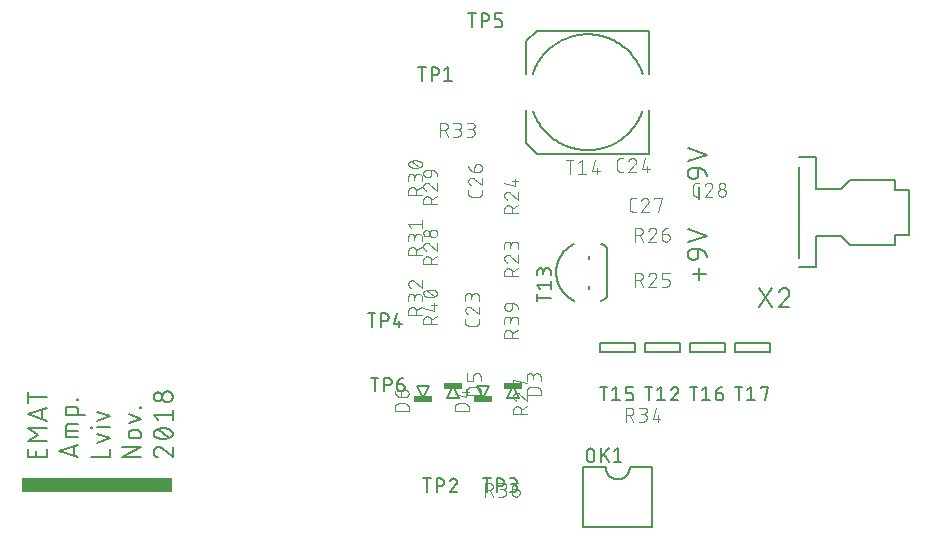
<source format=gbr>
G04 EAGLE Gerber RS-274X export*
G75*
%MOMM*%
%FSLAX34Y34*%
%LPD*%
%INSilkscreen Top*%
%IPPOS*%
%AMOC8*
5,1,8,0,0,1.08239X$1,22.5*%
G01*
%ADD10C,0.152400*%
%ADD11R,12.700000X1.270000*%
%ADD12C,0.127000*%
%ADD13C,0.101600*%
%ADD14C,0.203200*%
%ADD15R,1.574800X0.609600*%


D10*
X215138Y79107D02*
X215138Y71882D01*
X198882Y71882D01*
X198882Y79107D01*
X206107Y77301D02*
X206107Y71882D01*
X198882Y85538D02*
X215138Y85538D01*
X207913Y90957D02*
X198882Y85538D01*
X207913Y90957D02*
X198882Y96376D01*
X215138Y96376D01*
X215138Y102733D02*
X198882Y108151D01*
X215138Y113570D01*
X211074Y112215D02*
X211074Y104087D01*
X215138Y122740D02*
X198882Y122740D01*
X198882Y118225D02*
X198882Y127256D01*
X225552Y77301D02*
X241808Y71882D01*
X241808Y82719D02*
X225552Y77301D01*
X237744Y81365D02*
X237744Y73237D01*
X241808Y89076D02*
X230971Y89076D01*
X230971Y97204D01*
X230973Y97305D01*
X230979Y97406D01*
X230988Y97507D01*
X231001Y97608D01*
X231018Y97708D01*
X231039Y97807D01*
X231063Y97905D01*
X231091Y98002D01*
X231123Y98099D01*
X231158Y98194D01*
X231197Y98287D01*
X231239Y98379D01*
X231285Y98470D01*
X231334Y98559D01*
X231386Y98645D01*
X231442Y98730D01*
X231500Y98813D01*
X231562Y98893D01*
X231627Y98971D01*
X231694Y99047D01*
X231764Y99120D01*
X231837Y99190D01*
X231913Y99257D01*
X231991Y99322D01*
X232071Y99384D01*
X232154Y99442D01*
X232239Y99498D01*
X232326Y99550D01*
X232414Y99599D01*
X232505Y99645D01*
X232597Y99687D01*
X232690Y99726D01*
X232785Y99761D01*
X232882Y99793D01*
X232979Y99821D01*
X233077Y99845D01*
X233176Y99866D01*
X233276Y99883D01*
X233377Y99896D01*
X233478Y99905D01*
X233579Y99911D01*
X233680Y99913D01*
X233680Y99914D02*
X241808Y99914D01*
X241808Y94495D02*
X230971Y94495D01*
X230971Y107629D02*
X247227Y107629D01*
X230971Y107629D02*
X230971Y112145D01*
X230973Y112249D01*
X230979Y112352D01*
X230989Y112456D01*
X231003Y112559D01*
X231021Y112661D01*
X231042Y112762D01*
X231068Y112863D01*
X231097Y112962D01*
X231130Y113061D01*
X231167Y113158D01*
X231208Y113253D01*
X231252Y113347D01*
X231300Y113439D01*
X231351Y113529D01*
X231406Y113618D01*
X231464Y113704D01*
X231526Y113787D01*
X231590Y113869D01*
X231658Y113947D01*
X231728Y114023D01*
X231801Y114097D01*
X231878Y114167D01*
X231956Y114235D01*
X232038Y114299D01*
X232121Y114361D01*
X232207Y114419D01*
X232296Y114474D01*
X232386Y114525D01*
X232478Y114573D01*
X232572Y114617D01*
X232667Y114658D01*
X232764Y114695D01*
X232863Y114728D01*
X232962Y114757D01*
X233063Y114783D01*
X233164Y114804D01*
X233266Y114822D01*
X233369Y114836D01*
X233473Y114846D01*
X233576Y114852D01*
X233680Y114854D01*
X239099Y114854D01*
X239200Y114852D01*
X239301Y114846D01*
X239402Y114837D01*
X239503Y114824D01*
X239603Y114807D01*
X239702Y114786D01*
X239800Y114762D01*
X239897Y114734D01*
X239994Y114702D01*
X240089Y114667D01*
X240182Y114628D01*
X240274Y114586D01*
X240365Y114540D01*
X240454Y114491D01*
X240540Y114439D01*
X240625Y114383D01*
X240708Y114325D01*
X240788Y114263D01*
X240866Y114198D01*
X240942Y114131D01*
X241015Y114061D01*
X241085Y113988D01*
X241152Y113912D01*
X241217Y113834D01*
X241279Y113754D01*
X241337Y113671D01*
X241393Y113586D01*
X241445Y113500D01*
X241494Y113411D01*
X241540Y113320D01*
X241582Y113228D01*
X241621Y113135D01*
X241656Y113040D01*
X241688Y112943D01*
X241716Y112846D01*
X241740Y112748D01*
X241761Y112649D01*
X241778Y112549D01*
X241791Y112448D01*
X241800Y112347D01*
X241806Y112246D01*
X241808Y112145D01*
X241808Y107629D01*
X241808Y120617D02*
X240905Y120617D01*
X240905Y121520D01*
X241808Y121520D01*
X241808Y120617D01*
X252222Y71882D02*
X268478Y71882D01*
X268478Y79107D01*
X268478Y87831D02*
X257641Y84218D01*
X257641Y91443D02*
X268478Y87831D01*
X268478Y97209D02*
X257641Y97209D01*
X253125Y96758D02*
X252222Y96758D01*
X252222Y97661D01*
X253125Y97661D01*
X253125Y96758D01*
X257641Y102976D02*
X268478Y106588D01*
X257641Y110200D01*
X278892Y71882D02*
X295148Y71882D01*
X295148Y80913D02*
X278892Y71882D01*
X278892Y80913D02*
X295148Y80913D01*
X291536Y87895D02*
X287923Y87895D01*
X287923Y87896D02*
X287804Y87898D01*
X287684Y87904D01*
X287565Y87914D01*
X287447Y87928D01*
X287328Y87945D01*
X287211Y87967D01*
X287094Y87992D01*
X286979Y88022D01*
X286864Y88055D01*
X286750Y88092D01*
X286638Y88132D01*
X286527Y88177D01*
X286418Y88225D01*
X286310Y88276D01*
X286204Y88331D01*
X286100Y88390D01*
X285998Y88452D01*
X285898Y88517D01*
X285800Y88586D01*
X285704Y88658D01*
X285611Y88733D01*
X285521Y88810D01*
X285433Y88891D01*
X285348Y88975D01*
X285266Y89062D01*
X285186Y89151D01*
X285110Y89243D01*
X285036Y89337D01*
X284966Y89434D01*
X284899Y89532D01*
X284835Y89633D01*
X284775Y89737D01*
X284718Y89842D01*
X284665Y89949D01*
X284615Y90057D01*
X284569Y90167D01*
X284527Y90279D01*
X284488Y90392D01*
X284453Y90506D01*
X284422Y90621D01*
X284394Y90738D01*
X284371Y90855D01*
X284351Y90972D01*
X284335Y91091D01*
X284323Y91210D01*
X284315Y91329D01*
X284311Y91448D01*
X284311Y91568D01*
X284315Y91687D01*
X284323Y91806D01*
X284335Y91925D01*
X284351Y92044D01*
X284371Y92161D01*
X284394Y92278D01*
X284422Y92395D01*
X284453Y92510D01*
X284488Y92624D01*
X284527Y92737D01*
X284569Y92849D01*
X284615Y92959D01*
X284665Y93067D01*
X284718Y93174D01*
X284775Y93279D01*
X284835Y93383D01*
X284899Y93484D01*
X284966Y93582D01*
X285036Y93679D01*
X285110Y93773D01*
X285186Y93865D01*
X285266Y93954D01*
X285348Y94041D01*
X285433Y94125D01*
X285521Y94206D01*
X285611Y94283D01*
X285704Y94358D01*
X285800Y94430D01*
X285898Y94499D01*
X285998Y94564D01*
X286100Y94626D01*
X286204Y94685D01*
X286310Y94740D01*
X286418Y94791D01*
X286527Y94839D01*
X286638Y94884D01*
X286750Y94924D01*
X286864Y94961D01*
X286979Y94994D01*
X287094Y95024D01*
X287211Y95049D01*
X287328Y95071D01*
X287447Y95088D01*
X287565Y95102D01*
X287684Y95112D01*
X287804Y95118D01*
X287923Y95120D01*
X291536Y95120D01*
X291655Y95118D01*
X291775Y95112D01*
X291894Y95102D01*
X292012Y95088D01*
X292131Y95071D01*
X292248Y95049D01*
X292365Y95024D01*
X292480Y94994D01*
X292595Y94961D01*
X292709Y94924D01*
X292821Y94884D01*
X292932Y94839D01*
X293041Y94791D01*
X293149Y94740D01*
X293255Y94685D01*
X293359Y94626D01*
X293461Y94564D01*
X293561Y94499D01*
X293659Y94430D01*
X293755Y94358D01*
X293848Y94283D01*
X293938Y94206D01*
X294026Y94125D01*
X294111Y94041D01*
X294193Y93954D01*
X294273Y93865D01*
X294349Y93773D01*
X294423Y93679D01*
X294493Y93582D01*
X294560Y93484D01*
X294624Y93383D01*
X294684Y93279D01*
X294741Y93174D01*
X294794Y93067D01*
X294844Y92959D01*
X294890Y92849D01*
X294932Y92737D01*
X294971Y92624D01*
X295006Y92510D01*
X295037Y92395D01*
X295065Y92278D01*
X295088Y92161D01*
X295108Y92044D01*
X295124Y91925D01*
X295136Y91806D01*
X295144Y91687D01*
X295148Y91568D01*
X295148Y91448D01*
X295144Y91329D01*
X295136Y91210D01*
X295124Y91091D01*
X295108Y90972D01*
X295088Y90855D01*
X295065Y90738D01*
X295037Y90621D01*
X295006Y90506D01*
X294971Y90392D01*
X294932Y90279D01*
X294890Y90167D01*
X294844Y90057D01*
X294794Y89949D01*
X294741Y89842D01*
X294684Y89737D01*
X294624Y89633D01*
X294560Y89532D01*
X294493Y89434D01*
X294423Y89337D01*
X294349Y89243D01*
X294273Y89151D01*
X294193Y89062D01*
X294111Y88975D01*
X294026Y88891D01*
X293938Y88810D01*
X293848Y88733D01*
X293755Y88658D01*
X293659Y88586D01*
X293561Y88517D01*
X293461Y88452D01*
X293359Y88390D01*
X293255Y88331D01*
X293149Y88276D01*
X293041Y88225D01*
X292932Y88177D01*
X292821Y88132D01*
X292709Y88092D01*
X292595Y88055D01*
X292480Y88022D01*
X292365Y87992D01*
X292248Y87967D01*
X292131Y87945D01*
X292012Y87928D01*
X291894Y87914D01*
X291775Y87904D01*
X291655Y87898D01*
X291536Y87896D01*
X284311Y100921D02*
X295148Y104534D01*
X284311Y108146D01*
X294245Y113461D02*
X295148Y113461D01*
X294245Y113461D02*
X294245Y114364D01*
X295148Y114364D01*
X295148Y113461D01*
X309626Y80913D02*
X309501Y80911D01*
X309376Y80905D01*
X309251Y80896D01*
X309127Y80882D01*
X309003Y80865D01*
X308879Y80844D01*
X308757Y80819D01*
X308635Y80790D01*
X308514Y80758D01*
X308394Y80722D01*
X308275Y80682D01*
X308158Y80639D01*
X308042Y80592D01*
X307927Y80541D01*
X307815Y80487D01*
X307703Y80429D01*
X307594Y80369D01*
X307487Y80304D01*
X307381Y80237D01*
X307278Y80166D01*
X307177Y80092D01*
X307078Y80015D01*
X306982Y79935D01*
X306888Y79852D01*
X306797Y79767D01*
X306708Y79678D01*
X306623Y79587D01*
X306540Y79493D01*
X306460Y79397D01*
X306383Y79298D01*
X306309Y79197D01*
X306238Y79094D01*
X306171Y78988D01*
X306106Y78881D01*
X306046Y78772D01*
X305988Y78660D01*
X305934Y78548D01*
X305883Y78433D01*
X305836Y78317D01*
X305793Y78200D01*
X305753Y78081D01*
X305717Y77961D01*
X305685Y77840D01*
X305656Y77718D01*
X305631Y77596D01*
X305610Y77472D01*
X305593Y77348D01*
X305579Y77224D01*
X305570Y77099D01*
X305564Y76974D01*
X305562Y76849D01*
X305564Y76706D01*
X305570Y76564D01*
X305580Y76421D01*
X305593Y76279D01*
X305611Y76138D01*
X305632Y75996D01*
X305657Y75856D01*
X305686Y75716D01*
X305719Y75577D01*
X305756Y75439D01*
X305796Y75302D01*
X305840Y75167D01*
X305888Y75032D01*
X305940Y74899D01*
X305995Y74767D01*
X306054Y74637D01*
X306116Y74509D01*
X306182Y74382D01*
X306251Y74257D01*
X306323Y74134D01*
X306399Y74013D01*
X306478Y73895D01*
X306561Y73778D01*
X306646Y73664D01*
X306735Y73552D01*
X306826Y73443D01*
X306921Y73336D01*
X307018Y73231D01*
X307119Y73130D01*
X307222Y73031D01*
X307327Y72935D01*
X307436Y72842D01*
X307547Y72752D01*
X307660Y72665D01*
X307775Y72581D01*
X307893Y72501D01*
X308013Y72423D01*
X308135Y72349D01*
X308259Y72279D01*
X308385Y72211D01*
X308513Y72148D01*
X308642Y72087D01*
X308773Y72030D01*
X308905Y71977D01*
X309039Y71928D01*
X309174Y71882D01*
X312787Y79558D02*
X312695Y79652D01*
X312601Y79742D01*
X312504Y79830D01*
X312404Y79915D01*
X312302Y79997D01*
X312197Y80075D01*
X312090Y80151D01*
X311981Y80223D01*
X311870Y80292D01*
X311756Y80358D01*
X311641Y80420D01*
X311524Y80479D01*
X311405Y80534D01*
X311285Y80585D01*
X311163Y80633D01*
X311040Y80678D01*
X310916Y80718D01*
X310790Y80755D01*
X310663Y80788D01*
X310536Y80817D01*
X310407Y80843D01*
X310278Y80864D01*
X310148Y80882D01*
X310018Y80895D01*
X309888Y80905D01*
X309757Y80911D01*
X309626Y80913D01*
X312787Y79558D02*
X321818Y71882D01*
X321818Y80913D01*
X313690Y87514D02*
X313370Y87518D01*
X313051Y87529D01*
X312731Y87548D01*
X312413Y87575D01*
X312095Y87609D01*
X311778Y87651D01*
X311462Y87701D01*
X311147Y87758D01*
X310834Y87822D01*
X310522Y87894D01*
X310212Y87973D01*
X309905Y88060D01*
X309599Y88154D01*
X309296Y88255D01*
X308995Y88364D01*
X308697Y88479D01*
X308401Y88602D01*
X308109Y88732D01*
X307820Y88869D01*
X307819Y88869D02*
X307711Y88908D01*
X307604Y88951D01*
X307499Y88997D01*
X307396Y89047D01*
X307294Y89101D01*
X307194Y89158D01*
X307096Y89219D01*
X307000Y89283D01*
X306907Y89350D01*
X306816Y89420D01*
X306727Y89494D01*
X306641Y89570D01*
X306558Y89650D01*
X306477Y89732D01*
X306399Y89817D01*
X306325Y89904D01*
X306253Y89995D01*
X306184Y90087D01*
X306119Y90182D01*
X306057Y90279D01*
X305998Y90378D01*
X305943Y90479D01*
X305892Y90582D01*
X305844Y90687D01*
X305799Y90793D01*
X305758Y90900D01*
X305721Y91009D01*
X305688Y91120D01*
X305659Y91231D01*
X305633Y91343D01*
X305611Y91456D01*
X305594Y91570D01*
X305580Y91684D01*
X305570Y91799D01*
X305564Y91914D01*
X305562Y92029D01*
X305564Y92144D01*
X305570Y92259D01*
X305580Y92374D01*
X305594Y92488D01*
X305611Y92602D01*
X305633Y92715D01*
X305659Y92827D01*
X305688Y92939D01*
X305721Y93049D01*
X305758Y93158D01*
X305799Y93266D01*
X305844Y93372D01*
X305892Y93477D01*
X305943Y93579D01*
X305999Y93681D01*
X306057Y93780D01*
X306119Y93877D01*
X306185Y93972D01*
X306253Y94064D01*
X306325Y94154D01*
X306399Y94242D01*
X306477Y94327D01*
X306558Y94409D01*
X306641Y94488D01*
X306727Y94565D01*
X306816Y94638D01*
X306907Y94709D01*
X307001Y94776D01*
X307096Y94840D01*
X307194Y94901D01*
X307294Y94958D01*
X307396Y95011D01*
X307500Y95062D01*
X307605Y95108D01*
X307712Y95151D01*
X307820Y95190D01*
X307820Y95189D02*
X308109Y95326D01*
X308401Y95456D01*
X308697Y95579D01*
X308995Y95694D01*
X309296Y95803D01*
X309599Y95904D01*
X309905Y95998D01*
X310212Y96085D01*
X310522Y96164D01*
X310834Y96236D01*
X311147Y96300D01*
X311462Y96357D01*
X311778Y96407D01*
X312095Y96449D01*
X312413Y96483D01*
X312731Y96510D01*
X313051Y96529D01*
X313370Y96540D01*
X313690Y96544D01*
X313690Y87514D02*
X314010Y87518D01*
X314329Y87529D01*
X314649Y87548D01*
X314967Y87575D01*
X315285Y87609D01*
X315602Y87651D01*
X315918Y87701D01*
X316233Y87758D01*
X316546Y87822D01*
X316858Y87894D01*
X317168Y87973D01*
X317475Y88060D01*
X317781Y88154D01*
X318084Y88255D01*
X318385Y88364D01*
X318683Y88479D01*
X318979Y88602D01*
X319271Y88732D01*
X319560Y88869D01*
X319561Y88868D02*
X319669Y88907D01*
X319776Y88950D01*
X319881Y88996D01*
X319985Y89047D01*
X320087Y89100D01*
X320187Y89157D01*
X320285Y89218D01*
X320380Y89282D01*
X320474Y89349D01*
X320565Y89420D01*
X320654Y89493D01*
X320740Y89570D01*
X320823Y89649D01*
X320904Y89731D01*
X320982Y89816D01*
X321056Y89904D01*
X321128Y89994D01*
X321197Y90087D01*
X321262Y90181D01*
X321324Y90278D01*
X321382Y90378D01*
X321438Y90479D01*
X321489Y90581D01*
X321537Y90686D01*
X321582Y90792D01*
X321623Y90900D01*
X321660Y91009D01*
X321693Y91119D01*
X321722Y91231D01*
X321748Y91343D01*
X321770Y91456D01*
X321787Y91570D01*
X321801Y91684D01*
X321811Y91799D01*
X321817Y91914D01*
X321819Y92029D01*
X319560Y95189D02*
X319271Y95326D01*
X318979Y95456D01*
X318683Y95579D01*
X318385Y95694D01*
X318084Y95803D01*
X317781Y95904D01*
X317475Y95998D01*
X317168Y96085D01*
X316858Y96164D01*
X316546Y96236D01*
X316233Y96300D01*
X315918Y96357D01*
X315602Y96407D01*
X315285Y96449D01*
X314967Y96483D01*
X314649Y96510D01*
X314329Y96529D01*
X314010Y96540D01*
X313690Y96544D01*
X319560Y95190D02*
X319668Y95151D01*
X319775Y95108D01*
X319880Y95062D01*
X319984Y95011D01*
X320086Y94958D01*
X320186Y94901D01*
X320284Y94840D01*
X320379Y94776D01*
X320473Y94709D01*
X320564Y94638D01*
X320653Y94565D01*
X320739Y94488D01*
X320822Y94409D01*
X320903Y94327D01*
X320981Y94242D01*
X321055Y94154D01*
X321127Y94064D01*
X321196Y93971D01*
X321261Y93877D01*
X321323Y93780D01*
X321381Y93680D01*
X321437Y93579D01*
X321488Y93476D01*
X321536Y93372D01*
X321581Y93266D01*
X321622Y93158D01*
X321659Y93049D01*
X321692Y92939D01*
X321721Y92827D01*
X321747Y92715D01*
X321769Y92602D01*
X321786Y92488D01*
X321800Y92374D01*
X321810Y92259D01*
X321816Y92144D01*
X321818Y92029D01*
X318206Y88416D02*
X309174Y95641D01*
X309174Y103144D02*
X305562Y107660D01*
X321818Y107660D01*
X321818Y103144D02*
X321818Y112176D01*
X317302Y118775D02*
X317169Y118777D01*
X317037Y118783D01*
X316905Y118793D01*
X316773Y118806D01*
X316641Y118824D01*
X316511Y118845D01*
X316380Y118870D01*
X316251Y118899D01*
X316123Y118932D01*
X315995Y118968D01*
X315869Y119008D01*
X315744Y119052D01*
X315620Y119100D01*
X315498Y119151D01*
X315377Y119206D01*
X315258Y119264D01*
X315140Y119326D01*
X315025Y119391D01*
X314911Y119460D01*
X314800Y119531D01*
X314691Y119607D01*
X314584Y119685D01*
X314479Y119766D01*
X314377Y119851D01*
X314277Y119938D01*
X314180Y120028D01*
X314085Y120121D01*
X313994Y120217D01*
X313905Y120315D01*
X313819Y120416D01*
X313736Y120520D01*
X313656Y120626D01*
X313580Y120734D01*
X313506Y120844D01*
X313436Y120957D01*
X313369Y121071D01*
X313306Y121188D01*
X313246Y121306D01*
X313189Y121426D01*
X313136Y121548D01*
X313087Y121671D01*
X313041Y121795D01*
X312999Y121921D01*
X312961Y122048D01*
X312926Y122176D01*
X312895Y122305D01*
X312868Y122434D01*
X312845Y122565D01*
X312825Y122696D01*
X312810Y122828D01*
X312798Y122960D01*
X312790Y123092D01*
X312786Y123225D01*
X312786Y123357D01*
X312790Y123490D01*
X312798Y123622D01*
X312810Y123754D01*
X312825Y123886D01*
X312845Y124017D01*
X312868Y124148D01*
X312895Y124277D01*
X312926Y124406D01*
X312961Y124534D01*
X312999Y124661D01*
X313041Y124787D01*
X313087Y124911D01*
X313136Y125034D01*
X313189Y125156D01*
X313246Y125276D01*
X313306Y125394D01*
X313369Y125511D01*
X313436Y125625D01*
X313506Y125738D01*
X313580Y125848D01*
X313656Y125956D01*
X313736Y126062D01*
X313819Y126166D01*
X313905Y126267D01*
X313994Y126365D01*
X314085Y126461D01*
X314180Y126554D01*
X314277Y126644D01*
X314377Y126731D01*
X314479Y126816D01*
X314584Y126897D01*
X314691Y126975D01*
X314800Y127051D01*
X314911Y127122D01*
X315025Y127191D01*
X315140Y127256D01*
X315258Y127318D01*
X315377Y127376D01*
X315498Y127431D01*
X315620Y127482D01*
X315744Y127530D01*
X315869Y127574D01*
X315995Y127614D01*
X316123Y127650D01*
X316251Y127683D01*
X316380Y127712D01*
X316511Y127737D01*
X316641Y127758D01*
X316773Y127776D01*
X316905Y127789D01*
X317037Y127799D01*
X317169Y127805D01*
X317302Y127807D01*
X317435Y127805D01*
X317567Y127799D01*
X317699Y127789D01*
X317831Y127776D01*
X317963Y127758D01*
X318093Y127737D01*
X318224Y127712D01*
X318353Y127683D01*
X318481Y127650D01*
X318609Y127614D01*
X318735Y127574D01*
X318860Y127530D01*
X318984Y127482D01*
X319106Y127431D01*
X319227Y127376D01*
X319346Y127318D01*
X319464Y127256D01*
X319579Y127191D01*
X319693Y127122D01*
X319804Y127051D01*
X319913Y126975D01*
X320020Y126897D01*
X320125Y126816D01*
X320227Y126731D01*
X320327Y126644D01*
X320424Y126554D01*
X320519Y126461D01*
X320610Y126365D01*
X320699Y126267D01*
X320785Y126166D01*
X320868Y126062D01*
X320948Y125956D01*
X321024Y125848D01*
X321098Y125738D01*
X321168Y125625D01*
X321235Y125511D01*
X321298Y125394D01*
X321358Y125276D01*
X321415Y125156D01*
X321468Y125034D01*
X321517Y124911D01*
X321563Y124787D01*
X321605Y124661D01*
X321643Y124534D01*
X321678Y124406D01*
X321709Y124277D01*
X321736Y124148D01*
X321759Y124017D01*
X321779Y123886D01*
X321794Y123754D01*
X321806Y123622D01*
X321814Y123490D01*
X321818Y123357D01*
X321818Y123225D01*
X321814Y123092D01*
X321806Y122960D01*
X321794Y122828D01*
X321779Y122696D01*
X321759Y122565D01*
X321736Y122434D01*
X321709Y122305D01*
X321678Y122176D01*
X321643Y122048D01*
X321605Y121921D01*
X321563Y121795D01*
X321517Y121671D01*
X321468Y121548D01*
X321415Y121426D01*
X321358Y121306D01*
X321298Y121188D01*
X321235Y121071D01*
X321168Y120957D01*
X321098Y120844D01*
X321024Y120734D01*
X320948Y120626D01*
X320868Y120520D01*
X320785Y120416D01*
X320699Y120315D01*
X320610Y120217D01*
X320519Y120121D01*
X320424Y120028D01*
X320327Y119938D01*
X320227Y119851D01*
X320125Y119766D01*
X320020Y119685D01*
X319913Y119607D01*
X319804Y119531D01*
X319693Y119460D01*
X319579Y119391D01*
X319464Y119326D01*
X319346Y119264D01*
X319227Y119206D01*
X319106Y119151D01*
X318984Y119100D01*
X318860Y119052D01*
X318735Y119008D01*
X318609Y118968D01*
X318481Y118932D01*
X318353Y118899D01*
X318224Y118870D01*
X318093Y118845D01*
X317963Y118824D01*
X317831Y118806D01*
X317699Y118793D01*
X317567Y118783D01*
X317435Y118777D01*
X317302Y118775D01*
X309174Y119679D02*
X309055Y119681D01*
X308935Y119687D01*
X308816Y119697D01*
X308698Y119711D01*
X308579Y119728D01*
X308462Y119750D01*
X308345Y119775D01*
X308230Y119805D01*
X308115Y119838D01*
X308001Y119875D01*
X307889Y119915D01*
X307778Y119960D01*
X307669Y120008D01*
X307561Y120059D01*
X307455Y120114D01*
X307351Y120173D01*
X307249Y120235D01*
X307149Y120300D01*
X307051Y120369D01*
X306955Y120441D01*
X306862Y120516D01*
X306772Y120593D01*
X306684Y120674D01*
X306599Y120758D01*
X306517Y120845D01*
X306437Y120934D01*
X306361Y121026D01*
X306287Y121120D01*
X306217Y121217D01*
X306150Y121315D01*
X306086Y121416D01*
X306026Y121520D01*
X305969Y121625D01*
X305916Y121732D01*
X305866Y121840D01*
X305820Y121950D01*
X305778Y122062D01*
X305739Y122175D01*
X305704Y122289D01*
X305673Y122404D01*
X305645Y122521D01*
X305622Y122638D01*
X305602Y122755D01*
X305586Y122874D01*
X305574Y122993D01*
X305566Y123112D01*
X305562Y123231D01*
X305562Y123351D01*
X305566Y123470D01*
X305574Y123589D01*
X305586Y123708D01*
X305602Y123827D01*
X305622Y123944D01*
X305645Y124061D01*
X305673Y124178D01*
X305704Y124293D01*
X305739Y124407D01*
X305778Y124520D01*
X305820Y124632D01*
X305866Y124742D01*
X305916Y124850D01*
X305969Y124957D01*
X306026Y125062D01*
X306086Y125166D01*
X306150Y125267D01*
X306217Y125365D01*
X306287Y125462D01*
X306361Y125556D01*
X306437Y125648D01*
X306517Y125737D01*
X306599Y125824D01*
X306684Y125908D01*
X306772Y125989D01*
X306862Y126066D01*
X306955Y126141D01*
X307051Y126213D01*
X307149Y126282D01*
X307249Y126347D01*
X307351Y126409D01*
X307455Y126468D01*
X307561Y126523D01*
X307669Y126574D01*
X307778Y126622D01*
X307889Y126667D01*
X308001Y126707D01*
X308115Y126744D01*
X308230Y126777D01*
X308345Y126807D01*
X308462Y126832D01*
X308579Y126854D01*
X308698Y126871D01*
X308816Y126885D01*
X308935Y126895D01*
X309055Y126901D01*
X309174Y126903D01*
X309293Y126901D01*
X309413Y126895D01*
X309532Y126885D01*
X309650Y126871D01*
X309769Y126854D01*
X309886Y126832D01*
X310003Y126807D01*
X310118Y126777D01*
X310233Y126744D01*
X310347Y126707D01*
X310459Y126667D01*
X310570Y126622D01*
X310679Y126574D01*
X310787Y126523D01*
X310893Y126468D01*
X310997Y126409D01*
X311099Y126347D01*
X311199Y126282D01*
X311297Y126213D01*
X311393Y126141D01*
X311486Y126066D01*
X311576Y125989D01*
X311664Y125908D01*
X311749Y125824D01*
X311831Y125737D01*
X311911Y125648D01*
X311987Y125556D01*
X312061Y125462D01*
X312131Y125365D01*
X312198Y125267D01*
X312262Y125166D01*
X312322Y125062D01*
X312379Y124957D01*
X312432Y124850D01*
X312482Y124742D01*
X312528Y124632D01*
X312570Y124520D01*
X312609Y124407D01*
X312644Y124293D01*
X312675Y124178D01*
X312703Y124061D01*
X312726Y123944D01*
X312746Y123827D01*
X312762Y123708D01*
X312774Y123589D01*
X312782Y123470D01*
X312786Y123351D01*
X312786Y123231D01*
X312782Y123112D01*
X312774Y122993D01*
X312762Y122874D01*
X312746Y122755D01*
X312726Y122638D01*
X312703Y122521D01*
X312675Y122404D01*
X312644Y122289D01*
X312609Y122175D01*
X312570Y122062D01*
X312528Y121950D01*
X312482Y121840D01*
X312432Y121732D01*
X312379Y121625D01*
X312322Y121520D01*
X312262Y121416D01*
X312198Y121315D01*
X312131Y121217D01*
X312061Y121120D01*
X311987Y121026D01*
X311911Y120934D01*
X311831Y120845D01*
X311749Y120758D01*
X311664Y120674D01*
X311576Y120593D01*
X311486Y120516D01*
X311393Y120441D01*
X311297Y120369D01*
X311199Y120300D01*
X311099Y120235D01*
X310997Y120173D01*
X310893Y120114D01*
X310787Y120059D01*
X310679Y120008D01*
X310570Y119960D01*
X310459Y119915D01*
X310347Y119875D01*
X310233Y119838D01*
X310118Y119805D01*
X310003Y119775D01*
X309886Y119750D01*
X309769Y119728D01*
X309650Y119711D01*
X309532Y119697D01*
X309413Y119687D01*
X309293Y119681D01*
X309174Y119679D01*
X767616Y290322D02*
X767616Y301159D01*
X766713Y311511D02*
X766713Y316930D01*
X766713Y311511D02*
X766711Y311393D01*
X766705Y311275D01*
X766696Y311157D01*
X766682Y311040D01*
X766665Y310923D01*
X766644Y310806D01*
X766619Y310691D01*
X766590Y310576D01*
X766557Y310462D01*
X766521Y310350D01*
X766481Y310239D01*
X766438Y310129D01*
X766391Y310020D01*
X766341Y309913D01*
X766286Y309808D01*
X766229Y309705D01*
X766168Y309604D01*
X766104Y309504D01*
X766037Y309407D01*
X765967Y309312D01*
X765893Y309220D01*
X765817Y309129D01*
X765737Y309042D01*
X765655Y308957D01*
X765570Y308875D01*
X765483Y308795D01*
X765392Y308719D01*
X765300Y308645D01*
X765205Y308575D01*
X765108Y308508D01*
X765008Y308444D01*
X764907Y308383D01*
X764804Y308326D01*
X764699Y308271D01*
X764592Y308221D01*
X764483Y308174D01*
X764373Y308131D01*
X764262Y308091D01*
X764150Y308055D01*
X764036Y308022D01*
X763921Y307993D01*
X763806Y307968D01*
X763689Y307947D01*
X763572Y307930D01*
X763455Y307916D01*
X763337Y307907D01*
X763219Y307901D01*
X763101Y307899D01*
X763101Y307898D02*
X762198Y307898D01*
X762065Y307900D01*
X761933Y307906D01*
X761801Y307916D01*
X761669Y307929D01*
X761537Y307947D01*
X761407Y307968D01*
X761276Y307993D01*
X761147Y308022D01*
X761019Y308055D01*
X760891Y308091D01*
X760765Y308131D01*
X760640Y308175D01*
X760516Y308223D01*
X760394Y308274D01*
X760273Y308329D01*
X760154Y308387D01*
X760036Y308449D01*
X759921Y308514D01*
X759807Y308583D01*
X759696Y308654D01*
X759587Y308730D01*
X759480Y308808D01*
X759375Y308889D01*
X759273Y308974D01*
X759173Y309061D01*
X759076Y309151D01*
X758981Y309244D01*
X758890Y309340D01*
X758801Y309438D01*
X758715Y309539D01*
X758632Y309643D01*
X758552Y309749D01*
X758476Y309857D01*
X758402Y309967D01*
X758332Y310080D01*
X758265Y310194D01*
X758202Y310311D01*
X758142Y310429D01*
X758085Y310549D01*
X758032Y310671D01*
X757983Y310794D01*
X757937Y310918D01*
X757895Y311044D01*
X757857Y311171D01*
X757822Y311299D01*
X757791Y311428D01*
X757764Y311557D01*
X757741Y311688D01*
X757721Y311819D01*
X757706Y311951D01*
X757694Y312083D01*
X757686Y312215D01*
X757682Y312348D01*
X757682Y312480D01*
X757686Y312613D01*
X757694Y312745D01*
X757706Y312877D01*
X757721Y313009D01*
X757741Y313140D01*
X757764Y313271D01*
X757791Y313400D01*
X757822Y313529D01*
X757857Y313657D01*
X757895Y313784D01*
X757937Y313910D01*
X757983Y314034D01*
X758032Y314157D01*
X758085Y314279D01*
X758142Y314399D01*
X758202Y314517D01*
X758265Y314634D01*
X758332Y314748D01*
X758402Y314861D01*
X758476Y314971D01*
X758552Y315079D01*
X758632Y315185D01*
X758715Y315289D01*
X758801Y315390D01*
X758890Y315488D01*
X758981Y315584D01*
X759076Y315677D01*
X759173Y315767D01*
X759273Y315854D01*
X759375Y315939D01*
X759480Y316020D01*
X759587Y316098D01*
X759696Y316174D01*
X759807Y316245D01*
X759921Y316314D01*
X760036Y316379D01*
X760154Y316441D01*
X760273Y316499D01*
X760394Y316554D01*
X760516Y316605D01*
X760640Y316653D01*
X760765Y316697D01*
X760891Y316737D01*
X761019Y316773D01*
X761147Y316806D01*
X761276Y316835D01*
X761407Y316860D01*
X761537Y316881D01*
X761669Y316899D01*
X761801Y316912D01*
X761933Y316922D01*
X762065Y316928D01*
X762198Y316930D01*
X766713Y316930D01*
X766888Y316928D01*
X767062Y316922D01*
X767236Y316911D01*
X767410Y316896D01*
X767584Y316877D01*
X767757Y316854D01*
X767929Y316827D01*
X768101Y316795D01*
X768272Y316760D01*
X768442Y316720D01*
X768611Y316676D01*
X768779Y316628D01*
X768946Y316576D01*
X769111Y316520D01*
X769275Y316460D01*
X769438Y316397D01*
X769598Y316329D01*
X769758Y316257D01*
X769915Y316182D01*
X770071Y316102D01*
X770224Y316019D01*
X770376Y315933D01*
X770525Y315842D01*
X770672Y315748D01*
X770817Y315651D01*
X770960Y315550D01*
X771100Y315446D01*
X771237Y315338D01*
X771372Y315227D01*
X771504Y315113D01*
X771633Y314996D01*
X771760Y314875D01*
X771883Y314752D01*
X772004Y314625D01*
X772121Y314496D01*
X772235Y314364D01*
X772346Y314229D01*
X772454Y314092D01*
X772558Y313952D01*
X772659Y313809D01*
X772756Y313664D01*
X772850Y313517D01*
X772941Y313368D01*
X773027Y313216D01*
X773110Y313063D01*
X773190Y312907D01*
X773265Y312750D01*
X773337Y312590D01*
X773405Y312430D01*
X773468Y312267D01*
X773528Y312103D01*
X773584Y311938D01*
X773636Y311771D01*
X773684Y311603D01*
X773728Y311434D01*
X773768Y311264D01*
X773803Y311093D01*
X773835Y310921D01*
X773862Y310749D01*
X773885Y310576D01*
X773904Y310402D01*
X773919Y310228D01*
X773930Y310054D01*
X773936Y309880D01*
X773938Y309705D01*
X773938Y328045D02*
X757682Y322627D01*
X757682Y333464D02*
X773938Y328045D01*
X767616Y232579D02*
X767616Y221742D01*
X762198Y227161D02*
X773035Y227161D01*
X766713Y242931D02*
X766713Y248350D01*
X766713Y242931D02*
X766711Y242813D01*
X766705Y242695D01*
X766696Y242577D01*
X766682Y242460D01*
X766665Y242343D01*
X766644Y242226D01*
X766619Y242111D01*
X766590Y241996D01*
X766557Y241882D01*
X766521Y241770D01*
X766481Y241659D01*
X766438Y241549D01*
X766391Y241440D01*
X766341Y241333D01*
X766286Y241228D01*
X766229Y241125D01*
X766168Y241024D01*
X766104Y240924D01*
X766037Y240827D01*
X765967Y240732D01*
X765893Y240640D01*
X765817Y240549D01*
X765737Y240462D01*
X765655Y240377D01*
X765570Y240295D01*
X765483Y240215D01*
X765392Y240139D01*
X765300Y240065D01*
X765205Y239995D01*
X765108Y239928D01*
X765008Y239864D01*
X764907Y239803D01*
X764804Y239746D01*
X764699Y239691D01*
X764592Y239641D01*
X764483Y239594D01*
X764373Y239551D01*
X764262Y239511D01*
X764150Y239475D01*
X764036Y239442D01*
X763921Y239413D01*
X763806Y239388D01*
X763689Y239367D01*
X763572Y239350D01*
X763455Y239336D01*
X763337Y239327D01*
X763219Y239321D01*
X763101Y239319D01*
X763101Y239318D02*
X762198Y239318D01*
X762065Y239320D01*
X761933Y239326D01*
X761801Y239336D01*
X761669Y239349D01*
X761537Y239367D01*
X761407Y239388D01*
X761276Y239413D01*
X761147Y239442D01*
X761019Y239475D01*
X760891Y239511D01*
X760765Y239551D01*
X760640Y239595D01*
X760516Y239643D01*
X760394Y239694D01*
X760273Y239749D01*
X760154Y239807D01*
X760036Y239869D01*
X759921Y239934D01*
X759807Y240003D01*
X759696Y240074D01*
X759587Y240150D01*
X759480Y240228D01*
X759375Y240309D01*
X759273Y240394D01*
X759173Y240481D01*
X759076Y240571D01*
X758981Y240664D01*
X758890Y240760D01*
X758801Y240858D01*
X758715Y240959D01*
X758632Y241063D01*
X758552Y241169D01*
X758476Y241277D01*
X758402Y241387D01*
X758332Y241500D01*
X758265Y241614D01*
X758202Y241731D01*
X758142Y241849D01*
X758085Y241969D01*
X758032Y242091D01*
X757983Y242214D01*
X757937Y242338D01*
X757895Y242464D01*
X757857Y242591D01*
X757822Y242719D01*
X757791Y242848D01*
X757764Y242977D01*
X757741Y243108D01*
X757721Y243239D01*
X757706Y243371D01*
X757694Y243503D01*
X757686Y243635D01*
X757682Y243768D01*
X757682Y243900D01*
X757686Y244033D01*
X757694Y244165D01*
X757706Y244297D01*
X757721Y244429D01*
X757741Y244560D01*
X757764Y244691D01*
X757791Y244820D01*
X757822Y244949D01*
X757857Y245077D01*
X757895Y245204D01*
X757937Y245330D01*
X757983Y245454D01*
X758032Y245577D01*
X758085Y245699D01*
X758142Y245819D01*
X758202Y245937D01*
X758265Y246054D01*
X758332Y246168D01*
X758402Y246281D01*
X758476Y246391D01*
X758552Y246499D01*
X758632Y246605D01*
X758715Y246709D01*
X758801Y246810D01*
X758890Y246908D01*
X758981Y247004D01*
X759076Y247097D01*
X759173Y247187D01*
X759273Y247274D01*
X759375Y247359D01*
X759480Y247440D01*
X759587Y247518D01*
X759696Y247594D01*
X759807Y247665D01*
X759921Y247734D01*
X760036Y247799D01*
X760154Y247861D01*
X760273Y247919D01*
X760394Y247974D01*
X760516Y248025D01*
X760640Y248073D01*
X760765Y248117D01*
X760891Y248157D01*
X761019Y248193D01*
X761147Y248226D01*
X761276Y248255D01*
X761407Y248280D01*
X761537Y248301D01*
X761669Y248319D01*
X761801Y248332D01*
X761933Y248342D01*
X762065Y248348D01*
X762198Y248350D01*
X766713Y248350D01*
X766888Y248348D01*
X767062Y248342D01*
X767236Y248331D01*
X767410Y248316D01*
X767584Y248297D01*
X767757Y248274D01*
X767929Y248247D01*
X768101Y248215D01*
X768272Y248180D01*
X768442Y248140D01*
X768611Y248096D01*
X768779Y248048D01*
X768946Y247996D01*
X769111Y247940D01*
X769275Y247880D01*
X769438Y247817D01*
X769598Y247749D01*
X769758Y247677D01*
X769915Y247602D01*
X770071Y247522D01*
X770224Y247439D01*
X770376Y247353D01*
X770525Y247262D01*
X770672Y247168D01*
X770817Y247071D01*
X770960Y246970D01*
X771100Y246866D01*
X771237Y246758D01*
X771372Y246647D01*
X771504Y246533D01*
X771633Y246416D01*
X771760Y246295D01*
X771883Y246172D01*
X772004Y246045D01*
X772121Y245916D01*
X772235Y245784D01*
X772346Y245649D01*
X772454Y245512D01*
X772558Y245372D01*
X772659Y245229D01*
X772756Y245084D01*
X772850Y244937D01*
X772941Y244788D01*
X773027Y244636D01*
X773110Y244483D01*
X773190Y244327D01*
X773265Y244170D01*
X773337Y244010D01*
X773405Y243850D01*
X773468Y243687D01*
X773528Y243523D01*
X773584Y243358D01*
X773636Y243191D01*
X773684Y243023D01*
X773728Y242854D01*
X773768Y242684D01*
X773803Y242513D01*
X773835Y242341D01*
X773862Y242169D01*
X773885Y241996D01*
X773904Y241822D01*
X773919Y241648D01*
X773930Y241474D01*
X773936Y241300D01*
X773938Y241125D01*
X773938Y259465D02*
X757682Y254047D01*
X757682Y264884D02*
X773938Y259465D01*
D11*
X257810Y48260D03*
D12*
X689610Y207650D02*
X689610Y249550D01*
X661741Y252730D02*
X661158Y252447D01*
X660581Y252149D01*
X660012Y251838D01*
X659451Y251513D01*
X658898Y251174D01*
X658353Y250822D01*
X657817Y250457D01*
X657290Y250079D01*
X656773Y249688D01*
X656265Y249285D01*
X655767Y248869D01*
X655279Y248442D01*
X654802Y248003D01*
X654335Y247552D01*
X653880Y247090D01*
X653436Y246617D01*
X653004Y246134D01*
X652583Y245640D01*
X652175Y245136D01*
X651779Y244622D01*
X651396Y244099D01*
X651025Y243567D01*
X650668Y243026D01*
X650324Y242476D01*
X649993Y241918D01*
X649676Y241352D01*
X649373Y240779D01*
X649084Y240198D01*
X648809Y239611D01*
X648548Y239017D01*
X648302Y238417D01*
X648071Y237811D01*
X647854Y237199D01*
X647653Y236583D01*
X647466Y235962D01*
X647295Y235336D01*
X647139Y234707D01*
X646998Y234074D01*
X646872Y233437D01*
X646763Y232798D01*
X646668Y232157D01*
X646590Y231513D01*
X646527Y230867D01*
X646479Y230220D01*
X646448Y229573D01*
X646432Y228924D01*
X646432Y228276D01*
X646448Y227627D01*
X646479Y226980D01*
X646527Y226333D01*
X646590Y225687D01*
X646668Y225043D01*
X646763Y224402D01*
X646872Y223763D01*
X646998Y223126D01*
X647139Y222493D01*
X647295Y221864D01*
X647466Y221238D01*
X647653Y220617D01*
X647854Y220001D01*
X648071Y219389D01*
X648302Y218783D01*
X648548Y218183D01*
X648809Y217589D01*
X649084Y217002D01*
X649373Y216421D01*
X649676Y215848D01*
X649993Y215282D01*
X650324Y214724D01*
X650668Y214174D01*
X651025Y213633D01*
X651396Y213101D01*
X651779Y212578D01*
X652175Y212064D01*
X652583Y211560D01*
X653004Y211066D01*
X653436Y210583D01*
X653880Y210110D01*
X654335Y209648D01*
X654802Y209197D01*
X655279Y208758D01*
X655767Y208331D01*
X656265Y207915D01*
X656773Y207512D01*
X657290Y207121D01*
X657817Y206743D01*
X658353Y206378D01*
X658898Y206026D01*
X659451Y205687D01*
X660012Y205362D01*
X660581Y205051D01*
X661158Y204753D01*
X661741Y204470D01*
X684459Y204465D02*
X685005Y204730D01*
X685545Y205007D01*
X686078Y205296D01*
X686605Y205598D01*
X687125Y205911D01*
X687638Y206236D01*
X688143Y206573D01*
X688640Y206921D01*
X689129Y207280D01*
X689610Y207650D01*
X674370Y214560D02*
X674370Y217240D01*
X674370Y239960D02*
X674370Y242640D01*
X684218Y252847D02*
X684791Y252576D01*
X685357Y252291D01*
X685916Y251994D01*
X686468Y251683D01*
X687012Y251358D01*
X687548Y251022D01*
X688077Y250672D01*
X688597Y250310D01*
X689108Y249936D01*
X689610Y249550D01*
X641985Y207010D02*
X630555Y207010D01*
X630555Y203835D02*
X630555Y210185D01*
X633095Y214503D02*
X630555Y217678D01*
X641985Y217678D01*
X641985Y214503D02*
X641985Y220853D01*
X641985Y225933D02*
X641985Y229108D01*
X641983Y229219D01*
X641977Y229329D01*
X641968Y229440D01*
X641954Y229550D01*
X641937Y229659D01*
X641916Y229768D01*
X641891Y229876D01*
X641862Y229983D01*
X641830Y230089D01*
X641794Y230194D01*
X641754Y230297D01*
X641711Y230399D01*
X641664Y230500D01*
X641613Y230599D01*
X641560Y230696D01*
X641503Y230790D01*
X641442Y230883D01*
X641379Y230974D01*
X641312Y231063D01*
X641242Y231149D01*
X641169Y231232D01*
X641094Y231314D01*
X641016Y231392D01*
X640934Y231467D01*
X640851Y231540D01*
X640765Y231610D01*
X640676Y231677D01*
X640585Y231740D01*
X640492Y231801D01*
X640398Y231858D01*
X640301Y231911D01*
X640202Y231962D01*
X640101Y232009D01*
X639999Y232052D01*
X639896Y232092D01*
X639791Y232128D01*
X639685Y232160D01*
X639578Y232189D01*
X639470Y232214D01*
X639361Y232235D01*
X639252Y232252D01*
X639142Y232266D01*
X639031Y232275D01*
X638921Y232281D01*
X638810Y232283D01*
X638699Y232281D01*
X638589Y232275D01*
X638478Y232266D01*
X638368Y232252D01*
X638259Y232235D01*
X638150Y232214D01*
X638042Y232189D01*
X637935Y232160D01*
X637829Y232128D01*
X637724Y232092D01*
X637621Y232052D01*
X637519Y232009D01*
X637418Y231962D01*
X637319Y231911D01*
X637223Y231858D01*
X637128Y231801D01*
X637035Y231740D01*
X636944Y231677D01*
X636855Y231610D01*
X636769Y231540D01*
X636686Y231467D01*
X636604Y231392D01*
X636526Y231314D01*
X636451Y231232D01*
X636378Y231149D01*
X636308Y231063D01*
X636241Y230974D01*
X636178Y230883D01*
X636117Y230790D01*
X636060Y230696D01*
X636007Y230599D01*
X635956Y230500D01*
X635909Y230399D01*
X635866Y230297D01*
X635826Y230194D01*
X635790Y230089D01*
X635758Y229983D01*
X635729Y229876D01*
X635704Y229768D01*
X635683Y229659D01*
X635666Y229550D01*
X635652Y229440D01*
X635643Y229329D01*
X635637Y229219D01*
X635635Y229108D01*
X630555Y229743D02*
X630555Y225933D01*
X630555Y229743D02*
X630557Y229843D01*
X630563Y229942D01*
X630573Y230042D01*
X630586Y230140D01*
X630604Y230239D01*
X630625Y230336D01*
X630650Y230432D01*
X630679Y230528D01*
X630712Y230622D01*
X630748Y230715D01*
X630788Y230806D01*
X630832Y230896D01*
X630879Y230984D01*
X630929Y231070D01*
X630983Y231154D01*
X631040Y231236D01*
X631100Y231315D01*
X631164Y231393D01*
X631230Y231467D01*
X631299Y231539D01*
X631371Y231608D01*
X631445Y231674D01*
X631523Y231738D01*
X631602Y231798D01*
X631684Y231855D01*
X631768Y231909D01*
X631854Y231959D01*
X631942Y232006D01*
X632032Y232050D01*
X632123Y232090D01*
X632216Y232126D01*
X632310Y232159D01*
X632406Y232188D01*
X632502Y232213D01*
X632599Y232234D01*
X632698Y232252D01*
X632796Y232265D01*
X632896Y232275D01*
X632995Y232281D01*
X633095Y232283D01*
X633195Y232281D01*
X633294Y232275D01*
X633394Y232265D01*
X633492Y232252D01*
X633591Y232234D01*
X633688Y232213D01*
X633784Y232188D01*
X633880Y232159D01*
X633974Y232126D01*
X634067Y232090D01*
X634158Y232050D01*
X634248Y232006D01*
X634336Y231959D01*
X634422Y231909D01*
X634506Y231855D01*
X634588Y231798D01*
X634667Y231738D01*
X634745Y231674D01*
X634819Y231608D01*
X634891Y231539D01*
X634960Y231467D01*
X635026Y231393D01*
X635090Y231315D01*
X635150Y231236D01*
X635207Y231154D01*
X635261Y231070D01*
X635311Y230984D01*
X635358Y230896D01*
X635402Y230806D01*
X635442Y230715D01*
X635478Y230622D01*
X635511Y230528D01*
X635540Y230432D01*
X635565Y230336D01*
X635586Y230239D01*
X635604Y230140D01*
X635617Y230042D01*
X635627Y229942D01*
X635633Y229843D01*
X635635Y229743D01*
X635635Y227203D01*
D13*
X657804Y311658D02*
X657804Y323342D01*
X661049Y323342D02*
X654558Y323342D01*
X665226Y320746D02*
X668472Y323342D01*
X668472Y311658D01*
X671717Y311658D02*
X665226Y311658D01*
X676656Y314254D02*
X679252Y323342D01*
X676656Y314254D02*
X683147Y314254D01*
X681200Y316851D02*
X681200Y311658D01*
X614172Y225298D02*
X602488Y225298D01*
X602488Y228544D01*
X602490Y228657D01*
X602496Y228770D01*
X602506Y228883D01*
X602520Y228996D01*
X602537Y229108D01*
X602559Y229219D01*
X602584Y229329D01*
X602614Y229439D01*
X602647Y229547D01*
X602684Y229654D01*
X602724Y229760D01*
X602769Y229864D01*
X602817Y229967D01*
X602868Y230068D01*
X602923Y230167D01*
X602981Y230264D01*
X603043Y230359D01*
X603108Y230452D01*
X603176Y230542D01*
X603247Y230630D01*
X603322Y230716D01*
X603399Y230799D01*
X603479Y230879D01*
X603562Y230956D01*
X603648Y231031D01*
X603736Y231102D01*
X603826Y231170D01*
X603919Y231235D01*
X604014Y231297D01*
X604111Y231355D01*
X604210Y231410D01*
X604311Y231461D01*
X604414Y231509D01*
X604518Y231554D01*
X604624Y231594D01*
X604731Y231631D01*
X604839Y231664D01*
X604949Y231694D01*
X605059Y231719D01*
X605170Y231741D01*
X605282Y231758D01*
X605395Y231772D01*
X605508Y231782D01*
X605621Y231788D01*
X605734Y231790D01*
X605847Y231788D01*
X605960Y231782D01*
X606073Y231772D01*
X606186Y231758D01*
X606298Y231741D01*
X606409Y231719D01*
X606519Y231694D01*
X606629Y231664D01*
X606737Y231631D01*
X606844Y231594D01*
X606950Y231554D01*
X607054Y231509D01*
X607157Y231461D01*
X607258Y231410D01*
X607357Y231355D01*
X607454Y231297D01*
X607549Y231235D01*
X607642Y231170D01*
X607732Y231102D01*
X607820Y231031D01*
X607906Y230956D01*
X607989Y230879D01*
X608069Y230799D01*
X608146Y230716D01*
X608221Y230630D01*
X608292Y230542D01*
X608360Y230452D01*
X608425Y230359D01*
X608487Y230264D01*
X608545Y230167D01*
X608600Y230068D01*
X608651Y229967D01*
X608699Y229864D01*
X608744Y229760D01*
X608784Y229654D01*
X608821Y229547D01*
X608854Y229439D01*
X608884Y229329D01*
X608909Y229219D01*
X608931Y229108D01*
X608948Y228996D01*
X608962Y228883D01*
X608972Y228770D01*
X608978Y228657D01*
X608980Y228544D01*
X608979Y228544D02*
X608979Y225298D01*
X608979Y229193D02*
X614172Y231789D01*
X605409Y243145D02*
X605302Y243143D01*
X605196Y243137D01*
X605090Y243127D01*
X604984Y243114D01*
X604878Y243096D01*
X604774Y243075D01*
X604670Y243050D01*
X604567Y243021D01*
X604466Y242989D01*
X604366Y242952D01*
X604267Y242912D01*
X604169Y242869D01*
X604073Y242822D01*
X603979Y242771D01*
X603887Y242717D01*
X603797Y242660D01*
X603709Y242600D01*
X603624Y242536D01*
X603541Y242469D01*
X603460Y242399D01*
X603382Y242327D01*
X603306Y242251D01*
X603234Y242173D01*
X603164Y242092D01*
X603097Y242009D01*
X603033Y241924D01*
X602973Y241836D01*
X602916Y241746D01*
X602862Y241654D01*
X602811Y241560D01*
X602764Y241464D01*
X602721Y241366D01*
X602681Y241267D01*
X602644Y241167D01*
X602612Y241066D01*
X602583Y240963D01*
X602558Y240859D01*
X602537Y240755D01*
X602519Y240649D01*
X602506Y240543D01*
X602496Y240437D01*
X602490Y240331D01*
X602488Y240224D01*
X602490Y240103D01*
X602496Y239982D01*
X602506Y239862D01*
X602519Y239741D01*
X602537Y239622D01*
X602558Y239502D01*
X602583Y239384D01*
X602612Y239267D01*
X602645Y239150D01*
X602681Y239035D01*
X602722Y238921D01*
X602765Y238808D01*
X602813Y238696D01*
X602864Y238587D01*
X602919Y238479D01*
X602977Y238372D01*
X603038Y238268D01*
X603103Y238166D01*
X603171Y238066D01*
X603242Y237968D01*
X603316Y237872D01*
X603393Y237779D01*
X603474Y237689D01*
X603557Y237601D01*
X603643Y237516D01*
X603732Y237433D01*
X603823Y237354D01*
X603917Y237277D01*
X604013Y237204D01*
X604111Y237134D01*
X604212Y237067D01*
X604315Y237003D01*
X604420Y236943D01*
X604527Y236885D01*
X604635Y236832D01*
X604745Y236782D01*
X604857Y236736D01*
X604970Y236693D01*
X605085Y236654D01*
X607681Y242171D02*
X607603Y242250D01*
X607523Y242326D01*
X607440Y242399D01*
X607354Y242469D01*
X607267Y242536D01*
X607176Y242600D01*
X607084Y242660D01*
X606990Y242718D01*
X606893Y242772D01*
X606795Y242822D01*
X606695Y242869D01*
X606594Y242913D01*
X606491Y242953D01*
X606386Y242989D01*
X606281Y243021D01*
X606174Y243050D01*
X606067Y243075D01*
X605958Y243097D01*
X605849Y243114D01*
X605740Y243128D01*
X605630Y243137D01*
X605519Y243143D01*
X605409Y243145D01*
X607681Y242172D02*
X614172Y236654D01*
X614172Y243145D01*
X614172Y248084D02*
X614172Y251330D01*
X614170Y251443D01*
X614164Y251556D01*
X614154Y251669D01*
X614140Y251782D01*
X614123Y251894D01*
X614101Y252005D01*
X614076Y252115D01*
X614046Y252225D01*
X614013Y252333D01*
X613976Y252440D01*
X613936Y252546D01*
X613891Y252650D01*
X613843Y252753D01*
X613792Y252854D01*
X613737Y252953D01*
X613679Y253050D01*
X613617Y253145D01*
X613552Y253238D01*
X613484Y253328D01*
X613413Y253416D01*
X613338Y253502D01*
X613261Y253585D01*
X613181Y253665D01*
X613098Y253742D01*
X613012Y253817D01*
X612924Y253888D01*
X612834Y253956D01*
X612741Y254021D01*
X612646Y254083D01*
X612549Y254141D01*
X612450Y254196D01*
X612349Y254247D01*
X612246Y254295D01*
X612142Y254340D01*
X612036Y254380D01*
X611929Y254417D01*
X611821Y254450D01*
X611711Y254480D01*
X611601Y254505D01*
X611490Y254527D01*
X611378Y254544D01*
X611265Y254558D01*
X611152Y254568D01*
X611039Y254574D01*
X610926Y254576D01*
X610813Y254574D01*
X610700Y254568D01*
X610587Y254558D01*
X610474Y254544D01*
X610362Y254527D01*
X610251Y254505D01*
X610141Y254480D01*
X610031Y254450D01*
X609923Y254417D01*
X609816Y254380D01*
X609710Y254340D01*
X609606Y254295D01*
X609503Y254247D01*
X609402Y254196D01*
X609303Y254141D01*
X609206Y254083D01*
X609111Y254021D01*
X609018Y253956D01*
X608928Y253888D01*
X608840Y253817D01*
X608754Y253742D01*
X608671Y253665D01*
X608591Y253585D01*
X608514Y253502D01*
X608439Y253416D01*
X608368Y253328D01*
X608300Y253238D01*
X608235Y253145D01*
X608173Y253050D01*
X608115Y252953D01*
X608060Y252854D01*
X608009Y252753D01*
X607961Y252650D01*
X607916Y252546D01*
X607876Y252440D01*
X607839Y252333D01*
X607806Y252225D01*
X607776Y252115D01*
X607751Y252005D01*
X607729Y251894D01*
X607712Y251782D01*
X607698Y251669D01*
X607688Y251556D01*
X607682Y251443D01*
X607680Y251330D01*
X602488Y251979D02*
X602488Y248084D01*
X602488Y251979D02*
X602490Y252080D01*
X602496Y252180D01*
X602506Y252280D01*
X602519Y252380D01*
X602537Y252479D01*
X602558Y252578D01*
X602583Y252675D01*
X602612Y252772D01*
X602645Y252867D01*
X602681Y252961D01*
X602721Y253053D01*
X602764Y253144D01*
X602811Y253233D01*
X602861Y253320D01*
X602915Y253406D01*
X602972Y253489D01*
X603032Y253569D01*
X603095Y253648D01*
X603162Y253724D01*
X603231Y253797D01*
X603303Y253867D01*
X603377Y253935D01*
X603454Y254000D01*
X603534Y254061D01*
X603616Y254120D01*
X603700Y254175D01*
X603786Y254227D01*
X603874Y254276D01*
X603964Y254321D01*
X604056Y254363D01*
X604149Y254401D01*
X604244Y254435D01*
X604339Y254466D01*
X604436Y254493D01*
X604534Y254516D01*
X604633Y254536D01*
X604733Y254551D01*
X604833Y254563D01*
X604933Y254571D01*
X605034Y254575D01*
X605134Y254575D01*
X605235Y254571D01*
X605335Y254563D01*
X605435Y254551D01*
X605535Y254536D01*
X605634Y254516D01*
X605732Y254493D01*
X605829Y254466D01*
X605924Y254435D01*
X606019Y254401D01*
X606112Y254363D01*
X606204Y254321D01*
X606294Y254276D01*
X606382Y254227D01*
X606468Y254175D01*
X606552Y254120D01*
X606634Y254061D01*
X606714Y254000D01*
X606791Y253935D01*
X606865Y253867D01*
X606937Y253797D01*
X607006Y253724D01*
X607073Y253648D01*
X607136Y253569D01*
X607196Y253489D01*
X607253Y253406D01*
X607307Y253320D01*
X607357Y253233D01*
X607404Y253144D01*
X607447Y253053D01*
X607487Y252961D01*
X607523Y252867D01*
X607556Y252772D01*
X607585Y252675D01*
X607610Y252578D01*
X607631Y252479D01*
X607649Y252380D01*
X607662Y252280D01*
X607672Y252180D01*
X607678Y252080D01*
X607680Y251979D01*
X607681Y251979D02*
X607681Y249383D01*
X602488Y278638D02*
X614172Y278638D01*
X602488Y278638D02*
X602488Y281884D01*
X602490Y281997D01*
X602496Y282110D01*
X602506Y282223D01*
X602520Y282336D01*
X602537Y282448D01*
X602559Y282559D01*
X602584Y282669D01*
X602614Y282779D01*
X602647Y282887D01*
X602684Y282994D01*
X602724Y283100D01*
X602769Y283204D01*
X602817Y283307D01*
X602868Y283408D01*
X602923Y283507D01*
X602981Y283604D01*
X603043Y283699D01*
X603108Y283792D01*
X603176Y283882D01*
X603247Y283970D01*
X603322Y284056D01*
X603399Y284139D01*
X603479Y284219D01*
X603562Y284296D01*
X603648Y284371D01*
X603736Y284442D01*
X603826Y284510D01*
X603919Y284575D01*
X604014Y284637D01*
X604111Y284695D01*
X604210Y284750D01*
X604311Y284801D01*
X604414Y284849D01*
X604518Y284894D01*
X604624Y284934D01*
X604731Y284971D01*
X604839Y285004D01*
X604949Y285034D01*
X605059Y285059D01*
X605170Y285081D01*
X605282Y285098D01*
X605395Y285112D01*
X605508Y285122D01*
X605621Y285128D01*
X605734Y285130D01*
X605847Y285128D01*
X605960Y285122D01*
X606073Y285112D01*
X606186Y285098D01*
X606298Y285081D01*
X606409Y285059D01*
X606519Y285034D01*
X606629Y285004D01*
X606737Y284971D01*
X606844Y284934D01*
X606950Y284894D01*
X607054Y284849D01*
X607157Y284801D01*
X607258Y284750D01*
X607357Y284695D01*
X607454Y284637D01*
X607549Y284575D01*
X607642Y284510D01*
X607732Y284442D01*
X607820Y284371D01*
X607906Y284296D01*
X607989Y284219D01*
X608069Y284139D01*
X608146Y284056D01*
X608221Y283970D01*
X608292Y283882D01*
X608360Y283792D01*
X608425Y283699D01*
X608487Y283604D01*
X608545Y283507D01*
X608600Y283408D01*
X608651Y283307D01*
X608699Y283204D01*
X608744Y283100D01*
X608784Y282994D01*
X608821Y282887D01*
X608854Y282779D01*
X608884Y282669D01*
X608909Y282559D01*
X608931Y282448D01*
X608948Y282336D01*
X608962Y282223D01*
X608972Y282110D01*
X608978Y281997D01*
X608980Y281884D01*
X608979Y281884D02*
X608979Y278638D01*
X608979Y282533D02*
X614172Y285129D01*
X605409Y296485D02*
X605302Y296483D01*
X605196Y296477D01*
X605090Y296467D01*
X604984Y296454D01*
X604878Y296436D01*
X604774Y296415D01*
X604670Y296390D01*
X604567Y296361D01*
X604466Y296329D01*
X604366Y296292D01*
X604267Y296252D01*
X604169Y296209D01*
X604073Y296162D01*
X603979Y296111D01*
X603887Y296057D01*
X603797Y296000D01*
X603709Y295940D01*
X603624Y295876D01*
X603541Y295809D01*
X603460Y295739D01*
X603382Y295667D01*
X603306Y295591D01*
X603234Y295513D01*
X603164Y295432D01*
X603097Y295349D01*
X603033Y295264D01*
X602973Y295176D01*
X602916Y295086D01*
X602862Y294994D01*
X602811Y294900D01*
X602764Y294804D01*
X602721Y294706D01*
X602681Y294607D01*
X602644Y294507D01*
X602612Y294406D01*
X602583Y294303D01*
X602558Y294199D01*
X602537Y294095D01*
X602519Y293989D01*
X602506Y293883D01*
X602496Y293777D01*
X602490Y293671D01*
X602488Y293564D01*
X602490Y293443D01*
X602496Y293322D01*
X602506Y293202D01*
X602519Y293081D01*
X602537Y292962D01*
X602558Y292842D01*
X602583Y292724D01*
X602612Y292607D01*
X602645Y292490D01*
X602681Y292375D01*
X602722Y292261D01*
X602765Y292148D01*
X602813Y292036D01*
X602864Y291927D01*
X602919Y291819D01*
X602977Y291712D01*
X603038Y291608D01*
X603103Y291506D01*
X603171Y291406D01*
X603242Y291308D01*
X603316Y291212D01*
X603393Y291119D01*
X603474Y291029D01*
X603557Y290941D01*
X603643Y290856D01*
X603732Y290773D01*
X603823Y290694D01*
X603917Y290617D01*
X604013Y290544D01*
X604111Y290474D01*
X604212Y290407D01*
X604315Y290343D01*
X604420Y290283D01*
X604527Y290225D01*
X604635Y290172D01*
X604745Y290122D01*
X604857Y290076D01*
X604970Y290033D01*
X605085Y289994D01*
X607681Y295511D02*
X607603Y295590D01*
X607523Y295666D01*
X607440Y295739D01*
X607354Y295809D01*
X607267Y295876D01*
X607176Y295940D01*
X607084Y296000D01*
X606990Y296058D01*
X606893Y296112D01*
X606795Y296162D01*
X606695Y296209D01*
X606594Y296253D01*
X606491Y296293D01*
X606386Y296329D01*
X606281Y296361D01*
X606174Y296390D01*
X606067Y296415D01*
X605958Y296437D01*
X605849Y296454D01*
X605740Y296468D01*
X605630Y296477D01*
X605519Y296483D01*
X605409Y296485D01*
X607681Y295512D02*
X614172Y289994D01*
X614172Y296485D01*
X611576Y301424D02*
X602488Y304021D01*
X611576Y301424D02*
X611576Y307915D01*
X608979Y305968D02*
X614172Y305968D01*
X713165Y228092D02*
X713165Y216408D01*
X713165Y228092D02*
X716410Y228092D01*
X716523Y228090D01*
X716636Y228084D01*
X716749Y228074D01*
X716862Y228060D01*
X716974Y228043D01*
X717085Y228021D01*
X717195Y227996D01*
X717305Y227966D01*
X717413Y227933D01*
X717520Y227896D01*
X717626Y227856D01*
X717730Y227811D01*
X717833Y227763D01*
X717934Y227712D01*
X718033Y227657D01*
X718130Y227599D01*
X718225Y227537D01*
X718318Y227472D01*
X718408Y227404D01*
X718496Y227333D01*
X718582Y227258D01*
X718665Y227181D01*
X718745Y227101D01*
X718822Y227018D01*
X718897Y226932D01*
X718968Y226844D01*
X719036Y226754D01*
X719101Y226661D01*
X719163Y226566D01*
X719221Y226469D01*
X719276Y226370D01*
X719327Y226269D01*
X719375Y226166D01*
X719420Y226062D01*
X719460Y225956D01*
X719497Y225849D01*
X719530Y225741D01*
X719560Y225631D01*
X719585Y225521D01*
X719607Y225410D01*
X719624Y225298D01*
X719638Y225185D01*
X719648Y225072D01*
X719654Y224959D01*
X719656Y224846D01*
X719654Y224733D01*
X719648Y224620D01*
X719638Y224507D01*
X719624Y224394D01*
X719607Y224282D01*
X719585Y224171D01*
X719560Y224061D01*
X719530Y223951D01*
X719497Y223843D01*
X719460Y223736D01*
X719420Y223630D01*
X719375Y223526D01*
X719327Y223423D01*
X719276Y223322D01*
X719221Y223223D01*
X719163Y223126D01*
X719101Y223031D01*
X719036Y222938D01*
X718968Y222848D01*
X718897Y222760D01*
X718822Y222674D01*
X718745Y222591D01*
X718665Y222511D01*
X718582Y222434D01*
X718496Y222359D01*
X718408Y222288D01*
X718318Y222220D01*
X718225Y222155D01*
X718130Y222093D01*
X718033Y222035D01*
X717934Y221980D01*
X717833Y221929D01*
X717730Y221881D01*
X717626Y221836D01*
X717520Y221796D01*
X717413Y221759D01*
X717305Y221726D01*
X717195Y221696D01*
X717085Y221671D01*
X716974Y221649D01*
X716862Y221632D01*
X716749Y221618D01*
X716636Y221608D01*
X716523Y221602D01*
X716410Y221600D01*
X716410Y221601D02*
X713165Y221601D01*
X717059Y221601D02*
X719656Y216408D01*
X731012Y225171D02*
X731010Y225278D01*
X731004Y225384D01*
X730994Y225490D01*
X730981Y225596D01*
X730963Y225702D01*
X730942Y225806D01*
X730917Y225910D01*
X730888Y226013D01*
X730856Y226114D01*
X730819Y226214D01*
X730779Y226313D01*
X730736Y226411D01*
X730689Y226507D01*
X730638Y226601D01*
X730584Y226693D01*
X730527Y226783D01*
X730467Y226871D01*
X730403Y226956D01*
X730336Y227039D01*
X730266Y227120D01*
X730194Y227198D01*
X730118Y227274D01*
X730040Y227346D01*
X729959Y227416D01*
X729876Y227483D01*
X729791Y227547D01*
X729703Y227607D01*
X729613Y227664D01*
X729521Y227718D01*
X729427Y227769D01*
X729331Y227816D01*
X729233Y227859D01*
X729134Y227899D01*
X729034Y227936D01*
X728933Y227968D01*
X728830Y227997D01*
X728726Y228022D01*
X728622Y228043D01*
X728516Y228061D01*
X728410Y228074D01*
X728304Y228084D01*
X728198Y228090D01*
X728091Y228092D01*
X727970Y228090D01*
X727849Y228084D01*
X727729Y228074D01*
X727608Y228061D01*
X727489Y228043D01*
X727369Y228022D01*
X727251Y227997D01*
X727134Y227968D01*
X727017Y227935D01*
X726902Y227899D01*
X726788Y227858D01*
X726675Y227815D01*
X726563Y227767D01*
X726454Y227716D01*
X726346Y227661D01*
X726239Y227603D01*
X726135Y227542D01*
X726033Y227477D01*
X725933Y227409D01*
X725835Y227338D01*
X725739Y227264D01*
X725646Y227187D01*
X725556Y227106D01*
X725468Y227023D01*
X725383Y226937D01*
X725300Y226848D01*
X725221Y226757D01*
X725144Y226663D01*
X725071Y226567D01*
X725001Y226469D01*
X724934Y226368D01*
X724870Y226265D01*
X724810Y226160D01*
X724753Y226053D01*
X724699Y225945D01*
X724649Y225835D01*
X724603Y225723D01*
X724560Y225610D01*
X724521Y225495D01*
X730039Y222899D02*
X730118Y222976D01*
X730194Y223057D01*
X730267Y223140D01*
X730337Y223225D01*
X730404Y223313D01*
X730468Y223403D01*
X730528Y223495D01*
X730585Y223590D01*
X730639Y223686D01*
X730690Y223784D01*
X730737Y223884D01*
X730781Y223986D01*
X730821Y224089D01*
X730857Y224193D01*
X730889Y224299D01*
X730918Y224405D01*
X730943Y224513D01*
X730965Y224621D01*
X730982Y224731D01*
X730996Y224840D01*
X731005Y224950D01*
X731011Y225061D01*
X731013Y225171D01*
X730038Y222899D02*
X724521Y216408D01*
X731012Y216408D01*
X735951Y216408D02*
X739846Y216408D01*
X739945Y216410D01*
X740045Y216416D01*
X740144Y216425D01*
X740242Y216438D01*
X740340Y216455D01*
X740438Y216476D01*
X740534Y216501D01*
X740629Y216529D01*
X740723Y216561D01*
X740816Y216596D01*
X740908Y216635D01*
X740998Y216678D01*
X741086Y216723D01*
X741173Y216773D01*
X741257Y216825D01*
X741340Y216881D01*
X741420Y216939D01*
X741498Y217001D01*
X741573Y217066D01*
X741646Y217134D01*
X741716Y217204D01*
X741784Y217277D01*
X741849Y217352D01*
X741911Y217430D01*
X741969Y217510D01*
X742025Y217593D01*
X742077Y217677D01*
X742127Y217764D01*
X742172Y217852D01*
X742215Y217942D01*
X742254Y218034D01*
X742289Y218127D01*
X742321Y218221D01*
X742349Y218316D01*
X742374Y218412D01*
X742395Y218510D01*
X742412Y218608D01*
X742425Y218706D01*
X742434Y218805D01*
X742440Y218905D01*
X742442Y219004D01*
X742442Y220303D01*
X742440Y220402D01*
X742434Y220502D01*
X742425Y220601D01*
X742412Y220699D01*
X742395Y220797D01*
X742374Y220895D01*
X742349Y220991D01*
X742321Y221086D01*
X742289Y221180D01*
X742254Y221273D01*
X742215Y221365D01*
X742172Y221455D01*
X742127Y221543D01*
X742077Y221630D01*
X742025Y221714D01*
X741969Y221797D01*
X741911Y221877D01*
X741849Y221955D01*
X741784Y222030D01*
X741716Y222103D01*
X741646Y222173D01*
X741573Y222241D01*
X741498Y222306D01*
X741420Y222368D01*
X741340Y222426D01*
X741257Y222482D01*
X741173Y222534D01*
X741086Y222584D01*
X740998Y222629D01*
X740908Y222672D01*
X740816Y222711D01*
X740723Y222746D01*
X740629Y222778D01*
X740534Y222806D01*
X740438Y222831D01*
X740340Y222852D01*
X740242Y222869D01*
X740144Y222882D01*
X740045Y222891D01*
X739945Y222897D01*
X739846Y222899D01*
X735951Y222899D01*
X735951Y228092D01*
X742442Y228092D01*
X713165Y254508D02*
X713165Y266192D01*
X716410Y266192D01*
X716523Y266190D01*
X716636Y266184D01*
X716749Y266174D01*
X716862Y266160D01*
X716974Y266143D01*
X717085Y266121D01*
X717195Y266096D01*
X717305Y266066D01*
X717413Y266033D01*
X717520Y265996D01*
X717626Y265956D01*
X717730Y265911D01*
X717833Y265863D01*
X717934Y265812D01*
X718033Y265757D01*
X718130Y265699D01*
X718225Y265637D01*
X718318Y265572D01*
X718408Y265504D01*
X718496Y265433D01*
X718582Y265358D01*
X718665Y265281D01*
X718745Y265201D01*
X718822Y265118D01*
X718897Y265032D01*
X718968Y264944D01*
X719036Y264854D01*
X719101Y264761D01*
X719163Y264666D01*
X719221Y264569D01*
X719276Y264470D01*
X719327Y264369D01*
X719375Y264266D01*
X719420Y264162D01*
X719460Y264056D01*
X719497Y263949D01*
X719530Y263841D01*
X719560Y263731D01*
X719585Y263621D01*
X719607Y263510D01*
X719624Y263398D01*
X719638Y263285D01*
X719648Y263172D01*
X719654Y263059D01*
X719656Y262946D01*
X719654Y262833D01*
X719648Y262720D01*
X719638Y262607D01*
X719624Y262494D01*
X719607Y262382D01*
X719585Y262271D01*
X719560Y262161D01*
X719530Y262051D01*
X719497Y261943D01*
X719460Y261836D01*
X719420Y261730D01*
X719375Y261626D01*
X719327Y261523D01*
X719276Y261422D01*
X719221Y261323D01*
X719163Y261226D01*
X719101Y261131D01*
X719036Y261038D01*
X718968Y260948D01*
X718897Y260860D01*
X718822Y260774D01*
X718745Y260691D01*
X718665Y260611D01*
X718582Y260534D01*
X718496Y260459D01*
X718408Y260388D01*
X718318Y260320D01*
X718225Y260255D01*
X718130Y260193D01*
X718033Y260135D01*
X717934Y260080D01*
X717833Y260029D01*
X717730Y259981D01*
X717626Y259936D01*
X717520Y259896D01*
X717413Y259859D01*
X717305Y259826D01*
X717195Y259796D01*
X717085Y259771D01*
X716974Y259749D01*
X716862Y259732D01*
X716749Y259718D01*
X716636Y259708D01*
X716523Y259702D01*
X716410Y259700D01*
X716410Y259701D02*
X713165Y259701D01*
X717059Y259701D02*
X719656Y254508D01*
X731012Y263271D02*
X731010Y263378D01*
X731004Y263484D01*
X730994Y263590D01*
X730981Y263696D01*
X730963Y263802D01*
X730942Y263906D01*
X730917Y264010D01*
X730888Y264113D01*
X730856Y264214D01*
X730819Y264314D01*
X730779Y264413D01*
X730736Y264511D01*
X730689Y264607D01*
X730638Y264701D01*
X730584Y264793D01*
X730527Y264883D01*
X730467Y264971D01*
X730403Y265056D01*
X730336Y265139D01*
X730266Y265220D01*
X730194Y265298D01*
X730118Y265374D01*
X730040Y265446D01*
X729959Y265516D01*
X729876Y265583D01*
X729791Y265647D01*
X729703Y265707D01*
X729613Y265764D01*
X729521Y265818D01*
X729427Y265869D01*
X729331Y265916D01*
X729233Y265959D01*
X729134Y265999D01*
X729034Y266036D01*
X728933Y266068D01*
X728830Y266097D01*
X728726Y266122D01*
X728622Y266143D01*
X728516Y266161D01*
X728410Y266174D01*
X728304Y266184D01*
X728198Y266190D01*
X728091Y266192D01*
X727970Y266190D01*
X727849Y266184D01*
X727729Y266174D01*
X727608Y266161D01*
X727489Y266143D01*
X727369Y266122D01*
X727251Y266097D01*
X727134Y266068D01*
X727017Y266035D01*
X726902Y265999D01*
X726788Y265958D01*
X726675Y265915D01*
X726563Y265867D01*
X726454Y265816D01*
X726346Y265761D01*
X726239Y265703D01*
X726135Y265642D01*
X726033Y265577D01*
X725933Y265509D01*
X725835Y265438D01*
X725739Y265364D01*
X725646Y265287D01*
X725556Y265206D01*
X725468Y265123D01*
X725383Y265037D01*
X725300Y264948D01*
X725221Y264857D01*
X725144Y264763D01*
X725071Y264667D01*
X725001Y264569D01*
X724934Y264468D01*
X724870Y264365D01*
X724810Y264260D01*
X724753Y264153D01*
X724699Y264045D01*
X724649Y263935D01*
X724603Y263823D01*
X724560Y263710D01*
X724521Y263595D01*
X730039Y260999D02*
X730118Y261076D01*
X730194Y261157D01*
X730267Y261240D01*
X730337Y261325D01*
X730404Y261413D01*
X730468Y261503D01*
X730528Y261595D01*
X730585Y261690D01*
X730639Y261786D01*
X730690Y261884D01*
X730737Y261984D01*
X730781Y262086D01*
X730821Y262189D01*
X730857Y262293D01*
X730889Y262399D01*
X730918Y262505D01*
X730943Y262613D01*
X730965Y262721D01*
X730982Y262831D01*
X730996Y262940D01*
X731005Y263050D01*
X731011Y263161D01*
X731013Y263271D01*
X730038Y260999D02*
X724521Y254508D01*
X731012Y254508D01*
X735951Y260999D02*
X739846Y260999D01*
X739945Y260997D01*
X740045Y260991D01*
X740144Y260982D01*
X740242Y260969D01*
X740340Y260952D01*
X740438Y260931D01*
X740534Y260906D01*
X740629Y260878D01*
X740723Y260846D01*
X740816Y260811D01*
X740908Y260772D01*
X740998Y260729D01*
X741086Y260684D01*
X741173Y260634D01*
X741257Y260582D01*
X741340Y260526D01*
X741420Y260468D01*
X741498Y260406D01*
X741573Y260341D01*
X741646Y260273D01*
X741716Y260203D01*
X741784Y260130D01*
X741849Y260055D01*
X741911Y259977D01*
X741969Y259897D01*
X742025Y259814D01*
X742077Y259730D01*
X742127Y259643D01*
X742172Y259555D01*
X742215Y259465D01*
X742254Y259373D01*
X742289Y259280D01*
X742321Y259186D01*
X742349Y259091D01*
X742374Y258995D01*
X742395Y258897D01*
X742412Y258799D01*
X742425Y258701D01*
X742434Y258602D01*
X742440Y258502D01*
X742442Y258403D01*
X742442Y257754D01*
X742440Y257641D01*
X742434Y257528D01*
X742424Y257415D01*
X742410Y257302D01*
X742393Y257190D01*
X742371Y257079D01*
X742346Y256969D01*
X742316Y256859D01*
X742283Y256751D01*
X742246Y256644D01*
X742206Y256538D01*
X742161Y256434D01*
X742113Y256331D01*
X742062Y256230D01*
X742007Y256131D01*
X741949Y256034D01*
X741887Y255939D01*
X741822Y255846D01*
X741754Y255756D01*
X741683Y255668D01*
X741608Y255582D01*
X741531Y255499D01*
X741451Y255419D01*
X741368Y255342D01*
X741282Y255267D01*
X741194Y255196D01*
X741104Y255128D01*
X741011Y255063D01*
X740916Y255001D01*
X740819Y254943D01*
X740720Y254888D01*
X740619Y254837D01*
X740516Y254789D01*
X740412Y254744D01*
X740306Y254704D01*
X740199Y254667D01*
X740091Y254634D01*
X739981Y254604D01*
X739871Y254579D01*
X739760Y254557D01*
X739648Y254540D01*
X739535Y254526D01*
X739422Y254516D01*
X739309Y254510D01*
X739196Y254508D01*
X739083Y254510D01*
X738970Y254516D01*
X738857Y254526D01*
X738744Y254540D01*
X738632Y254557D01*
X738521Y254579D01*
X738411Y254604D01*
X738301Y254634D01*
X738193Y254667D01*
X738086Y254704D01*
X737980Y254744D01*
X737876Y254789D01*
X737773Y254837D01*
X737672Y254888D01*
X737573Y254943D01*
X737476Y255001D01*
X737381Y255063D01*
X737288Y255128D01*
X737198Y255196D01*
X737110Y255267D01*
X737024Y255342D01*
X736941Y255419D01*
X736861Y255499D01*
X736784Y255582D01*
X736709Y255668D01*
X736638Y255756D01*
X736570Y255846D01*
X736505Y255939D01*
X736443Y256034D01*
X736385Y256131D01*
X736330Y256230D01*
X736279Y256331D01*
X736231Y256434D01*
X736186Y256538D01*
X736146Y256644D01*
X736109Y256751D01*
X736076Y256859D01*
X736046Y256969D01*
X736021Y257079D01*
X735999Y257190D01*
X735982Y257302D01*
X735968Y257415D01*
X735958Y257528D01*
X735952Y257641D01*
X735950Y257754D01*
X735951Y257754D02*
X735951Y260999D01*
X735953Y261142D01*
X735959Y261285D01*
X735969Y261428D01*
X735983Y261570D01*
X736000Y261712D01*
X736022Y261854D01*
X736047Y261995D01*
X736077Y262135D01*
X736110Y262274D01*
X736147Y262412D01*
X736188Y262549D01*
X736232Y262685D01*
X736281Y262820D01*
X736333Y262953D01*
X736388Y263085D01*
X736448Y263215D01*
X736511Y263344D01*
X736577Y263471D01*
X736647Y263595D01*
X736720Y263718D01*
X736797Y263839D01*
X736877Y263958D01*
X736960Y264074D01*
X737046Y264189D01*
X737135Y264300D01*
X737228Y264410D01*
X737323Y264516D01*
X737422Y264620D01*
X737523Y264721D01*
X737627Y264820D01*
X737733Y264915D01*
X737843Y265008D01*
X737954Y265097D01*
X738069Y265183D01*
X738185Y265266D01*
X738304Y265346D01*
X738425Y265423D01*
X738547Y265496D01*
X738672Y265566D01*
X738799Y265632D01*
X738928Y265695D01*
X739058Y265755D01*
X739190Y265810D01*
X739323Y265862D01*
X739458Y265911D01*
X739594Y265955D01*
X739731Y265996D01*
X739869Y266033D01*
X740008Y266066D01*
X740148Y266096D01*
X740289Y266121D01*
X740431Y266143D01*
X740573Y266160D01*
X740715Y266174D01*
X740858Y266184D01*
X741001Y266190D01*
X741144Y266192D01*
X581152Y188581D02*
X581152Y185984D01*
X581150Y185885D01*
X581144Y185785D01*
X581135Y185686D01*
X581122Y185588D01*
X581105Y185490D01*
X581084Y185392D01*
X581059Y185296D01*
X581031Y185201D01*
X580999Y185107D01*
X580964Y185014D01*
X580925Y184922D01*
X580882Y184832D01*
X580837Y184744D01*
X580787Y184657D01*
X580735Y184573D01*
X580679Y184490D01*
X580621Y184410D01*
X580559Y184332D01*
X580494Y184257D01*
X580426Y184184D01*
X580356Y184114D01*
X580283Y184046D01*
X580208Y183981D01*
X580130Y183919D01*
X580050Y183861D01*
X579967Y183805D01*
X579883Y183753D01*
X579796Y183703D01*
X579708Y183658D01*
X579618Y183615D01*
X579526Y183576D01*
X579433Y183541D01*
X579339Y183509D01*
X579244Y183481D01*
X579148Y183456D01*
X579050Y183435D01*
X578952Y183418D01*
X578854Y183405D01*
X578755Y183396D01*
X578655Y183390D01*
X578556Y183388D01*
X572064Y183388D01*
X571965Y183390D01*
X571865Y183396D01*
X571766Y183405D01*
X571668Y183418D01*
X571570Y183436D01*
X571472Y183456D01*
X571376Y183481D01*
X571280Y183509D01*
X571186Y183541D01*
X571093Y183576D01*
X571002Y183615D01*
X570912Y183658D01*
X570823Y183703D01*
X570737Y183753D01*
X570652Y183805D01*
X570570Y183861D01*
X570490Y183920D01*
X570412Y183981D01*
X570336Y184046D01*
X570263Y184114D01*
X570193Y184184D01*
X570125Y184257D01*
X570060Y184333D01*
X569999Y184411D01*
X569940Y184491D01*
X569884Y184573D01*
X569832Y184658D01*
X569783Y184744D01*
X569737Y184833D01*
X569694Y184923D01*
X569655Y185014D01*
X569620Y185107D01*
X569588Y185201D01*
X569560Y185297D01*
X569535Y185393D01*
X569515Y185491D01*
X569497Y185589D01*
X569484Y185687D01*
X569475Y185786D01*
X569469Y185885D01*
X569467Y185985D01*
X569468Y185984D02*
X569468Y188581D01*
X569468Y196516D02*
X569470Y196623D01*
X569476Y196729D01*
X569486Y196835D01*
X569499Y196941D01*
X569517Y197047D01*
X569538Y197151D01*
X569563Y197255D01*
X569592Y197358D01*
X569624Y197459D01*
X569661Y197559D01*
X569701Y197658D01*
X569744Y197756D01*
X569791Y197852D01*
X569842Y197946D01*
X569896Y198038D01*
X569953Y198128D01*
X570013Y198216D01*
X570077Y198301D01*
X570144Y198384D01*
X570214Y198465D01*
X570286Y198543D01*
X570362Y198619D01*
X570440Y198691D01*
X570521Y198761D01*
X570604Y198828D01*
X570689Y198892D01*
X570777Y198952D01*
X570867Y199009D01*
X570959Y199063D01*
X571053Y199114D01*
X571149Y199161D01*
X571247Y199204D01*
X571346Y199244D01*
X571446Y199281D01*
X571547Y199313D01*
X571650Y199342D01*
X571754Y199367D01*
X571858Y199388D01*
X571964Y199406D01*
X572070Y199419D01*
X572176Y199429D01*
X572282Y199435D01*
X572389Y199437D01*
X569468Y196516D02*
X569470Y196395D01*
X569476Y196274D01*
X569486Y196154D01*
X569499Y196033D01*
X569517Y195914D01*
X569538Y195794D01*
X569563Y195676D01*
X569592Y195559D01*
X569625Y195442D01*
X569661Y195327D01*
X569702Y195213D01*
X569745Y195100D01*
X569793Y194988D01*
X569844Y194879D01*
X569899Y194771D01*
X569957Y194664D01*
X570018Y194560D01*
X570083Y194458D01*
X570151Y194358D01*
X570222Y194260D01*
X570296Y194164D01*
X570373Y194071D01*
X570454Y193981D01*
X570537Y193893D01*
X570623Y193808D01*
X570712Y193725D01*
X570803Y193646D01*
X570897Y193569D01*
X570993Y193496D01*
X571091Y193426D01*
X571192Y193359D01*
X571295Y193295D01*
X571400Y193235D01*
X571507Y193177D01*
X571615Y193124D01*
X571725Y193074D01*
X571837Y193028D01*
X571950Y192985D01*
X572065Y192946D01*
X574661Y198463D02*
X574583Y198542D01*
X574503Y198618D01*
X574420Y198691D01*
X574334Y198761D01*
X574247Y198828D01*
X574156Y198892D01*
X574064Y198952D01*
X573970Y199010D01*
X573873Y199064D01*
X573775Y199114D01*
X573675Y199161D01*
X573574Y199205D01*
X573471Y199245D01*
X573366Y199281D01*
X573261Y199313D01*
X573154Y199342D01*
X573047Y199367D01*
X572938Y199389D01*
X572829Y199406D01*
X572720Y199420D01*
X572610Y199429D01*
X572499Y199435D01*
X572389Y199437D01*
X574661Y198464D02*
X581152Y192946D01*
X581152Y199437D01*
X581152Y204376D02*
X581152Y207622D01*
X581150Y207735D01*
X581144Y207848D01*
X581134Y207961D01*
X581120Y208074D01*
X581103Y208186D01*
X581081Y208297D01*
X581056Y208407D01*
X581026Y208517D01*
X580993Y208625D01*
X580956Y208732D01*
X580916Y208838D01*
X580871Y208942D01*
X580823Y209045D01*
X580772Y209146D01*
X580717Y209245D01*
X580659Y209342D01*
X580597Y209437D01*
X580532Y209530D01*
X580464Y209620D01*
X580393Y209708D01*
X580318Y209794D01*
X580241Y209877D01*
X580161Y209957D01*
X580078Y210034D01*
X579992Y210109D01*
X579904Y210180D01*
X579814Y210248D01*
X579721Y210313D01*
X579626Y210375D01*
X579529Y210433D01*
X579430Y210488D01*
X579329Y210539D01*
X579226Y210587D01*
X579122Y210632D01*
X579016Y210672D01*
X578909Y210709D01*
X578801Y210742D01*
X578691Y210772D01*
X578581Y210797D01*
X578470Y210819D01*
X578358Y210836D01*
X578245Y210850D01*
X578132Y210860D01*
X578019Y210866D01*
X577906Y210868D01*
X577793Y210866D01*
X577680Y210860D01*
X577567Y210850D01*
X577454Y210836D01*
X577342Y210819D01*
X577231Y210797D01*
X577121Y210772D01*
X577011Y210742D01*
X576903Y210709D01*
X576796Y210672D01*
X576690Y210632D01*
X576586Y210587D01*
X576483Y210539D01*
X576382Y210488D01*
X576283Y210433D01*
X576186Y210375D01*
X576091Y210313D01*
X575998Y210248D01*
X575908Y210180D01*
X575820Y210109D01*
X575734Y210034D01*
X575651Y209957D01*
X575571Y209877D01*
X575494Y209794D01*
X575419Y209708D01*
X575348Y209620D01*
X575280Y209530D01*
X575215Y209437D01*
X575153Y209342D01*
X575095Y209245D01*
X575040Y209146D01*
X574989Y209045D01*
X574941Y208942D01*
X574896Y208838D01*
X574856Y208732D01*
X574819Y208625D01*
X574786Y208517D01*
X574756Y208407D01*
X574731Y208297D01*
X574709Y208186D01*
X574692Y208074D01*
X574678Y207961D01*
X574668Y207848D01*
X574662Y207735D01*
X574660Y207622D01*
X569468Y208271D02*
X569468Y204376D01*
X569468Y208271D02*
X569470Y208372D01*
X569476Y208472D01*
X569486Y208572D01*
X569499Y208672D01*
X569517Y208771D01*
X569538Y208870D01*
X569563Y208967D01*
X569592Y209064D01*
X569625Y209159D01*
X569661Y209253D01*
X569701Y209345D01*
X569744Y209436D01*
X569791Y209525D01*
X569841Y209612D01*
X569895Y209698D01*
X569952Y209781D01*
X570012Y209861D01*
X570075Y209940D01*
X570142Y210016D01*
X570211Y210089D01*
X570283Y210159D01*
X570357Y210227D01*
X570434Y210292D01*
X570514Y210353D01*
X570596Y210412D01*
X570680Y210467D01*
X570766Y210519D01*
X570854Y210568D01*
X570944Y210613D01*
X571036Y210655D01*
X571129Y210693D01*
X571224Y210727D01*
X571319Y210758D01*
X571416Y210785D01*
X571514Y210808D01*
X571613Y210828D01*
X571713Y210843D01*
X571813Y210855D01*
X571913Y210863D01*
X572014Y210867D01*
X572114Y210867D01*
X572215Y210863D01*
X572315Y210855D01*
X572415Y210843D01*
X572515Y210828D01*
X572614Y210808D01*
X572712Y210785D01*
X572809Y210758D01*
X572904Y210727D01*
X572999Y210693D01*
X573092Y210655D01*
X573184Y210613D01*
X573274Y210568D01*
X573362Y210519D01*
X573448Y210467D01*
X573532Y210412D01*
X573614Y210353D01*
X573694Y210292D01*
X573771Y210227D01*
X573845Y210159D01*
X573917Y210089D01*
X573986Y210016D01*
X574053Y209940D01*
X574116Y209861D01*
X574176Y209781D01*
X574233Y209698D01*
X574287Y209612D01*
X574337Y209525D01*
X574384Y209436D01*
X574427Y209345D01*
X574467Y209253D01*
X574503Y209159D01*
X574536Y209064D01*
X574565Y208967D01*
X574590Y208870D01*
X574611Y208771D01*
X574629Y208672D01*
X574642Y208572D01*
X574652Y208472D01*
X574658Y208372D01*
X574660Y208271D01*
X574661Y208271D02*
X574661Y205674D01*
X610108Y108458D02*
X621792Y108458D01*
X610108Y108458D02*
X610108Y111704D01*
X610110Y111817D01*
X610116Y111930D01*
X610126Y112043D01*
X610140Y112156D01*
X610157Y112268D01*
X610179Y112379D01*
X610204Y112489D01*
X610234Y112599D01*
X610267Y112707D01*
X610304Y112814D01*
X610344Y112920D01*
X610389Y113024D01*
X610437Y113127D01*
X610488Y113228D01*
X610543Y113327D01*
X610601Y113424D01*
X610663Y113519D01*
X610728Y113612D01*
X610796Y113702D01*
X610867Y113790D01*
X610942Y113876D01*
X611019Y113959D01*
X611099Y114039D01*
X611182Y114116D01*
X611268Y114191D01*
X611356Y114262D01*
X611446Y114330D01*
X611539Y114395D01*
X611634Y114457D01*
X611731Y114515D01*
X611830Y114570D01*
X611931Y114621D01*
X612034Y114669D01*
X612138Y114714D01*
X612244Y114754D01*
X612351Y114791D01*
X612459Y114824D01*
X612569Y114854D01*
X612679Y114879D01*
X612790Y114901D01*
X612902Y114918D01*
X613015Y114932D01*
X613128Y114942D01*
X613241Y114948D01*
X613354Y114950D01*
X613467Y114948D01*
X613580Y114942D01*
X613693Y114932D01*
X613806Y114918D01*
X613918Y114901D01*
X614029Y114879D01*
X614139Y114854D01*
X614249Y114824D01*
X614357Y114791D01*
X614464Y114754D01*
X614570Y114714D01*
X614674Y114669D01*
X614777Y114621D01*
X614878Y114570D01*
X614977Y114515D01*
X615074Y114457D01*
X615169Y114395D01*
X615262Y114330D01*
X615352Y114262D01*
X615440Y114191D01*
X615526Y114116D01*
X615609Y114039D01*
X615689Y113959D01*
X615766Y113876D01*
X615841Y113790D01*
X615912Y113702D01*
X615980Y113612D01*
X616045Y113519D01*
X616107Y113424D01*
X616165Y113327D01*
X616220Y113228D01*
X616271Y113127D01*
X616319Y113024D01*
X616364Y112920D01*
X616404Y112814D01*
X616441Y112707D01*
X616474Y112599D01*
X616504Y112489D01*
X616529Y112379D01*
X616551Y112268D01*
X616568Y112156D01*
X616582Y112043D01*
X616592Y111930D01*
X616598Y111817D01*
X616600Y111704D01*
X616599Y111704D02*
X616599Y108458D01*
X616599Y112353D02*
X621792Y114949D01*
X613029Y126305D02*
X612922Y126303D01*
X612816Y126297D01*
X612710Y126287D01*
X612604Y126274D01*
X612498Y126256D01*
X612394Y126235D01*
X612290Y126210D01*
X612187Y126181D01*
X612086Y126149D01*
X611986Y126112D01*
X611887Y126072D01*
X611789Y126029D01*
X611693Y125982D01*
X611599Y125931D01*
X611507Y125877D01*
X611417Y125820D01*
X611329Y125760D01*
X611244Y125696D01*
X611161Y125629D01*
X611080Y125559D01*
X611002Y125487D01*
X610926Y125411D01*
X610854Y125333D01*
X610784Y125252D01*
X610717Y125169D01*
X610653Y125084D01*
X610593Y124996D01*
X610536Y124906D01*
X610482Y124814D01*
X610431Y124720D01*
X610384Y124624D01*
X610341Y124526D01*
X610301Y124427D01*
X610264Y124327D01*
X610232Y124226D01*
X610203Y124123D01*
X610178Y124019D01*
X610157Y123915D01*
X610139Y123809D01*
X610126Y123703D01*
X610116Y123597D01*
X610110Y123491D01*
X610108Y123384D01*
X610110Y123263D01*
X610116Y123142D01*
X610126Y123022D01*
X610139Y122901D01*
X610157Y122782D01*
X610178Y122662D01*
X610203Y122544D01*
X610232Y122427D01*
X610265Y122310D01*
X610301Y122195D01*
X610342Y122081D01*
X610385Y121968D01*
X610433Y121856D01*
X610484Y121747D01*
X610539Y121639D01*
X610597Y121532D01*
X610658Y121428D01*
X610723Y121326D01*
X610791Y121226D01*
X610862Y121128D01*
X610936Y121032D01*
X611013Y120939D01*
X611094Y120849D01*
X611177Y120761D01*
X611263Y120676D01*
X611352Y120593D01*
X611443Y120514D01*
X611537Y120437D01*
X611633Y120364D01*
X611731Y120294D01*
X611832Y120227D01*
X611935Y120163D01*
X612040Y120103D01*
X612147Y120045D01*
X612255Y119992D01*
X612365Y119942D01*
X612477Y119896D01*
X612590Y119853D01*
X612705Y119814D01*
X615301Y125331D02*
X615223Y125410D01*
X615143Y125486D01*
X615060Y125559D01*
X614974Y125629D01*
X614887Y125696D01*
X614796Y125760D01*
X614704Y125820D01*
X614610Y125878D01*
X614513Y125932D01*
X614415Y125982D01*
X614315Y126029D01*
X614214Y126073D01*
X614111Y126113D01*
X614006Y126149D01*
X613901Y126181D01*
X613794Y126210D01*
X613687Y126235D01*
X613578Y126257D01*
X613469Y126274D01*
X613360Y126288D01*
X613250Y126297D01*
X613139Y126303D01*
X613029Y126305D01*
X615301Y125332D02*
X621792Y119814D01*
X621792Y126305D01*
X611406Y131244D02*
X610108Y131244D01*
X610108Y137735D01*
X621792Y134490D01*
D14*
X609600Y132000D02*
X614600Y122000D01*
X604600Y122000D02*
X609600Y132000D01*
X604600Y122000D02*
X614600Y122000D01*
D15*
X609600Y132588D03*
D13*
X621538Y124700D02*
X633222Y124700D01*
X621538Y124700D02*
X621538Y127945D01*
X621540Y128058D01*
X621546Y128171D01*
X621556Y128284D01*
X621570Y128397D01*
X621587Y128509D01*
X621609Y128620D01*
X621634Y128730D01*
X621664Y128840D01*
X621697Y128948D01*
X621734Y129055D01*
X621774Y129161D01*
X621819Y129265D01*
X621867Y129368D01*
X621918Y129469D01*
X621973Y129568D01*
X622031Y129665D01*
X622093Y129760D01*
X622158Y129853D01*
X622226Y129943D01*
X622297Y130031D01*
X622372Y130117D01*
X622449Y130200D01*
X622529Y130280D01*
X622612Y130357D01*
X622698Y130432D01*
X622786Y130503D01*
X622876Y130571D01*
X622969Y130636D01*
X623064Y130698D01*
X623161Y130756D01*
X623260Y130811D01*
X623361Y130862D01*
X623464Y130910D01*
X623568Y130955D01*
X623674Y130995D01*
X623781Y131032D01*
X623889Y131065D01*
X623999Y131095D01*
X624109Y131120D01*
X624220Y131142D01*
X624332Y131159D01*
X624445Y131173D01*
X624558Y131183D01*
X624671Y131189D01*
X624784Y131191D01*
X629976Y131191D01*
X629976Y131192D02*
X630089Y131190D01*
X630202Y131184D01*
X630315Y131174D01*
X630428Y131160D01*
X630540Y131143D01*
X630651Y131121D01*
X630761Y131096D01*
X630871Y131066D01*
X630979Y131033D01*
X631086Y130996D01*
X631192Y130956D01*
X631296Y130911D01*
X631399Y130863D01*
X631500Y130812D01*
X631599Y130757D01*
X631696Y130699D01*
X631791Y130637D01*
X631884Y130572D01*
X631974Y130504D01*
X632062Y130433D01*
X632148Y130358D01*
X632231Y130281D01*
X632311Y130201D01*
X632388Y130118D01*
X632463Y130032D01*
X632534Y129944D01*
X632602Y129854D01*
X632667Y129761D01*
X632729Y129666D01*
X632787Y129569D01*
X632842Y129470D01*
X632893Y129369D01*
X632941Y129266D01*
X632986Y129162D01*
X633026Y129056D01*
X633063Y128949D01*
X633096Y128841D01*
X633126Y128731D01*
X633151Y128621D01*
X633173Y128510D01*
X633190Y128398D01*
X633204Y128285D01*
X633214Y128172D01*
X633220Y128059D01*
X633222Y127946D01*
X633222Y127945D02*
X633222Y124700D01*
X633222Y136511D02*
X633222Y139756D01*
X633220Y139869D01*
X633214Y139982D01*
X633204Y140095D01*
X633190Y140208D01*
X633173Y140320D01*
X633151Y140431D01*
X633126Y140541D01*
X633096Y140651D01*
X633063Y140759D01*
X633026Y140866D01*
X632986Y140972D01*
X632941Y141076D01*
X632893Y141179D01*
X632842Y141280D01*
X632787Y141379D01*
X632729Y141476D01*
X632667Y141571D01*
X632602Y141664D01*
X632534Y141754D01*
X632463Y141842D01*
X632388Y141928D01*
X632311Y142011D01*
X632231Y142091D01*
X632148Y142168D01*
X632062Y142243D01*
X631974Y142314D01*
X631884Y142382D01*
X631791Y142447D01*
X631696Y142509D01*
X631599Y142567D01*
X631500Y142622D01*
X631399Y142673D01*
X631296Y142721D01*
X631192Y142766D01*
X631086Y142806D01*
X630979Y142843D01*
X630871Y142876D01*
X630761Y142906D01*
X630651Y142931D01*
X630540Y142953D01*
X630428Y142970D01*
X630315Y142984D01*
X630202Y142994D01*
X630089Y143000D01*
X629976Y143002D01*
X629863Y143000D01*
X629750Y142994D01*
X629637Y142984D01*
X629524Y142970D01*
X629412Y142953D01*
X629301Y142931D01*
X629191Y142906D01*
X629081Y142876D01*
X628973Y142843D01*
X628866Y142806D01*
X628760Y142766D01*
X628656Y142721D01*
X628553Y142673D01*
X628452Y142622D01*
X628353Y142567D01*
X628256Y142509D01*
X628161Y142447D01*
X628068Y142382D01*
X627978Y142314D01*
X627890Y142243D01*
X627804Y142168D01*
X627721Y142091D01*
X627641Y142011D01*
X627564Y141928D01*
X627489Y141842D01*
X627418Y141754D01*
X627350Y141664D01*
X627285Y141571D01*
X627223Y141476D01*
X627165Y141379D01*
X627110Y141280D01*
X627059Y141179D01*
X627011Y141076D01*
X626966Y140972D01*
X626926Y140866D01*
X626889Y140759D01*
X626856Y140651D01*
X626826Y140541D01*
X626801Y140431D01*
X626779Y140320D01*
X626762Y140208D01*
X626748Y140095D01*
X626738Y139982D01*
X626732Y139869D01*
X626730Y139756D01*
X621538Y140406D02*
X621538Y136511D01*
X621538Y140406D02*
X621540Y140507D01*
X621546Y140607D01*
X621556Y140707D01*
X621569Y140807D01*
X621587Y140906D01*
X621608Y141005D01*
X621633Y141102D01*
X621662Y141199D01*
X621695Y141294D01*
X621731Y141388D01*
X621771Y141480D01*
X621814Y141571D01*
X621861Y141660D01*
X621911Y141747D01*
X621965Y141833D01*
X622022Y141916D01*
X622082Y141996D01*
X622145Y142075D01*
X622212Y142151D01*
X622281Y142224D01*
X622353Y142294D01*
X622427Y142362D01*
X622504Y142427D01*
X622584Y142488D01*
X622666Y142547D01*
X622750Y142602D01*
X622836Y142654D01*
X622924Y142703D01*
X623014Y142748D01*
X623106Y142790D01*
X623199Y142828D01*
X623294Y142862D01*
X623389Y142893D01*
X623486Y142920D01*
X623584Y142943D01*
X623683Y142963D01*
X623783Y142978D01*
X623883Y142990D01*
X623983Y142998D01*
X624084Y143002D01*
X624184Y143002D01*
X624285Y142998D01*
X624385Y142990D01*
X624485Y142978D01*
X624585Y142963D01*
X624684Y142943D01*
X624782Y142920D01*
X624879Y142893D01*
X624974Y142862D01*
X625069Y142828D01*
X625162Y142790D01*
X625254Y142748D01*
X625344Y142703D01*
X625432Y142654D01*
X625518Y142602D01*
X625602Y142547D01*
X625684Y142488D01*
X625764Y142427D01*
X625841Y142362D01*
X625915Y142294D01*
X625987Y142224D01*
X626056Y142151D01*
X626123Y142075D01*
X626186Y141996D01*
X626246Y141916D01*
X626303Y141833D01*
X626357Y141747D01*
X626407Y141660D01*
X626454Y141571D01*
X626497Y141480D01*
X626537Y141388D01*
X626573Y141294D01*
X626606Y141199D01*
X626635Y141102D01*
X626660Y141005D01*
X626681Y140906D01*
X626699Y140807D01*
X626712Y140707D01*
X626722Y140607D01*
X626728Y140507D01*
X626730Y140406D01*
X626731Y140406D02*
X626731Y137809D01*
D14*
X584200Y122000D02*
X579200Y132000D01*
X589200Y132000D02*
X584200Y122000D01*
X589200Y132000D02*
X579200Y132000D01*
D15*
X584200Y121412D03*
D13*
X572262Y110998D02*
X560578Y110998D01*
X560578Y114244D01*
X560580Y114357D01*
X560586Y114470D01*
X560596Y114583D01*
X560610Y114696D01*
X560627Y114808D01*
X560649Y114919D01*
X560674Y115029D01*
X560704Y115139D01*
X560737Y115247D01*
X560774Y115354D01*
X560814Y115460D01*
X560859Y115564D01*
X560907Y115667D01*
X560958Y115768D01*
X561013Y115867D01*
X561071Y115964D01*
X561133Y116059D01*
X561198Y116152D01*
X561266Y116242D01*
X561337Y116330D01*
X561412Y116416D01*
X561489Y116499D01*
X561569Y116579D01*
X561652Y116656D01*
X561738Y116731D01*
X561826Y116802D01*
X561916Y116870D01*
X562009Y116935D01*
X562104Y116997D01*
X562201Y117055D01*
X562300Y117110D01*
X562401Y117161D01*
X562504Y117209D01*
X562608Y117254D01*
X562714Y117294D01*
X562821Y117331D01*
X562929Y117364D01*
X563039Y117394D01*
X563149Y117419D01*
X563260Y117441D01*
X563372Y117458D01*
X563485Y117472D01*
X563598Y117482D01*
X563711Y117488D01*
X563824Y117490D01*
X563824Y117489D02*
X569016Y117489D01*
X569016Y117490D02*
X569129Y117488D01*
X569242Y117482D01*
X569355Y117472D01*
X569468Y117458D01*
X569580Y117441D01*
X569691Y117419D01*
X569801Y117394D01*
X569911Y117364D01*
X570019Y117331D01*
X570126Y117294D01*
X570232Y117254D01*
X570336Y117209D01*
X570439Y117161D01*
X570540Y117110D01*
X570639Y117055D01*
X570736Y116997D01*
X570831Y116935D01*
X570924Y116870D01*
X571014Y116802D01*
X571102Y116731D01*
X571188Y116656D01*
X571271Y116579D01*
X571351Y116499D01*
X571428Y116416D01*
X571503Y116330D01*
X571574Y116242D01*
X571642Y116152D01*
X571707Y116059D01*
X571769Y115964D01*
X571827Y115867D01*
X571882Y115768D01*
X571933Y115667D01*
X571981Y115564D01*
X572026Y115460D01*
X572066Y115354D01*
X572103Y115247D01*
X572136Y115139D01*
X572166Y115029D01*
X572191Y114919D01*
X572213Y114808D01*
X572230Y114696D01*
X572244Y114583D01*
X572254Y114470D01*
X572260Y114357D01*
X572262Y114244D01*
X572262Y110998D01*
X569666Y122809D02*
X560578Y125405D01*
X569666Y122809D02*
X569666Y129300D01*
X567069Y127353D02*
X572262Y127353D01*
D14*
X563800Y122000D02*
X558800Y132000D01*
X553800Y122000D01*
X563800Y122000D01*
D15*
X558800Y132588D03*
D13*
X570738Y124700D02*
X582422Y124700D01*
X570738Y124700D02*
X570738Y127945D01*
X570740Y128058D01*
X570746Y128171D01*
X570756Y128284D01*
X570770Y128397D01*
X570787Y128509D01*
X570809Y128620D01*
X570834Y128730D01*
X570864Y128840D01*
X570897Y128948D01*
X570934Y129055D01*
X570974Y129161D01*
X571019Y129265D01*
X571067Y129368D01*
X571118Y129469D01*
X571173Y129568D01*
X571231Y129665D01*
X571293Y129760D01*
X571358Y129853D01*
X571426Y129943D01*
X571497Y130031D01*
X571572Y130117D01*
X571649Y130200D01*
X571729Y130280D01*
X571812Y130357D01*
X571898Y130432D01*
X571986Y130503D01*
X572076Y130571D01*
X572169Y130636D01*
X572264Y130698D01*
X572361Y130756D01*
X572460Y130811D01*
X572561Y130862D01*
X572664Y130910D01*
X572768Y130955D01*
X572874Y130995D01*
X572981Y131032D01*
X573089Y131065D01*
X573199Y131095D01*
X573309Y131120D01*
X573420Y131142D01*
X573532Y131159D01*
X573645Y131173D01*
X573758Y131183D01*
X573871Y131189D01*
X573984Y131191D01*
X579176Y131191D01*
X579176Y131192D02*
X579289Y131190D01*
X579402Y131184D01*
X579515Y131174D01*
X579628Y131160D01*
X579740Y131143D01*
X579851Y131121D01*
X579961Y131096D01*
X580071Y131066D01*
X580179Y131033D01*
X580286Y130996D01*
X580392Y130956D01*
X580496Y130911D01*
X580599Y130863D01*
X580700Y130812D01*
X580799Y130757D01*
X580896Y130699D01*
X580991Y130637D01*
X581084Y130572D01*
X581174Y130504D01*
X581262Y130433D01*
X581348Y130358D01*
X581431Y130281D01*
X581511Y130201D01*
X581588Y130118D01*
X581663Y130032D01*
X581734Y129944D01*
X581802Y129854D01*
X581867Y129761D01*
X581929Y129666D01*
X581987Y129569D01*
X582042Y129470D01*
X582093Y129369D01*
X582141Y129266D01*
X582186Y129162D01*
X582226Y129056D01*
X582263Y128949D01*
X582296Y128841D01*
X582326Y128731D01*
X582351Y128621D01*
X582373Y128510D01*
X582390Y128398D01*
X582404Y128285D01*
X582414Y128172D01*
X582420Y128059D01*
X582422Y127946D01*
X582422Y127945D02*
X582422Y124700D01*
X582422Y136511D02*
X582422Y140406D01*
X582420Y140505D01*
X582414Y140605D01*
X582405Y140704D01*
X582392Y140802D01*
X582375Y140900D01*
X582354Y140998D01*
X582329Y141094D01*
X582301Y141189D01*
X582269Y141283D01*
X582234Y141376D01*
X582195Y141468D01*
X582152Y141558D01*
X582107Y141646D01*
X582057Y141733D01*
X582005Y141817D01*
X581949Y141900D01*
X581891Y141980D01*
X581829Y142058D01*
X581764Y142133D01*
X581696Y142206D01*
X581626Y142276D01*
X581553Y142344D01*
X581478Y142409D01*
X581400Y142471D01*
X581320Y142529D01*
X581237Y142585D01*
X581153Y142637D01*
X581066Y142687D01*
X580978Y142732D01*
X580888Y142775D01*
X580796Y142814D01*
X580703Y142849D01*
X580609Y142881D01*
X580514Y142909D01*
X580418Y142934D01*
X580320Y142955D01*
X580222Y142972D01*
X580124Y142985D01*
X580025Y142994D01*
X579925Y143000D01*
X579826Y143002D01*
X578527Y143002D01*
X578428Y143000D01*
X578328Y142994D01*
X578229Y142985D01*
X578131Y142972D01*
X578033Y142955D01*
X577935Y142934D01*
X577839Y142909D01*
X577744Y142881D01*
X577650Y142849D01*
X577557Y142814D01*
X577465Y142775D01*
X577375Y142732D01*
X577287Y142687D01*
X577200Y142637D01*
X577116Y142585D01*
X577033Y142529D01*
X576953Y142471D01*
X576875Y142409D01*
X576800Y142344D01*
X576727Y142276D01*
X576657Y142206D01*
X576589Y142133D01*
X576524Y142058D01*
X576462Y141980D01*
X576404Y141900D01*
X576348Y141817D01*
X576296Y141733D01*
X576246Y141646D01*
X576201Y141558D01*
X576158Y141468D01*
X576119Y141376D01*
X576084Y141283D01*
X576052Y141189D01*
X576024Y141094D01*
X575999Y140998D01*
X575978Y140900D01*
X575961Y140802D01*
X575948Y140704D01*
X575939Y140605D01*
X575933Y140505D01*
X575931Y140406D01*
X575931Y136511D01*
X570738Y136511D01*
X570738Y143002D01*
D14*
X533400Y122000D02*
X528400Y132000D01*
X538400Y132000D02*
X533400Y122000D01*
X538400Y132000D02*
X528400Y132000D01*
D15*
X533400Y121412D03*
D13*
X521462Y110998D02*
X509778Y110998D01*
X509778Y114244D01*
X509780Y114357D01*
X509786Y114470D01*
X509796Y114583D01*
X509810Y114696D01*
X509827Y114808D01*
X509849Y114919D01*
X509874Y115029D01*
X509904Y115139D01*
X509937Y115247D01*
X509974Y115354D01*
X510014Y115460D01*
X510059Y115564D01*
X510107Y115667D01*
X510158Y115768D01*
X510213Y115867D01*
X510271Y115964D01*
X510333Y116059D01*
X510398Y116152D01*
X510466Y116242D01*
X510537Y116330D01*
X510612Y116416D01*
X510689Y116499D01*
X510769Y116579D01*
X510852Y116656D01*
X510938Y116731D01*
X511026Y116802D01*
X511116Y116870D01*
X511209Y116935D01*
X511304Y116997D01*
X511401Y117055D01*
X511500Y117110D01*
X511601Y117161D01*
X511704Y117209D01*
X511808Y117254D01*
X511914Y117294D01*
X512021Y117331D01*
X512129Y117364D01*
X512239Y117394D01*
X512349Y117419D01*
X512460Y117441D01*
X512572Y117458D01*
X512685Y117472D01*
X512798Y117482D01*
X512911Y117488D01*
X513024Y117490D01*
X513024Y117489D02*
X518216Y117489D01*
X518216Y117490D02*
X518329Y117488D01*
X518442Y117482D01*
X518555Y117472D01*
X518668Y117458D01*
X518780Y117441D01*
X518891Y117419D01*
X519001Y117394D01*
X519111Y117364D01*
X519219Y117331D01*
X519326Y117294D01*
X519432Y117254D01*
X519536Y117209D01*
X519639Y117161D01*
X519740Y117110D01*
X519839Y117055D01*
X519936Y116997D01*
X520031Y116935D01*
X520124Y116870D01*
X520214Y116802D01*
X520302Y116731D01*
X520388Y116656D01*
X520471Y116579D01*
X520551Y116499D01*
X520628Y116416D01*
X520703Y116330D01*
X520774Y116242D01*
X520842Y116152D01*
X520907Y116059D01*
X520969Y115964D01*
X521027Y115867D01*
X521082Y115768D01*
X521133Y115667D01*
X521181Y115564D01*
X521226Y115460D01*
X521266Y115354D01*
X521303Y115247D01*
X521336Y115139D01*
X521366Y115029D01*
X521391Y114919D01*
X521413Y114808D01*
X521430Y114696D01*
X521444Y114583D01*
X521454Y114470D01*
X521460Y114357D01*
X521462Y114244D01*
X521462Y110998D01*
X514971Y122809D02*
X514971Y126704D01*
X514973Y126803D01*
X514979Y126903D01*
X514988Y127002D01*
X515001Y127100D01*
X515018Y127198D01*
X515039Y127296D01*
X515064Y127392D01*
X515092Y127487D01*
X515124Y127581D01*
X515159Y127674D01*
X515198Y127766D01*
X515241Y127856D01*
X515286Y127944D01*
X515336Y128031D01*
X515388Y128115D01*
X515444Y128198D01*
X515502Y128278D01*
X515564Y128356D01*
X515629Y128431D01*
X515697Y128504D01*
X515767Y128574D01*
X515840Y128642D01*
X515915Y128707D01*
X515993Y128769D01*
X516073Y128827D01*
X516156Y128883D01*
X516240Y128935D01*
X516327Y128985D01*
X516415Y129030D01*
X516505Y129073D01*
X516597Y129112D01*
X516690Y129147D01*
X516784Y129179D01*
X516879Y129207D01*
X516975Y129232D01*
X517073Y129253D01*
X517171Y129270D01*
X517269Y129283D01*
X517368Y129292D01*
X517468Y129298D01*
X517567Y129300D01*
X518216Y129300D01*
X518216Y129301D02*
X518329Y129299D01*
X518442Y129293D01*
X518555Y129283D01*
X518668Y129269D01*
X518780Y129252D01*
X518891Y129230D01*
X519001Y129205D01*
X519111Y129175D01*
X519219Y129142D01*
X519326Y129105D01*
X519432Y129065D01*
X519536Y129020D01*
X519639Y128972D01*
X519740Y128921D01*
X519839Y128866D01*
X519936Y128808D01*
X520031Y128746D01*
X520124Y128681D01*
X520214Y128613D01*
X520302Y128542D01*
X520388Y128467D01*
X520471Y128390D01*
X520551Y128310D01*
X520628Y128227D01*
X520703Y128141D01*
X520774Y128053D01*
X520842Y127963D01*
X520907Y127870D01*
X520969Y127775D01*
X521027Y127678D01*
X521082Y127579D01*
X521133Y127478D01*
X521181Y127375D01*
X521226Y127271D01*
X521266Y127165D01*
X521303Y127058D01*
X521336Y126950D01*
X521366Y126840D01*
X521391Y126730D01*
X521413Y126619D01*
X521430Y126507D01*
X521444Y126394D01*
X521454Y126281D01*
X521460Y126168D01*
X521462Y126055D01*
X521460Y125942D01*
X521454Y125829D01*
X521444Y125716D01*
X521430Y125603D01*
X521413Y125491D01*
X521391Y125380D01*
X521366Y125270D01*
X521336Y125160D01*
X521303Y125052D01*
X521266Y124945D01*
X521226Y124839D01*
X521181Y124735D01*
X521133Y124632D01*
X521082Y124531D01*
X521027Y124432D01*
X520969Y124335D01*
X520907Y124240D01*
X520842Y124147D01*
X520774Y124057D01*
X520703Y123969D01*
X520628Y123883D01*
X520551Y123800D01*
X520471Y123720D01*
X520388Y123643D01*
X520302Y123568D01*
X520214Y123497D01*
X520124Y123429D01*
X520031Y123364D01*
X519936Y123302D01*
X519839Y123244D01*
X519740Y123189D01*
X519639Y123138D01*
X519536Y123090D01*
X519432Y123045D01*
X519326Y123005D01*
X519219Y122968D01*
X519111Y122935D01*
X519001Y122905D01*
X518891Y122880D01*
X518780Y122858D01*
X518668Y122841D01*
X518555Y122827D01*
X518442Y122817D01*
X518329Y122811D01*
X518216Y122809D01*
X514971Y122809D01*
X514828Y122811D01*
X514685Y122817D01*
X514542Y122827D01*
X514400Y122841D01*
X514258Y122858D01*
X514116Y122880D01*
X513975Y122905D01*
X513835Y122935D01*
X513696Y122968D01*
X513558Y123005D01*
X513421Y123046D01*
X513285Y123090D01*
X513150Y123139D01*
X513017Y123191D01*
X512885Y123246D01*
X512755Y123306D01*
X512626Y123369D01*
X512499Y123435D01*
X512375Y123505D01*
X512252Y123578D01*
X512131Y123655D01*
X512012Y123734D01*
X511896Y123818D01*
X511781Y123904D01*
X511670Y123993D01*
X511561Y124086D01*
X511454Y124181D01*
X511350Y124280D01*
X511249Y124381D01*
X511150Y124485D01*
X511055Y124591D01*
X510962Y124701D01*
X510873Y124812D01*
X510787Y124926D01*
X510704Y125043D01*
X510624Y125162D01*
X510547Y125283D01*
X510474Y125405D01*
X510404Y125530D01*
X510338Y125657D01*
X510275Y125786D01*
X510215Y125916D01*
X510160Y126048D01*
X510108Y126181D01*
X510059Y126316D01*
X510015Y126452D01*
X509974Y126589D01*
X509937Y126727D01*
X509904Y126866D01*
X509874Y127006D01*
X509849Y127147D01*
X509827Y127289D01*
X509810Y127431D01*
X509796Y127573D01*
X509786Y127716D01*
X509780Y127859D01*
X509778Y128002D01*
X533908Y235458D02*
X545592Y235458D01*
X533908Y235458D02*
X533908Y238704D01*
X533910Y238817D01*
X533916Y238930D01*
X533926Y239043D01*
X533940Y239156D01*
X533957Y239268D01*
X533979Y239379D01*
X534004Y239489D01*
X534034Y239599D01*
X534067Y239707D01*
X534104Y239814D01*
X534144Y239920D01*
X534189Y240024D01*
X534237Y240127D01*
X534288Y240228D01*
X534343Y240327D01*
X534401Y240424D01*
X534463Y240519D01*
X534528Y240612D01*
X534596Y240702D01*
X534667Y240790D01*
X534742Y240876D01*
X534819Y240959D01*
X534899Y241039D01*
X534982Y241116D01*
X535068Y241191D01*
X535156Y241262D01*
X535246Y241330D01*
X535339Y241395D01*
X535434Y241457D01*
X535531Y241515D01*
X535630Y241570D01*
X535731Y241621D01*
X535834Y241669D01*
X535938Y241714D01*
X536044Y241754D01*
X536151Y241791D01*
X536259Y241824D01*
X536369Y241854D01*
X536479Y241879D01*
X536590Y241901D01*
X536702Y241918D01*
X536815Y241932D01*
X536928Y241942D01*
X537041Y241948D01*
X537154Y241950D01*
X537267Y241948D01*
X537380Y241942D01*
X537493Y241932D01*
X537606Y241918D01*
X537718Y241901D01*
X537829Y241879D01*
X537939Y241854D01*
X538049Y241824D01*
X538157Y241791D01*
X538264Y241754D01*
X538370Y241714D01*
X538474Y241669D01*
X538577Y241621D01*
X538678Y241570D01*
X538777Y241515D01*
X538874Y241457D01*
X538969Y241395D01*
X539062Y241330D01*
X539152Y241262D01*
X539240Y241191D01*
X539326Y241116D01*
X539409Y241039D01*
X539489Y240959D01*
X539566Y240876D01*
X539641Y240790D01*
X539712Y240702D01*
X539780Y240612D01*
X539845Y240519D01*
X539907Y240424D01*
X539965Y240327D01*
X540020Y240228D01*
X540071Y240127D01*
X540119Y240024D01*
X540164Y239920D01*
X540204Y239814D01*
X540241Y239707D01*
X540274Y239599D01*
X540304Y239489D01*
X540329Y239379D01*
X540351Y239268D01*
X540368Y239156D01*
X540382Y239043D01*
X540392Y238930D01*
X540398Y238817D01*
X540400Y238704D01*
X540399Y238704D02*
X540399Y235458D01*
X540399Y239353D02*
X545592Y241949D01*
X536829Y253305D02*
X536722Y253303D01*
X536616Y253297D01*
X536510Y253287D01*
X536404Y253274D01*
X536298Y253256D01*
X536194Y253235D01*
X536090Y253210D01*
X535987Y253181D01*
X535886Y253149D01*
X535786Y253112D01*
X535687Y253072D01*
X535589Y253029D01*
X535493Y252982D01*
X535399Y252931D01*
X535307Y252877D01*
X535217Y252820D01*
X535129Y252760D01*
X535044Y252696D01*
X534961Y252629D01*
X534880Y252559D01*
X534802Y252487D01*
X534726Y252411D01*
X534654Y252333D01*
X534584Y252252D01*
X534517Y252169D01*
X534453Y252084D01*
X534393Y251996D01*
X534336Y251906D01*
X534282Y251814D01*
X534231Y251720D01*
X534184Y251624D01*
X534141Y251526D01*
X534101Y251427D01*
X534064Y251327D01*
X534032Y251226D01*
X534003Y251123D01*
X533978Y251019D01*
X533957Y250915D01*
X533939Y250809D01*
X533926Y250703D01*
X533916Y250597D01*
X533910Y250491D01*
X533908Y250384D01*
X533910Y250263D01*
X533916Y250142D01*
X533926Y250022D01*
X533939Y249901D01*
X533957Y249782D01*
X533978Y249662D01*
X534003Y249544D01*
X534032Y249427D01*
X534065Y249310D01*
X534101Y249195D01*
X534142Y249081D01*
X534185Y248968D01*
X534233Y248856D01*
X534284Y248747D01*
X534339Y248639D01*
X534397Y248532D01*
X534458Y248428D01*
X534523Y248326D01*
X534591Y248226D01*
X534662Y248128D01*
X534736Y248032D01*
X534813Y247939D01*
X534894Y247849D01*
X534977Y247761D01*
X535063Y247676D01*
X535152Y247593D01*
X535243Y247514D01*
X535337Y247437D01*
X535433Y247364D01*
X535531Y247294D01*
X535632Y247227D01*
X535735Y247163D01*
X535840Y247103D01*
X535947Y247045D01*
X536055Y246992D01*
X536165Y246942D01*
X536277Y246896D01*
X536390Y246853D01*
X536505Y246814D01*
X539101Y252331D02*
X539023Y252410D01*
X538943Y252486D01*
X538860Y252559D01*
X538774Y252629D01*
X538687Y252696D01*
X538596Y252760D01*
X538504Y252820D01*
X538410Y252878D01*
X538313Y252932D01*
X538215Y252982D01*
X538115Y253029D01*
X538014Y253073D01*
X537911Y253113D01*
X537806Y253149D01*
X537701Y253181D01*
X537594Y253210D01*
X537487Y253235D01*
X537378Y253257D01*
X537269Y253274D01*
X537160Y253288D01*
X537050Y253297D01*
X536939Y253303D01*
X536829Y253305D01*
X539101Y252332D02*
X545592Y246814D01*
X545592Y253305D01*
X542346Y258244D02*
X542233Y258246D01*
X542120Y258252D01*
X542007Y258262D01*
X541894Y258276D01*
X541782Y258293D01*
X541671Y258315D01*
X541561Y258340D01*
X541451Y258370D01*
X541343Y258403D01*
X541236Y258440D01*
X541130Y258480D01*
X541026Y258525D01*
X540923Y258573D01*
X540822Y258624D01*
X540723Y258679D01*
X540626Y258737D01*
X540531Y258799D01*
X540438Y258864D01*
X540348Y258932D01*
X540260Y259003D01*
X540174Y259078D01*
X540091Y259155D01*
X540011Y259235D01*
X539934Y259318D01*
X539859Y259404D01*
X539788Y259492D01*
X539720Y259582D01*
X539655Y259675D01*
X539593Y259770D01*
X539535Y259867D01*
X539480Y259966D01*
X539429Y260067D01*
X539381Y260170D01*
X539336Y260274D01*
X539296Y260380D01*
X539259Y260487D01*
X539226Y260595D01*
X539196Y260705D01*
X539171Y260815D01*
X539149Y260926D01*
X539132Y261038D01*
X539118Y261151D01*
X539108Y261264D01*
X539102Y261377D01*
X539100Y261490D01*
X539102Y261603D01*
X539108Y261716D01*
X539118Y261829D01*
X539132Y261942D01*
X539149Y262054D01*
X539171Y262165D01*
X539196Y262275D01*
X539226Y262385D01*
X539259Y262493D01*
X539296Y262600D01*
X539336Y262706D01*
X539381Y262810D01*
X539429Y262913D01*
X539480Y263014D01*
X539535Y263113D01*
X539593Y263210D01*
X539655Y263305D01*
X539720Y263398D01*
X539788Y263488D01*
X539859Y263576D01*
X539934Y263662D01*
X540011Y263745D01*
X540091Y263825D01*
X540174Y263902D01*
X540260Y263977D01*
X540348Y264048D01*
X540438Y264116D01*
X540531Y264181D01*
X540626Y264243D01*
X540723Y264301D01*
X540822Y264356D01*
X540923Y264407D01*
X541026Y264455D01*
X541130Y264500D01*
X541236Y264540D01*
X541343Y264577D01*
X541451Y264610D01*
X541561Y264640D01*
X541671Y264665D01*
X541782Y264687D01*
X541894Y264704D01*
X542007Y264718D01*
X542120Y264728D01*
X542233Y264734D01*
X542346Y264736D01*
X542459Y264734D01*
X542572Y264728D01*
X542685Y264718D01*
X542798Y264704D01*
X542910Y264687D01*
X543021Y264665D01*
X543131Y264640D01*
X543241Y264610D01*
X543349Y264577D01*
X543456Y264540D01*
X543562Y264500D01*
X543666Y264455D01*
X543769Y264407D01*
X543870Y264356D01*
X543969Y264301D01*
X544066Y264243D01*
X544161Y264181D01*
X544254Y264116D01*
X544344Y264048D01*
X544432Y263977D01*
X544518Y263902D01*
X544601Y263825D01*
X544681Y263745D01*
X544758Y263662D01*
X544833Y263576D01*
X544904Y263488D01*
X544972Y263398D01*
X545037Y263305D01*
X545099Y263210D01*
X545157Y263113D01*
X545212Y263014D01*
X545263Y262913D01*
X545311Y262810D01*
X545356Y262706D01*
X545396Y262600D01*
X545433Y262493D01*
X545466Y262385D01*
X545496Y262275D01*
X545521Y262165D01*
X545543Y262054D01*
X545560Y261942D01*
X545574Y261829D01*
X545584Y261716D01*
X545590Y261603D01*
X545592Y261490D01*
X545590Y261377D01*
X545584Y261264D01*
X545574Y261151D01*
X545560Y261038D01*
X545543Y260926D01*
X545521Y260815D01*
X545496Y260705D01*
X545466Y260595D01*
X545433Y260487D01*
X545396Y260380D01*
X545356Y260274D01*
X545311Y260170D01*
X545263Y260067D01*
X545212Y259966D01*
X545157Y259867D01*
X545099Y259770D01*
X545037Y259675D01*
X544972Y259582D01*
X544904Y259492D01*
X544833Y259404D01*
X544758Y259318D01*
X544681Y259235D01*
X544601Y259155D01*
X544518Y259078D01*
X544432Y259003D01*
X544344Y258932D01*
X544254Y258864D01*
X544161Y258799D01*
X544066Y258737D01*
X543969Y258679D01*
X543870Y258624D01*
X543769Y258573D01*
X543666Y258525D01*
X543562Y258480D01*
X543456Y258440D01*
X543349Y258403D01*
X543241Y258370D01*
X543131Y258340D01*
X543021Y258315D01*
X542910Y258293D01*
X542798Y258276D01*
X542685Y258262D01*
X542572Y258252D01*
X542459Y258246D01*
X542346Y258244D01*
X536504Y258894D02*
X536403Y258896D01*
X536303Y258902D01*
X536203Y258912D01*
X536103Y258925D01*
X536004Y258943D01*
X535905Y258964D01*
X535808Y258989D01*
X535711Y259018D01*
X535616Y259051D01*
X535522Y259087D01*
X535430Y259127D01*
X535339Y259170D01*
X535250Y259217D01*
X535163Y259267D01*
X535077Y259321D01*
X534994Y259378D01*
X534914Y259438D01*
X534835Y259501D01*
X534759Y259568D01*
X534686Y259637D01*
X534616Y259709D01*
X534548Y259783D01*
X534483Y259860D01*
X534422Y259940D01*
X534363Y260022D01*
X534308Y260106D01*
X534256Y260192D01*
X534207Y260280D01*
X534162Y260370D01*
X534120Y260462D01*
X534082Y260555D01*
X534048Y260650D01*
X534017Y260745D01*
X533990Y260842D01*
X533967Y260940D01*
X533947Y261039D01*
X533932Y261139D01*
X533920Y261239D01*
X533912Y261339D01*
X533908Y261440D01*
X533908Y261540D01*
X533912Y261641D01*
X533920Y261741D01*
X533932Y261841D01*
X533947Y261941D01*
X533967Y262040D01*
X533990Y262138D01*
X534017Y262235D01*
X534048Y262330D01*
X534082Y262425D01*
X534120Y262518D01*
X534162Y262610D01*
X534207Y262700D01*
X534256Y262788D01*
X534308Y262874D01*
X534363Y262958D01*
X534422Y263040D01*
X534483Y263120D01*
X534548Y263197D01*
X534616Y263271D01*
X534686Y263343D01*
X534759Y263412D01*
X534835Y263479D01*
X534914Y263542D01*
X534994Y263602D01*
X535077Y263659D01*
X535163Y263713D01*
X535250Y263763D01*
X535339Y263810D01*
X535430Y263853D01*
X535522Y263893D01*
X535616Y263929D01*
X535711Y263962D01*
X535808Y263991D01*
X535905Y264016D01*
X536004Y264037D01*
X536103Y264055D01*
X536203Y264068D01*
X536303Y264078D01*
X536403Y264084D01*
X536504Y264086D01*
X536605Y264084D01*
X536705Y264078D01*
X536805Y264068D01*
X536905Y264055D01*
X537004Y264037D01*
X537103Y264016D01*
X537200Y263991D01*
X537297Y263962D01*
X537392Y263929D01*
X537486Y263893D01*
X537578Y263853D01*
X537669Y263810D01*
X537758Y263763D01*
X537845Y263713D01*
X537931Y263659D01*
X538014Y263602D01*
X538094Y263542D01*
X538173Y263479D01*
X538249Y263412D01*
X538322Y263343D01*
X538392Y263271D01*
X538460Y263197D01*
X538525Y263120D01*
X538586Y263040D01*
X538645Y262958D01*
X538700Y262874D01*
X538752Y262788D01*
X538801Y262700D01*
X538846Y262610D01*
X538888Y262518D01*
X538926Y262425D01*
X538960Y262330D01*
X538991Y262235D01*
X539018Y262138D01*
X539041Y262040D01*
X539061Y261941D01*
X539076Y261841D01*
X539088Y261741D01*
X539096Y261641D01*
X539100Y261540D01*
X539100Y261440D01*
X539096Y261339D01*
X539088Y261239D01*
X539076Y261139D01*
X539061Y261039D01*
X539041Y260940D01*
X539018Y260842D01*
X538991Y260745D01*
X538960Y260650D01*
X538926Y260555D01*
X538888Y260462D01*
X538846Y260370D01*
X538801Y260280D01*
X538752Y260192D01*
X538700Y260106D01*
X538645Y260022D01*
X538586Y259940D01*
X538525Y259860D01*
X538460Y259783D01*
X538392Y259709D01*
X538322Y259637D01*
X538249Y259568D01*
X538173Y259501D01*
X538094Y259438D01*
X538014Y259378D01*
X537931Y259321D01*
X537845Y259267D01*
X537758Y259217D01*
X537669Y259170D01*
X537578Y259127D01*
X537486Y259087D01*
X537392Y259051D01*
X537297Y259018D01*
X537200Y258989D01*
X537103Y258964D01*
X537004Y258943D01*
X536905Y258925D01*
X536805Y258912D01*
X536705Y258902D01*
X536605Y258896D01*
X536504Y258894D01*
X533908Y286258D02*
X545592Y286258D01*
X533908Y286258D02*
X533908Y289504D01*
X533910Y289617D01*
X533916Y289730D01*
X533926Y289843D01*
X533940Y289956D01*
X533957Y290068D01*
X533979Y290179D01*
X534004Y290289D01*
X534034Y290399D01*
X534067Y290507D01*
X534104Y290614D01*
X534144Y290720D01*
X534189Y290824D01*
X534237Y290927D01*
X534288Y291028D01*
X534343Y291127D01*
X534401Y291224D01*
X534463Y291319D01*
X534528Y291412D01*
X534596Y291502D01*
X534667Y291590D01*
X534742Y291676D01*
X534819Y291759D01*
X534899Y291839D01*
X534982Y291916D01*
X535068Y291991D01*
X535156Y292062D01*
X535246Y292130D01*
X535339Y292195D01*
X535434Y292257D01*
X535531Y292315D01*
X535630Y292370D01*
X535731Y292421D01*
X535834Y292469D01*
X535938Y292514D01*
X536044Y292554D01*
X536151Y292591D01*
X536259Y292624D01*
X536369Y292654D01*
X536479Y292679D01*
X536590Y292701D01*
X536702Y292718D01*
X536815Y292732D01*
X536928Y292742D01*
X537041Y292748D01*
X537154Y292750D01*
X537267Y292748D01*
X537380Y292742D01*
X537493Y292732D01*
X537606Y292718D01*
X537718Y292701D01*
X537829Y292679D01*
X537939Y292654D01*
X538049Y292624D01*
X538157Y292591D01*
X538264Y292554D01*
X538370Y292514D01*
X538474Y292469D01*
X538577Y292421D01*
X538678Y292370D01*
X538777Y292315D01*
X538874Y292257D01*
X538969Y292195D01*
X539062Y292130D01*
X539152Y292062D01*
X539240Y291991D01*
X539326Y291916D01*
X539409Y291839D01*
X539489Y291759D01*
X539566Y291676D01*
X539641Y291590D01*
X539712Y291502D01*
X539780Y291412D01*
X539845Y291319D01*
X539907Y291224D01*
X539965Y291127D01*
X540020Y291028D01*
X540071Y290927D01*
X540119Y290824D01*
X540164Y290720D01*
X540204Y290614D01*
X540241Y290507D01*
X540274Y290399D01*
X540304Y290289D01*
X540329Y290179D01*
X540351Y290068D01*
X540368Y289956D01*
X540382Y289843D01*
X540392Y289730D01*
X540398Y289617D01*
X540400Y289504D01*
X540399Y289504D02*
X540399Y286258D01*
X540399Y290153D02*
X545592Y292749D01*
X536829Y304105D02*
X536722Y304103D01*
X536616Y304097D01*
X536510Y304087D01*
X536404Y304074D01*
X536298Y304056D01*
X536194Y304035D01*
X536090Y304010D01*
X535987Y303981D01*
X535886Y303949D01*
X535786Y303912D01*
X535687Y303872D01*
X535589Y303829D01*
X535493Y303782D01*
X535399Y303731D01*
X535307Y303677D01*
X535217Y303620D01*
X535129Y303560D01*
X535044Y303496D01*
X534961Y303429D01*
X534880Y303359D01*
X534802Y303287D01*
X534726Y303211D01*
X534654Y303133D01*
X534584Y303052D01*
X534517Y302969D01*
X534453Y302884D01*
X534393Y302796D01*
X534336Y302706D01*
X534282Y302614D01*
X534231Y302520D01*
X534184Y302424D01*
X534141Y302326D01*
X534101Y302227D01*
X534064Y302127D01*
X534032Y302026D01*
X534003Y301923D01*
X533978Y301819D01*
X533957Y301715D01*
X533939Y301609D01*
X533926Y301503D01*
X533916Y301397D01*
X533910Y301291D01*
X533908Y301184D01*
X533910Y301063D01*
X533916Y300942D01*
X533926Y300822D01*
X533939Y300701D01*
X533957Y300582D01*
X533978Y300462D01*
X534003Y300344D01*
X534032Y300227D01*
X534065Y300110D01*
X534101Y299995D01*
X534142Y299881D01*
X534185Y299768D01*
X534233Y299656D01*
X534284Y299547D01*
X534339Y299439D01*
X534397Y299332D01*
X534458Y299228D01*
X534523Y299126D01*
X534591Y299026D01*
X534662Y298928D01*
X534736Y298832D01*
X534813Y298739D01*
X534894Y298649D01*
X534977Y298561D01*
X535063Y298476D01*
X535152Y298393D01*
X535243Y298314D01*
X535337Y298237D01*
X535433Y298164D01*
X535531Y298094D01*
X535632Y298027D01*
X535735Y297963D01*
X535840Y297903D01*
X535947Y297845D01*
X536055Y297792D01*
X536165Y297742D01*
X536277Y297696D01*
X536390Y297653D01*
X536505Y297614D01*
X539101Y303131D02*
X539023Y303210D01*
X538943Y303286D01*
X538860Y303359D01*
X538774Y303429D01*
X538687Y303496D01*
X538596Y303560D01*
X538504Y303620D01*
X538410Y303678D01*
X538313Y303732D01*
X538215Y303782D01*
X538115Y303829D01*
X538014Y303873D01*
X537911Y303913D01*
X537806Y303949D01*
X537701Y303981D01*
X537594Y304010D01*
X537487Y304035D01*
X537378Y304057D01*
X537269Y304074D01*
X537160Y304088D01*
X537050Y304097D01*
X536939Y304103D01*
X536829Y304105D01*
X539101Y303132D02*
X545592Y297614D01*
X545592Y304105D01*
X540399Y311641D02*
X540399Y315535D01*
X540399Y311641D02*
X540397Y311542D01*
X540391Y311442D01*
X540382Y311343D01*
X540369Y311245D01*
X540352Y311147D01*
X540331Y311049D01*
X540306Y310953D01*
X540278Y310858D01*
X540246Y310764D01*
X540211Y310671D01*
X540172Y310579D01*
X540129Y310489D01*
X540084Y310401D01*
X540034Y310314D01*
X539982Y310230D01*
X539926Y310147D01*
X539868Y310067D01*
X539806Y309989D01*
X539741Y309914D01*
X539673Y309841D01*
X539603Y309771D01*
X539530Y309703D01*
X539455Y309638D01*
X539377Y309576D01*
X539297Y309518D01*
X539214Y309462D01*
X539130Y309410D01*
X539043Y309360D01*
X538955Y309315D01*
X538865Y309272D01*
X538773Y309233D01*
X538680Y309198D01*
X538586Y309166D01*
X538491Y309138D01*
X538395Y309113D01*
X538297Y309092D01*
X538199Y309075D01*
X538101Y309062D01*
X538002Y309053D01*
X537902Y309047D01*
X537803Y309045D01*
X537803Y309044D02*
X537154Y309044D01*
X537041Y309046D01*
X536928Y309052D01*
X536815Y309062D01*
X536702Y309076D01*
X536590Y309093D01*
X536479Y309115D01*
X536369Y309140D01*
X536259Y309170D01*
X536151Y309203D01*
X536044Y309240D01*
X535938Y309280D01*
X535834Y309325D01*
X535731Y309373D01*
X535630Y309424D01*
X535531Y309479D01*
X535434Y309537D01*
X535339Y309599D01*
X535246Y309664D01*
X535156Y309732D01*
X535068Y309803D01*
X534982Y309878D01*
X534899Y309955D01*
X534819Y310035D01*
X534742Y310118D01*
X534667Y310204D01*
X534596Y310292D01*
X534528Y310382D01*
X534463Y310475D01*
X534401Y310570D01*
X534343Y310667D01*
X534288Y310766D01*
X534237Y310867D01*
X534189Y310970D01*
X534144Y311074D01*
X534104Y311180D01*
X534067Y311287D01*
X534034Y311395D01*
X534004Y311505D01*
X533979Y311615D01*
X533957Y311726D01*
X533940Y311838D01*
X533926Y311951D01*
X533916Y312064D01*
X533910Y312177D01*
X533908Y312290D01*
X533910Y312403D01*
X533916Y312516D01*
X533926Y312629D01*
X533940Y312742D01*
X533957Y312854D01*
X533979Y312965D01*
X534004Y313075D01*
X534034Y313185D01*
X534067Y313293D01*
X534104Y313400D01*
X534144Y313506D01*
X534189Y313610D01*
X534237Y313713D01*
X534288Y313814D01*
X534343Y313913D01*
X534401Y314010D01*
X534463Y314105D01*
X534528Y314198D01*
X534596Y314288D01*
X534667Y314376D01*
X534742Y314462D01*
X534819Y314545D01*
X534899Y314625D01*
X534982Y314702D01*
X535068Y314777D01*
X535156Y314848D01*
X535246Y314916D01*
X535339Y314981D01*
X535434Y315043D01*
X535531Y315101D01*
X535630Y315156D01*
X535731Y315207D01*
X535834Y315255D01*
X535938Y315300D01*
X536044Y315340D01*
X536151Y315377D01*
X536259Y315410D01*
X536369Y315440D01*
X536479Y315465D01*
X536590Y315487D01*
X536702Y315504D01*
X536815Y315518D01*
X536928Y315528D01*
X537041Y315534D01*
X537154Y315536D01*
X537154Y315535D02*
X540399Y315535D01*
X540399Y315536D02*
X540542Y315534D01*
X540685Y315528D01*
X540828Y315518D01*
X540970Y315504D01*
X541112Y315487D01*
X541254Y315465D01*
X541395Y315440D01*
X541535Y315410D01*
X541674Y315377D01*
X541812Y315340D01*
X541949Y315299D01*
X542085Y315255D01*
X542220Y315206D01*
X542353Y315154D01*
X542485Y315099D01*
X542615Y315039D01*
X542744Y314976D01*
X542871Y314910D01*
X542996Y314840D01*
X543118Y314767D01*
X543239Y314690D01*
X543358Y314610D01*
X543474Y314527D01*
X543589Y314441D01*
X543700Y314352D01*
X543810Y314259D01*
X543916Y314164D01*
X544020Y314065D01*
X544121Y313964D01*
X544220Y313860D01*
X544315Y313754D01*
X544408Y313644D01*
X544497Y313533D01*
X544583Y313418D01*
X544666Y313302D01*
X544746Y313183D01*
X544823Y313062D01*
X544896Y312940D01*
X544966Y312815D01*
X545032Y312688D01*
X545095Y312559D01*
X545155Y312429D01*
X545210Y312297D01*
X545262Y312164D01*
X545311Y312029D01*
X545355Y311893D01*
X545396Y311756D01*
X545433Y311618D01*
X545466Y311479D01*
X545496Y311339D01*
X545521Y311198D01*
X545543Y311056D01*
X545560Y310914D01*
X545574Y310772D01*
X545584Y310629D01*
X545590Y310486D01*
X545592Y310343D01*
X532892Y294065D02*
X521208Y294065D01*
X521208Y297310D01*
X521210Y297423D01*
X521216Y297536D01*
X521226Y297649D01*
X521240Y297762D01*
X521257Y297874D01*
X521279Y297985D01*
X521304Y298095D01*
X521334Y298205D01*
X521367Y298313D01*
X521404Y298420D01*
X521444Y298526D01*
X521489Y298630D01*
X521537Y298733D01*
X521588Y298834D01*
X521643Y298933D01*
X521701Y299030D01*
X521763Y299125D01*
X521828Y299218D01*
X521896Y299308D01*
X521967Y299396D01*
X522042Y299482D01*
X522119Y299565D01*
X522199Y299645D01*
X522282Y299722D01*
X522368Y299797D01*
X522456Y299868D01*
X522546Y299936D01*
X522639Y300001D01*
X522734Y300063D01*
X522831Y300121D01*
X522930Y300176D01*
X523031Y300227D01*
X523134Y300275D01*
X523238Y300320D01*
X523344Y300360D01*
X523451Y300397D01*
X523559Y300430D01*
X523669Y300460D01*
X523779Y300485D01*
X523890Y300507D01*
X524002Y300524D01*
X524115Y300538D01*
X524228Y300548D01*
X524341Y300554D01*
X524454Y300556D01*
X524567Y300554D01*
X524680Y300548D01*
X524793Y300538D01*
X524906Y300524D01*
X525018Y300507D01*
X525129Y300485D01*
X525239Y300460D01*
X525349Y300430D01*
X525457Y300397D01*
X525564Y300360D01*
X525670Y300320D01*
X525774Y300275D01*
X525877Y300227D01*
X525978Y300176D01*
X526077Y300121D01*
X526174Y300063D01*
X526269Y300001D01*
X526362Y299936D01*
X526452Y299868D01*
X526540Y299797D01*
X526626Y299722D01*
X526709Y299645D01*
X526789Y299565D01*
X526866Y299482D01*
X526941Y299396D01*
X527012Y299308D01*
X527080Y299218D01*
X527145Y299125D01*
X527207Y299030D01*
X527265Y298933D01*
X527320Y298834D01*
X527371Y298733D01*
X527419Y298630D01*
X527464Y298526D01*
X527504Y298420D01*
X527541Y298313D01*
X527574Y298205D01*
X527604Y298095D01*
X527629Y297985D01*
X527651Y297874D01*
X527668Y297762D01*
X527682Y297649D01*
X527692Y297536D01*
X527698Y297423D01*
X527700Y297310D01*
X527699Y297310D02*
X527699Y294065D01*
X527699Y297959D02*
X532892Y300556D01*
X532892Y305421D02*
X532892Y308666D01*
X532890Y308779D01*
X532884Y308892D01*
X532874Y309005D01*
X532860Y309118D01*
X532843Y309230D01*
X532821Y309341D01*
X532796Y309451D01*
X532766Y309561D01*
X532733Y309669D01*
X532696Y309776D01*
X532656Y309882D01*
X532611Y309986D01*
X532563Y310089D01*
X532512Y310190D01*
X532457Y310289D01*
X532399Y310386D01*
X532337Y310481D01*
X532272Y310574D01*
X532204Y310664D01*
X532133Y310752D01*
X532058Y310838D01*
X531981Y310921D01*
X531901Y311001D01*
X531818Y311078D01*
X531732Y311153D01*
X531644Y311224D01*
X531554Y311292D01*
X531461Y311357D01*
X531366Y311419D01*
X531269Y311477D01*
X531170Y311532D01*
X531069Y311583D01*
X530966Y311631D01*
X530862Y311676D01*
X530756Y311716D01*
X530649Y311753D01*
X530541Y311786D01*
X530431Y311816D01*
X530321Y311841D01*
X530210Y311863D01*
X530098Y311880D01*
X529985Y311894D01*
X529872Y311904D01*
X529759Y311910D01*
X529646Y311912D01*
X529533Y311910D01*
X529420Y311904D01*
X529307Y311894D01*
X529194Y311880D01*
X529082Y311863D01*
X528971Y311841D01*
X528861Y311816D01*
X528751Y311786D01*
X528643Y311753D01*
X528536Y311716D01*
X528430Y311676D01*
X528326Y311631D01*
X528223Y311583D01*
X528122Y311532D01*
X528023Y311477D01*
X527926Y311419D01*
X527831Y311357D01*
X527738Y311292D01*
X527648Y311224D01*
X527560Y311153D01*
X527474Y311078D01*
X527391Y311001D01*
X527311Y310921D01*
X527234Y310838D01*
X527159Y310752D01*
X527088Y310664D01*
X527020Y310574D01*
X526955Y310481D01*
X526893Y310386D01*
X526835Y310289D01*
X526780Y310190D01*
X526729Y310089D01*
X526681Y309986D01*
X526636Y309882D01*
X526596Y309776D01*
X526559Y309669D01*
X526526Y309561D01*
X526496Y309451D01*
X526471Y309341D01*
X526449Y309230D01*
X526432Y309118D01*
X526418Y309005D01*
X526408Y308892D01*
X526402Y308779D01*
X526400Y308666D01*
X521208Y309316D02*
X521208Y305421D01*
X521208Y309316D02*
X521210Y309417D01*
X521216Y309517D01*
X521226Y309617D01*
X521239Y309717D01*
X521257Y309816D01*
X521278Y309915D01*
X521303Y310012D01*
X521332Y310109D01*
X521365Y310204D01*
X521401Y310298D01*
X521441Y310390D01*
X521484Y310481D01*
X521531Y310570D01*
X521581Y310657D01*
X521635Y310743D01*
X521692Y310826D01*
X521752Y310906D01*
X521815Y310985D01*
X521882Y311061D01*
X521951Y311134D01*
X522023Y311204D01*
X522097Y311272D01*
X522174Y311337D01*
X522254Y311398D01*
X522336Y311457D01*
X522420Y311512D01*
X522506Y311564D01*
X522594Y311613D01*
X522684Y311658D01*
X522776Y311700D01*
X522869Y311738D01*
X522964Y311772D01*
X523059Y311803D01*
X523156Y311830D01*
X523254Y311853D01*
X523353Y311873D01*
X523453Y311888D01*
X523553Y311900D01*
X523653Y311908D01*
X523754Y311912D01*
X523854Y311912D01*
X523955Y311908D01*
X524055Y311900D01*
X524155Y311888D01*
X524255Y311873D01*
X524354Y311853D01*
X524452Y311830D01*
X524549Y311803D01*
X524644Y311772D01*
X524739Y311738D01*
X524832Y311700D01*
X524924Y311658D01*
X525014Y311613D01*
X525102Y311564D01*
X525188Y311512D01*
X525272Y311457D01*
X525354Y311398D01*
X525434Y311337D01*
X525511Y311272D01*
X525585Y311204D01*
X525657Y311134D01*
X525726Y311061D01*
X525793Y310985D01*
X525856Y310906D01*
X525916Y310826D01*
X525973Y310743D01*
X526027Y310657D01*
X526077Y310570D01*
X526124Y310481D01*
X526167Y310390D01*
X526207Y310298D01*
X526243Y310204D01*
X526276Y310109D01*
X526305Y310012D01*
X526330Y309915D01*
X526351Y309816D01*
X526369Y309717D01*
X526382Y309617D01*
X526392Y309517D01*
X526398Y309417D01*
X526400Y309316D01*
X526401Y309316D02*
X526401Y306719D01*
X527050Y316851D02*
X526820Y316854D01*
X526590Y316862D01*
X526361Y316876D01*
X526132Y316895D01*
X525903Y316920D01*
X525675Y316950D01*
X525448Y316985D01*
X525222Y317026D01*
X524997Y317072D01*
X524773Y317124D01*
X524550Y317181D01*
X524329Y317243D01*
X524109Y317311D01*
X523891Y317384D01*
X523675Y317462D01*
X523461Y317545D01*
X523249Y317633D01*
X523038Y317726D01*
X522831Y317825D01*
X522831Y317824D02*
X522741Y317857D01*
X522652Y317893D01*
X522564Y317933D01*
X522479Y317977D01*
X522395Y318024D01*
X522313Y318074D01*
X522233Y318128D01*
X522156Y318184D01*
X522080Y318244D01*
X522007Y318307D01*
X521937Y318372D01*
X521869Y318441D01*
X521805Y318512D01*
X521743Y318585D01*
X521684Y318661D01*
X521628Y318739D01*
X521575Y318820D01*
X521526Y318902D01*
X521480Y318986D01*
X521437Y319073D01*
X521398Y319160D01*
X521362Y319250D01*
X521330Y319340D01*
X521302Y319432D01*
X521277Y319525D01*
X521256Y319619D01*
X521239Y319713D01*
X521225Y319808D01*
X521216Y319904D01*
X521210Y320000D01*
X521208Y320096D01*
X521210Y320192D01*
X521216Y320288D01*
X521225Y320384D01*
X521239Y320479D01*
X521256Y320573D01*
X521277Y320667D01*
X521302Y320760D01*
X521330Y320852D01*
X521362Y320942D01*
X521398Y321032D01*
X521437Y321120D01*
X521480Y321206D01*
X521526Y321290D01*
X521575Y321372D01*
X521628Y321453D01*
X521684Y321531D01*
X521743Y321607D01*
X521805Y321680D01*
X521869Y321751D01*
X521937Y321820D01*
X522007Y321885D01*
X522080Y321948D01*
X522156Y322008D01*
X522233Y322064D01*
X522313Y322118D01*
X522395Y322168D01*
X522479Y322215D01*
X522564Y322259D01*
X522652Y322299D01*
X522741Y322335D01*
X522831Y322368D01*
X523038Y322467D01*
X523249Y322560D01*
X523461Y322648D01*
X523675Y322731D01*
X523891Y322809D01*
X524109Y322882D01*
X524329Y322950D01*
X524550Y323012D01*
X524773Y323069D01*
X524997Y323121D01*
X525222Y323167D01*
X525448Y323208D01*
X525675Y323243D01*
X525903Y323273D01*
X526132Y323298D01*
X526361Y323317D01*
X526590Y323331D01*
X526820Y323339D01*
X527050Y323342D01*
X527050Y316851D02*
X527280Y316854D01*
X527510Y316862D01*
X527739Y316876D01*
X527968Y316895D01*
X528197Y316920D01*
X528425Y316950D01*
X528652Y316985D01*
X528878Y317026D01*
X529103Y317072D01*
X529327Y317124D01*
X529550Y317181D01*
X529771Y317243D01*
X529991Y317311D01*
X530209Y317384D01*
X530425Y317462D01*
X530639Y317545D01*
X530851Y317633D01*
X531062Y317726D01*
X531269Y317825D01*
X531269Y317824D02*
X531359Y317857D01*
X531448Y317893D01*
X531536Y317934D01*
X531621Y317977D01*
X531705Y318024D01*
X531787Y318074D01*
X531867Y318128D01*
X531944Y318184D01*
X532020Y318244D01*
X532093Y318307D01*
X532163Y318372D01*
X532231Y318441D01*
X532295Y318512D01*
X532357Y318585D01*
X532416Y318661D01*
X532472Y318739D01*
X532525Y318820D01*
X532574Y318902D01*
X532620Y318986D01*
X532663Y319073D01*
X532702Y319160D01*
X532738Y319250D01*
X532770Y319340D01*
X532798Y319432D01*
X532823Y319525D01*
X532844Y319619D01*
X532861Y319713D01*
X532875Y319808D01*
X532884Y319904D01*
X532890Y320000D01*
X532892Y320096D01*
X531269Y322368D02*
X531062Y322467D01*
X530851Y322560D01*
X530639Y322648D01*
X530425Y322731D01*
X530209Y322809D01*
X529991Y322882D01*
X529771Y322950D01*
X529550Y323012D01*
X529327Y323069D01*
X529103Y323121D01*
X528878Y323167D01*
X528652Y323208D01*
X528425Y323243D01*
X528197Y323273D01*
X527968Y323298D01*
X527739Y323317D01*
X527510Y323331D01*
X527280Y323339D01*
X527050Y323342D01*
X531269Y322368D02*
X531359Y322335D01*
X531448Y322299D01*
X531536Y322259D01*
X531621Y322215D01*
X531705Y322168D01*
X531787Y322118D01*
X531867Y322064D01*
X531944Y322008D01*
X532020Y321948D01*
X532093Y321885D01*
X532163Y321820D01*
X532231Y321751D01*
X532295Y321680D01*
X532357Y321607D01*
X532416Y321531D01*
X532472Y321453D01*
X532525Y321372D01*
X532574Y321290D01*
X532620Y321206D01*
X532663Y321119D01*
X532702Y321032D01*
X532738Y320942D01*
X532770Y320852D01*
X532798Y320760D01*
X532823Y320667D01*
X532844Y320573D01*
X532861Y320479D01*
X532875Y320384D01*
X532884Y320288D01*
X532890Y320192D01*
X532892Y320096D01*
X530296Y317500D02*
X523804Y322693D01*
X521208Y243265D02*
X532892Y243265D01*
X521208Y243265D02*
X521208Y246510D01*
X521210Y246623D01*
X521216Y246736D01*
X521226Y246849D01*
X521240Y246962D01*
X521257Y247074D01*
X521279Y247185D01*
X521304Y247295D01*
X521334Y247405D01*
X521367Y247513D01*
X521404Y247620D01*
X521444Y247726D01*
X521489Y247830D01*
X521537Y247933D01*
X521588Y248034D01*
X521643Y248133D01*
X521701Y248230D01*
X521763Y248325D01*
X521828Y248418D01*
X521896Y248508D01*
X521967Y248596D01*
X522042Y248682D01*
X522119Y248765D01*
X522199Y248845D01*
X522282Y248922D01*
X522368Y248997D01*
X522456Y249068D01*
X522546Y249136D01*
X522639Y249201D01*
X522734Y249263D01*
X522831Y249321D01*
X522930Y249376D01*
X523031Y249427D01*
X523134Y249475D01*
X523238Y249520D01*
X523344Y249560D01*
X523451Y249597D01*
X523559Y249630D01*
X523669Y249660D01*
X523779Y249685D01*
X523890Y249707D01*
X524002Y249724D01*
X524115Y249738D01*
X524228Y249748D01*
X524341Y249754D01*
X524454Y249756D01*
X524567Y249754D01*
X524680Y249748D01*
X524793Y249738D01*
X524906Y249724D01*
X525018Y249707D01*
X525129Y249685D01*
X525239Y249660D01*
X525349Y249630D01*
X525457Y249597D01*
X525564Y249560D01*
X525670Y249520D01*
X525774Y249475D01*
X525877Y249427D01*
X525978Y249376D01*
X526077Y249321D01*
X526174Y249263D01*
X526269Y249201D01*
X526362Y249136D01*
X526452Y249068D01*
X526540Y248997D01*
X526626Y248922D01*
X526709Y248845D01*
X526789Y248765D01*
X526866Y248682D01*
X526941Y248596D01*
X527012Y248508D01*
X527080Y248418D01*
X527145Y248325D01*
X527207Y248230D01*
X527265Y248133D01*
X527320Y248034D01*
X527371Y247933D01*
X527419Y247830D01*
X527464Y247726D01*
X527504Y247620D01*
X527541Y247513D01*
X527574Y247405D01*
X527604Y247295D01*
X527629Y247185D01*
X527651Y247074D01*
X527668Y246962D01*
X527682Y246849D01*
X527692Y246736D01*
X527698Y246623D01*
X527700Y246510D01*
X527699Y246510D02*
X527699Y243265D01*
X527699Y247159D02*
X532892Y249756D01*
X532892Y254621D02*
X532892Y257866D01*
X532890Y257979D01*
X532884Y258092D01*
X532874Y258205D01*
X532860Y258318D01*
X532843Y258430D01*
X532821Y258541D01*
X532796Y258651D01*
X532766Y258761D01*
X532733Y258869D01*
X532696Y258976D01*
X532656Y259082D01*
X532611Y259186D01*
X532563Y259289D01*
X532512Y259390D01*
X532457Y259489D01*
X532399Y259586D01*
X532337Y259681D01*
X532272Y259774D01*
X532204Y259864D01*
X532133Y259952D01*
X532058Y260038D01*
X531981Y260121D01*
X531901Y260201D01*
X531818Y260278D01*
X531732Y260353D01*
X531644Y260424D01*
X531554Y260492D01*
X531461Y260557D01*
X531366Y260619D01*
X531269Y260677D01*
X531170Y260732D01*
X531069Y260783D01*
X530966Y260831D01*
X530862Y260876D01*
X530756Y260916D01*
X530649Y260953D01*
X530541Y260986D01*
X530431Y261016D01*
X530321Y261041D01*
X530210Y261063D01*
X530098Y261080D01*
X529985Y261094D01*
X529872Y261104D01*
X529759Y261110D01*
X529646Y261112D01*
X529533Y261110D01*
X529420Y261104D01*
X529307Y261094D01*
X529194Y261080D01*
X529082Y261063D01*
X528971Y261041D01*
X528861Y261016D01*
X528751Y260986D01*
X528643Y260953D01*
X528536Y260916D01*
X528430Y260876D01*
X528326Y260831D01*
X528223Y260783D01*
X528122Y260732D01*
X528023Y260677D01*
X527926Y260619D01*
X527831Y260557D01*
X527738Y260492D01*
X527648Y260424D01*
X527560Y260353D01*
X527474Y260278D01*
X527391Y260201D01*
X527311Y260121D01*
X527234Y260038D01*
X527159Y259952D01*
X527088Y259864D01*
X527020Y259774D01*
X526955Y259681D01*
X526893Y259586D01*
X526835Y259489D01*
X526780Y259390D01*
X526729Y259289D01*
X526681Y259186D01*
X526636Y259082D01*
X526596Y258976D01*
X526559Y258869D01*
X526526Y258761D01*
X526496Y258651D01*
X526471Y258541D01*
X526449Y258430D01*
X526432Y258318D01*
X526418Y258205D01*
X526408Y258092D01*
X526402Y257979D01*
X526400Y257866D01*
X521208Y258516D02*
X521208Y254621D01*
X521208Y258516D02*
X521210Y258617D01*
X521216Y258717D01*
X521226Y258817D01*
X521239Y258917D01*
X521257Y259016D01*
X521278Y259115D01*
X521303Y259212D01*
X521332Y259309D01*
X521365Y259404D01*
X521401Y259498D01*
X521441Y259590D01*
X521484Y259681D01*
X521531Y259770D01*
X521581Y259857D01*
X521635Y259943D01*
X521692Y260026D01*
X521752Y260106D01*
X521815Y260185D01*
X521882Y260261D01*
X521951Y260334D01*
X522023Y260404D01*
X522097Y260472D01*
X522174Y260537D01*
X522254Y260598D01*
X522336Y260657D01*
X522420Y260712D01*
X522506Y260764D01*
X522594Y260813D01*
X522684Y260858D01*
X522776Y260900D01*
X522869Y260938D01*
X522964Y260972D01*
X523059Y261003D01*
X523156Y261030D01*
X523254Y261053D01*
X523353Y261073D01*
X523453Y261088D01*
X523553Y261100D01*
X523653Y261108D01*
X523754Y261112D01*
X523854Y261112D01*
X523955Y261108D01*
X524055Y261100D01*
X524155Y261088D01*
X524255Y261073D01*
X524354Y261053D01*
X524452Y261030D01*
X524549Y261003D01*
X524644Y260972D01*
X524739Y260938D01*
X524832Y260900D01*
X524924Y260858D01*
X525014Y260813D01*
X525102Y260764D01*
X525188Y260712D01*
X525272Y260657D01*
X525354Y260598D01*
X525434Y260537D01*
X525511Y260472D01*
X525585Y260404D01*
X525657Y260334D01*
X525726Y260261D01*
X525793Y260185D01*
X525856Y260106D01*
X525916Y260026D01*
X525973Y259943D01*
X526027Y259857D01*
X526077Y259770D01*
X526124Y259681D01*
X526167Y259590D01*
X526207Y259498D01*
X526243Y259404D01*
X526276Y259309D01*
X526305Y259212D01*
X526330Y259115D01*
X526351Y259016D01*
X526369Y258917D01*
X526382Y258817D01*
X526392Y258717D01*
X526398Y258617D01*
X526400Y258516D01*
X526401Y258516D02*
X526401Y255919D01*
X523804Y266051D02*
X521208Y269296D01*
X532892Y269296D01*
X532892Y266051D02*
X532892Y272542D01*
X532892Y192465D02*
X521208Y192465D01*
X521208Y195710D01*
X521210Y195823D01*
X521216Y195936D01*
X521226Y196049D01*
X521240Y196162D01*
X521257Y196274D01*
X521279Y196385D01*
X521304Y196495D01*
X521334Y196605D01*
X521367Y196713D01*
X521404Y196820D01*
X521444Y196926D01*
X521489Y197030D01*
X521537Y197133D01*
X521588Y197234D01*
X521643Y197333D01*
X521701Y197430D01*
X521763Y197525D01*
X521828Y197618D01*
X521896Y197708D01*
X521967Y197796D01*
X522042Y197882D01*
X522119Y197965D01*
X522199Y198045D01*
X522282Y198122D01*
X522368Y198197D01*
X522456Y198268D01*
X522546Y198336D01*
X522639Y198401D01*
X522734Y198463D01*
X522831Y198521D01*
X522930Y198576D01*
X523031Y198627D01*
X523134Y198675D01*
X523238Y198720D01*
X523344Y198760D01*
X523451Y198797D01*
X523559Y198830D01*
X523669Y198860D01*
X523779Y198885D01*
X523890Y198907D01*
X524002Y198924D01*
X524115Y198938D01*
X524228Y198948D01*
X524341Y198954D01*
X524454Y198956D01*
X524567Y198954D01*
X524680Y198948D01*
X524793Y198938D01*
X524906Y198924D01*
X525018Y198907D01*
X525129Y198885D01*
X525239Y198860D01*
X525349Y198830D01*
X525457Y198797D01*
X525564Y198760D01*
X525670Y198720D01*
X525774Y198675D01*
X525877Y198627D01*
X525978Y198576D01*
X526077Y198521D01*
X526174Y198463D01*
X526269Y198401D01*
X526362Y198336D01*
X526452Y198268D01*
X526540Y198197D01*
X526626Y198122D01*
X526709Y198045D01*
X526789Y197965D01*
X526866Y197882D01*
X526941Y197796D01*
X527012Y197708D01*
X527080Y197618D01*
X527145Y197525D01*
X527207Y197430D01*
X527265Y197333D01*
X527320Y197234D01*
X527371Y197133D01*
X527419Y197030D01*
X527464Y196926D01*
X527504Y196820D01*
X527541Y196713D01*
X527574Y196605D01*
X527604Y196495D01*
X527629Y196385D01*
X527651Y196274D01*
X527668Y196162D01*
X527682Y196049D01*
X527692Y195936D01*
X527698Y195823D01*
X527700Y195710D01*
X527699Y195710D02*
X527699Y192465D01*
X527699Y196359D02*
X532892Y198956D01*
X532892Y203821D02*
X532892Y207066D01*
X532890Y207179D01*
X532884Y207292D01*
X532874Y207405D01*
X532860Y207518D01*
X532843Y207630D01*
X532821Y207741D01*
X532796Y207851D01*
X532766Y207961D01*
X532733Y208069D01*
X532696Y208176D01*
X532656Y208282D01*
X532611Y208386D01*
X532563Y208489D01*
X532512Y208590D01*
X532457Y208689D01*
X532399Y208786D01*
X532337Y208881D01*
X532272Y208974D01*
X532204Y209064D01*
X532133Y209152D01*
X532058Y209238D01*
X531981Y209321D01*
X531901Y209401D01*
X531818Y209478D01*
X531732Y209553D01*
X531644Y209624D01*
X531554Y209692D01*
X531461Y209757D01*
X531366Y209819D01*
X531269Y209877D01*
X531170Y209932D01*
X531069Y209983D01*
X530966Y210031D01*
X530862Y210076D01*
X530756Y210116D01*
X530649Y210153D01*
X530541Y210186D01*
X530431Y210216D01*
X530321Y210241D01*
X530210Y210263D01*
X530098Y210280D01*
X529985Y210294D01*
X529872Y210304D01*
X529759Y210310D01*
X529646Y210312D01*
X529533Y210310D01*
X529420Y210304D01*
X529307Y210294D01*
X529194Y210280D01*
X529082Y210263D01*
X528971Y210241D01*
X528861Y210216D01*
X528751Y210186D01*
X528643Y210153D01*
X528536Y210116D01*
X528430Y210076D01*
X528326Y210031D01*
X528223Y209983D01*
X528122Y209932D01*
X528023Y209877D01*
X527926Y209819D01*
X527831Y209757D01*
X527738Y209692D01*
X527648Y209624D01*
X527560Y209553D01*
X527474Y209478D01*
X527391Y209401D01*
X527311Y209321D01*
X527234Y209238D01*
X527159Y209152D01*
X527088Y209064D01*
X527020Y208974D01*
X526955Y208881D01*
X526893Y208786D01*
X526835Y208689D01*
X526780Y208590D01*
X526729Y208489D01*
X526681Y208386D01*
X526636Y208282D01*
X526596Y208176D01*
X526559Y208069D01*
X526526Y207961D01*
X526496Y207851D01*
X526471Y207741D01*
X526449Y207630D01*
X526432Y207518D01*
X526418Y207405D01*
X526408Y207292D01*
X526402Y207179D01*
X526400Y207066D01*
X521208Y207716D02*
X521208Y203821D01*
X521208Y207716D02*
X521210Y207817D01*
X521216Y207917D01*
X521226Y208017D01*
X521239Y208117D01*
X521257Y208216D01*
X521278Y208315D01*
X521303Y208412D01*
X521332Y208509D01*
X521365Y208604D01*
X521401Y208698D01*
X521441Y208790D01*
X521484Y208881D01*
X521531Y208970D01*
X521581Y209057D01*
X521635Y209143D01*
X521692Y209226D01*
X521752Y209306D01*
X521815Y209385D01*
X521882Y209461D01*
X521951Y209534D01*
X522023Y209604D01*
X522097Y209672D01*
X522174Y209737D01*
X522254Y209798D01*
X522336Y209857D01*
X522420Y209912D01*
X522506Y209964D01*
X522594Y210013D01*
X522684Y210058D01*
X522776Y210100D01*
X522869Y210138D01*
X522964Y210172D01*
X523059Y210203D01*
X523156Y210230D01*
X523254Y210253D01*
X523353Y210273D01*
X523453Y210288D01*
X523553Y210300D01*
X523653Y210308D01*
X523754Y210312D01*
X523854Y210312D01*
X523955Y210308D01*
X524055Y210300D01*
X524155Y210288D01*
X524255Y210273D01*
X524354Y210253D01*
X524452Y210230D01*
X524549Y210203D01*
X524644Y210172D01*
X524739Y210138D01*
X524832Y210100D01*
X524924Y210058D01*
X525014Y210013D01*
X525102Y209964D01*
X525188Y209912D01*
X525272Y209857D01*
X525354Y209798D01*
X525434Y209737D01*
X525511Y209672D01*
X525585Y209604D01*
X525657Y209534D01*
X525726Y209461D01*
X525793Y209385D01*
X525856Y209306D01*
X525916Y209226D01*
X525973Y209143D01*
X526027Y209057D01*
X526077Y208970D01*
X526124Y208881D01*
X526167Y208790D01*
X526207Y208698D01*
X526243Y208604D01*
X526276Y208509D01*
X526305Y208412D01*
X526330Y208315D01*
X526351Y208216D01*
X526369Y208117D01*
X526382Y208017D01*
X526392Y207917D01*
X526398Y207817D01*
X526400Y207716D01*
X526401Y207716D02*
X526401Y205119D01*
X521208Y218821D02*
X521210Y218928D01*
X521216Y219034D01*
X521226Y219140D01*
X521239Y219246D01*
X521257Y219352D01*
X521278Y219456D01*
X521303Y219560D01*
X521332Y219663D01*
X521364Y219764D01*
X521401Y219864D01*
X521441Y219963D01*
X521484Y220061D01*
X521531Y220157D01*
X521582Y220251D01*
X521636Y220343D01*
X521693Y220433D01*
X521753Y220521D01*
X521817Y220606D01*
X521884Y220689D01*
X521954Y220770D01*
X522026Y220848D01*
X522102Y220924D01*
X522180Y220996D01*
X522261Y221066D01*
X522344Y221133D01*
X522429Y221197D01*
X522517Y221257D01*
X522607Y221314D01*
X522699Y221368D01*
X522793Y221419D01*
X522889Y221466D01*
X522987Y221509D01*
X523086Y221549D01*
X523186Y221586D01*
X523287Y221618D01*
X523390Y221647D01*
X523494Y221672D01*
X523598Y221693D01*
X523704Y221711D01*
X523810Y221724D01*
X523916Y221734D01*
X524022Y221740D01*
X524129Y221742D01*
X521208Y218821D02*
X521210Y218700D01*
X521216Y218579D01*
X521226Y218459D01*
X521239Y218338D01*
X521257Y218219D01*
X521278Y218099D01*
X521303Y217981D01*
X521332Y217864D01*
X521365Y217747D01*
X521401Y217632D01*
X521442Y217518D01*
X521485Y217405D01*
X521533Y217293D01*
X521584Y217184D01*
X521639Y217076D01*
X521697Y216969D01*
X521758Y216865D01*
X521823Y216763D01*
X521891Y216663D01*
X521962Y216565D01*
X522036Y216469D01*
X522113Y216376D01*
X522194Y216286D01*
X522277Y216198D01*
X522363Y216113D01*
X522452Y216030D01*
X522543Y215951D01*
X522637Y215874D01*
X522733Y215801D01*
X522831Y215731D01*
X522932Y215664D01*
X523035Y215600D01*
X523140Y215540D01*
X523247Y215482D01*
X523355Y215429D01*
X523465Y215379D01*
X523577Y215333D01*
X523690Y215290D01*
X523805Y215251D01*
X526401Y220768D02*
X526323Y220847D01*
X526243Y220923D01*
X526160Y220996D01*
X526074Y221066D01*
X525987Y221133D01*
X525896Y221197D01*
X525804Y221257D01*
X525710Y221315D01*
X525613Y221369D01*
X525515Y221419D01*
X525415Y221466D01*
X525314Y221510D01*
X525211Y221550D01*
X525106Y221586D01*
X525001Y221618D01*
X524894Y221647D01*
X524787Y221672D01*
X524678Y221694D01*
X524569Y221711D01*
X524460Y221725D01*
X524350Y221734D01*
X524239Y221740D01*
X524129Y221742D01*
X526401Y220768D02*
X532892Y215251D01*
X532892Y221742D01*
D14*
X630100Y433000D02*
X725100Y433000D01*
X725100Y396000D01*
X725100Y366000D02*
X725100Y329000D01*
X630100Y329000D01*
X621100Y338000D02*
X621100Y366000D01*
X621100Y396000D02*
X621100Y424000D01*
X630100Y433000D01*
X621100Y338000D02*
X630100Y329000D01*
X626600Y396500D02*
X626994Y397634D01*
X627415Y398758D01*
X627864Y399871D01*
X628339Y400974D01*
X628842Y402064D01*
X629371Y403141D01*
X629926Y404205D01*
X630507Y405256D01*
X631114Y406292D01*
X631746Y407312D01*
X632403Y408317D01*
X633084Y409305D01*
X633789Y410277D01*
X634518Y411231D01*
X635270Y412166D01*
X636044Y413084D01*
X636841Y413981D01*
X637660Y414859D01*
X638500Y415717D01*
X639360Y416554D01*
X640241Y417370D01*
X641141Y418163D01*
X642061Y418935D01*
X642999Y419684D01*
X643956Y420409D01*
X644929Y421111D01*
X645920Y421789D01*
X646927Y422442D01*
X647950Y423071D01*
X648988Y423674D01*
X650040Y424252D01*
X651106Y424803D01*
X652185Y425329D01*
X653277Y425828D01*
X654381Y426300D01*
X655496Y426745D01*
X656621Y427162D01*
X657757Y427552D01*
X658901Y427913D01*
X660054Y428247D01*
X661215Y428552D01*
X662383Y428829D01*
X663558Y429077D01*
X664738Y429296D01*
X665923Y429487D01*
X667113Y429648D01*
X668306Y429780D01*
X669502Y429883D01*
X670700Y429956D01*
X671900Y430000D01*
X673100Y430015D01*
X674300Y430000D01*
X675500Y429956D01*
X676698Y429883D01*
X677894Y429780D01*
X679087Y429648D01*
X680277Y429487D01*
X681462Y429296D01*
X682642Y429077D01*
X683817Y428829D01*
X684985Y428552D01*
X686146Y428247D01*
X687299Y427913D01*
X688443Y427552D01*
X689579Y427162D01*
X690704Y426745D01*
X691819Y426300D01*
X692923Y425828D01*
X694015Y425329D01*
X695094Y424803D01*
X696160Y424252D01*
X697212Y423674D01*
X698250Y423071D01*
X699273Y422442D01*
X700280Y421789D01*
X701271Y421111D01*
X702244Y420409D01*
X703201Y419684D01*
X704139Y418935D01*
X705059Y418163D01*
X705959Y417370D01*
X706840Y416554D01*
X707700Y415717D01*
X708540Y414859D01*
X709359Y413981D01*
X710156Y413084D01*
X710930Y412166D01*
X711682Y411231D01*
X712411Y410277D01*
X713116Y409305D01*
X713797Y408317D01*
X714454Y407312D01*
X715086Y406292D01*
X715693Y405256D01*
X716274Y404205D01*
X716829Y403141D01*
X717358Y402064D01*
X717861Y400974D01*
X718336Y399871D01*
X718785Y398758D01*
X719206Y397634D01*
X719600Y396500D01*
X719600Y365500D02*
X719206Y364366D01*
X718785Y363242D01*
X718336Y362129D01*
X717861Y361026D01*
X717358Y359936D01*
X716829Y358859D01*
X716274Y357795D01*
X715693Y356744D01*
X715086Y355708D01*
X714454Y354688D01*
X713797Y353683D01*
X713116Y352695D01*
X712411Y351723D01*
X711682Y350769D01*
X710930Y349834D01*
X710156Y348916D01*
X709359Y348019D01*
X708540Y347141D01*
X707700Y346283D01*
X706840Y345446D01*
X705959Y344630D01*
X705059Y343837D01*
X704139Y343065D01*
X703201Y342316D01*
X702244Y341591D01*
X701271Y340889D01*
X700280Y340211D01*
X699273Y339558D01*
X698250Y338929D01*
X697212Y338326D01*
X696160Y337748D01*
X695094Y337197D01*
X694015Y336671D01*
X692923Y336172D01*
X691819Y335700D01*
X690704Y335255D01*
X689579Y334838D01*
X688443Y334448D01*
X687299Y334087D01*
X686146Y333753D01*
X684985Y333448D01*
X683817Y333171D01*
X682642Y332923D01*
X681462Y332704D01*
X680277Y332513D01*
X679087Y332352D01*
X677894Y332220D01*
X676698Y332117D01*
X675500Y332044D01*
X674300Y332000D01*
X673100Y331985D01*
X671900Y332000D01*
X670700Y332044D01*
X669502Y332117D01*
X668306Y332220D01*
X667113Y332352D01*
X665923Y332513D01*
X664738Y332704D01*
X663558Y332923D01*
X662383Y333171D01*
X661215Y333448D01*
X660054Y333753D01*
X658901Y334087D01*
X657757Y334448D01*
X656621Y334838D01*
X655496Y335255D01*
X654381Y335700D01*
X653277Y336172D01*
X652185Y336671D01*
X651106Y337197D01*
X650040Y337748D01*
X648988Y338326D01*
X647950Y338929D01*
X646927Y339558D01*
X645920Y340211D01*
X644929Y340889D01*
X643956Y341591D01*
X642999Y342316D01*
X642061Y343065D01*
X641141Y343837D01*
X640241Y344630D01*
X639360Y345446D01*
X638500Y346283D01*
X637660Y347141D01*
X636841Y348019D01*
X636044Y348916D01*
X635270Y349834D01*
X634518Y350769D01*
X633789Y351723D01*
X633084Y352695D01*
X632403Y353683D01*
X631746Y354688D01*
X631114Y355708D01*
X630507Y356744D01*
X629926Y357795D01*
X629371Y358859D01*
X628842Y359936D01*
X628339Y361026D01*
X627864Y362129D01*
X627415Y363242D01*
X626994Y364366D01*
X626600Y365500D01*
D13*
X700609Y313508D02*
X703206Y313508D01*
X700609Y313508D02*
X700510Y313510D01*
X700410Y313516D01*
X700311Y313525D01*
X700213Y313538D01*
X700115Y313555D01*
X700017Y313576D01*
X699921Y313601D01*
X699826Y313629D01*
X699732Y313661D01*
X699639Y313696D01*
X699547Y313735D01*
X699457Y313778D01*
X699369Y313823D01*
X699282Y313873D01*
X699198Y313925D01*
X699115Y313981D01*
X699035Y314039D01*
X698957Y314101D01*
X698882Y314166D01*
X698809Y314234D01*
X698739Y314304D01*
X698671Y314377D01*
X698606Y314452D01*
X698544Y314530D01*
X698486Y314610D01*
X698430Y314693D01*
X698378Y314777D01*
X698328Y314864D01*
X698283Y314952D01*
X698240Y315042D01*
X698201Y315134D01*
X698166Y315227D01*
X698134Y315321D01*
X698106Y315416D01*
X698081Y315512D01*
X698060Y315610D01*
X698043Y315708D01*
X698030Y315806D01*
X698021Y315905D01*
X698015Y316005D01*
X698013Y316104D01*
X698013Y322596D01*
X698015Y322695D01*
X698021Y322795D01*
X698030Y322894D01*
X698043Y322992D01*
X698060Y323090D01*
X698081Y323188D01*
X698106Y323284D01*
X698134Y323379D01*
X698166Y323473D01*
X698201Y323566D01*
X698240Y323658D01*
X698283Y323748D01*
X698328Y323836D01*
X698378Y323923D01*
X698430Y324007D01*
X698486Y324090D01*
X698544Y324170D01*
X698606Y324248D01*
X698671Y324323D01*
X698739Y324396D01*
X698809Y324466D01*
X698882Y324534D01*
X698957Y324599D01*
X699035Y324661D01*
X699115Y324719D01*
X699198Y324775D01*
X699282Y324827D01*
X699369Y324877D01*
X699457Y324922D01*
X699547Y324965D01*
X699639Y325004D01*
X699731Y325039D01*
X699826Y325071D01*
X699921Y325099D01*
X700017Y325124D01*
X700115Y325145D01*
X700213Y325162D01*
X700311Y325175D01*
X700410Y325184D01*
X700510Y325190D01*
X700609Y325192D01*
X703206Y325192D01*
X711141Y325192D02*
X711248Y325190D01*
X711354Y325184D01*
X711460Y325174D01*
X711566Y325161D01*
X711672Y325143D01*
X711776Y325122D01*
X711880Y325097D01*
X711983Y325068D01*
X712084Y325036D01*
X712184Y324999D01*
X712283Y324959D01*
X712381Y324916D01*
X712477Y324869D01*
X712571Y324818D01*
X712663Y324764D01*
X712753Y324707D01*
X712841Y324647D01*
X712926Y324583D01*
X713009Y324516D01*
X713090Y324446D01*
X713168Y324374D01*
X713244Y324298D01*
X713316Y324220D01*
X713386Y324139D01*
X713453Y324056D01*
X713517Y323971D01*
X713577Y323883D01*
X713634Y323793D01*
X713688Y323701D01*
X713739Y323607D01*
X713786Y323511D01*
X713829Y323413D01*
X713869Y323314D01*
X713906Y323214D01*
X713938Y323113D01*
X713967Y323010D01*
X713992Y322906D01*
X714013Y322802D01*
X714031Y322696D01*
X714044Y322590D01*
X714054Y322484D01*
X714060Y322378D01*
X714062Y322271D01*
X711141Y325192D02*
X711020Y325190D01*
X710899Y325184D01*
X710779Y325174D01*
X710658Y325161D01*
X710539Y325143D01*
X710419Y325122D01*
X710301Y325097D01*
X710184Y325068D01*
X710067Y325035D01*
X709952Y324999D01*
X709838Y324958D01*
X709725Y324915D01*
X709613Y324867D01*
X709504Y324816D01*
X709396Y324761D01*
X709289Y324703D01*
X709185Y324642D01*
X709083Y324577D01*
X708983Y324509D01*
X708885Y324438D01*
X708789Y324364D01*
X708696Y324287D01*
X708606Y324206D01*
X708518Y324123D01*
X708433Y324037D01*
X708350Y323948D01*
X708271Y323857D01*
X708194Y323763D01*
X708121Y323667D01*
X708051Y323569D01*
X707984Y323468D01*
X707920Y323365D01*
X707860Y323260D01*
X707803Y323153D01*
X707749Y323045D01*
X707699Y322935D01*
X707653Y322823D01*
X707610Y322710D01*
X707571Y322595D01*
X713089Y319999D02*
X713168Y320076D01*
X713244Y320157D01*
X713317Y320240D01*
X713387Y320325D01*
X713454Y320413D01*
X713518Y320503D01*
X713578Y320595D01*
X713635Y320690D01*
X713689Y320786D01*
X713740Y320884D01*
X713787Y320984D01*
X713831Y321086D01*
X713871Y321189D01*
X713907Y321293D01*
X713939Y321399D01*
X713968Y321505D01*
X713993Y321613D01*
X714015Y321721D01*
X714032Y321831D01*
X714046Y321940D01*
X714055Y322050D01*
X714061Y322161D01*
X714063Y322271D01*
X713088Y319999D02*
X707571Y313508D01*
X714062Y313508D01*
X719001Y316104D02*
X721597Y325192D01*
X719001Y316104D02*
X725492Y316104D01*
X723545Y318701D02*
X723545Y313508D01*
X583692Y297801D02*
X583692Y295204D01*
X583690Y295105D01*
X583684Y295005D01*
X583675Y294906D01*
X583662Y294808D01*
X583645Y294710D01*
X583624Y294612D01*
X583599Y294516D01*
X583571Y294421D01*
X583539Y294327D01*
X583504Y294234D01*
X583465Y294142D01*
X583422Y294052D01*
X583377Y293964D01*
X583327Y293877D01*
X583275Y293793D01*
X583219Y293710D01*
X583161Y293630D01*
X583099Y293552D01*
X583034Y293477D01*
X582966Y293404D01*
X582896Y293334D01*
X582823Y293266D01*
X582748Y293201D01*
X582670Y293139D01*
X582590Y293081D01*
X582507Y293025D01*
X582423Y292973D01*
X582336Y292923D01*
X582248Y292878D01*
X582158Y292835D01*
X582066Y292796D01*
X581973Y292761D01*
X581879Y292729D01*
X581784Y292701D01*
X581688Y292676D01*
X581590Y292655D01*
X581492Y292638D01*
X581394Y292625D01*
X581295Y292616D01*
X581195Y292610D01*
X581096Y292608D01*
X574604Y292608D01*
X574505Y292610D01*
X574405Y292616D01*
X574306Y292625D01*
X574208Y292638D01*
X574110Y292656D01*
X574012Y292676D01*
X573916Y292701D01*
X573820Y292729D01*
X573726Y292761D01*
X573633Y292796D01*
X573542Y292835D01*
X573452Y292878D01*
X573363Y292923D01*
X573277Y292973D01*
X573192Y293025D01*
X573110Y293081D01*
X573030Y293140D01*
X572952Y293201D01*
X572876Y293266D01*
X572803Y293334D01*
X572733Y293404D01*
X572665Y293477D01*
X572600Y293553D01*
X572539Y293631D01*
X572480Y293711D01*
X572424Y293793D01*
X572372Y293878D01*
X572323Y293964D01*
X572277Y294053D01*
X572234Y294143D01*
X572195Y294234D01*
X572160Y294327D01*
X572128Y294421D01*
X572100Y294517D01*
X572075Y294613D01*
X572055Y294711D01*
X572037Y294809D01*
X572024Y294907D01*
X572015Y295006D01*
X572009Y295105D01*
X572007Y295205D01*
X572008Y295204D02*
X572008Y297801D01*
X572008Y305736D02*
X572010Y305843D01*
X572016Y305949D01*
X572026Y306055D01*
X572039Y306161D01*
X572057Y306267D01*
X572078Y306371D01*
X572103Y306475D01*
X572132Y306578D01*
X572164Y306679D01*
X572201Y306779D01*
X572241Y306878D01*
X572284Y306976D01*
X572331Y307072D01*
X572382Y307166D01*
X572436Y307258D01*
X572493Y307348D01*
X572553Y307436D01*
X572617Y307521D01*
X572684Y307604D01*
X572754Y307685D01*
X572826Y307763D01*
X572902Y307839D01*
X572980Y307911D01*
X573061Y307981D01*
X573144Y308048D01*
X573229Y308112D01*
X573317Y308172D01*
X573407Y308229D01*
X573499Y308283D01*
X573593Y308334D01*
X573689Y308381D01*
X573787Y308424D01*
X573886Y308464D01*
X573986Y308501D01*
X574087Y308533D01*
X574190Y308562D01*
X574294Y308587D01*
X574398Y308608D01*
X574504Y308626D01*
X574610Y308639D01*
X574716Y308649D01*
X574822Y308655D01*
X574929Y308657D01*
X572008Y305736D02*
X572010Y305615D01*
X572016Y305494D01*
X572026Y305374D01*
X572039Y305253D01*
X572057Y305134D01*
X572078Y305014D01*
X572103Y304896D01*
X572132Y304779D01*
X572165Y304662D01*
X572201Y304547D01*
X572242Y304433D01*
X572285Y304320D01*
X572333Y304208D01*
X572384Y304099D01*
X572439Y303991D01*
X572497Y303884D01*
X572558Y303780D01*
X572623Y303678D01*
X572691Y303578D01*
X572762Y303480D01*
X572836Y303384D01*
X572913Y303291D01*
X572994Y303201D01*
X573077Y303113D01*
X573163Y303028D01*
X573252Y302945D01*
X573343Y302866D01*
X573437Y302789D01*
X573533Y302716D01*
X573631Y302646D01*
X573732Y302579D01*
X573835Y302515D01*
X573940Y302455D01*
X574047Y302397D01*
X574155Y302344D01*
X574265Y302294D01*
X574377Y302248D01*
X574490Y302205D01*
X574605Y302166D01*
X577201Y307683D02*
X577123Y307762D01*
X577043Y307838D01*
X576960Y307911D01*
X576874Y307981D01*
X576787Y308048D01*
X576696Y308112D01*
X576604Y308172D01*
X576510Y308230D01*
X576413Y308284D01*
X576315Y308334D01*
X576215Y308381D01*
X576114Y308425D01*
X576011Y308465D01*
X575906Y308501D01*
X575801Y308533D01*
X575694Y308562D01*
X575587Y308587D01*
X575478Y308609D01*
X575369Y308626D01*
X575260Y308640D01*
X575150Y308649D01*
X575039Y308655D01*
X574929Y308657D01*
X577201Y307684D02*
X583692Y302166D01*
X583692Y308657D01*
X577201Y313596D02*
X577201Y317491D01*
X577203Y317590D01*
X577209Y317690D01*
X577218Y317789D01*
X577231Y317887D01*
X577248Y317985D01*
X577269Y318083D01*
X577294Y318179D01*
X577322Y318274D01*
X577354Y318368D01*
X577389Y318461D01*
X577428Y318553D01*
X577471Y318643D01*
X577516Y318731D01*
X577566Y318818D01*
X577618Y318902D01*
X577674Y318985D01*
X577732Y319065D01*
X577794Y319143D01*
X577859Y319218D01*
X577927Y319291D01*
X577997Y319361D01*
X578070Y319429D01*
X578145Y319494D01*
X578223Y319556D01*
X578303Y319614D01*
X578386Y319670D01*
X578470Y319722D01*
X578557Y319772D01*
X578645Y319817D01*
X578735Y319860D01*
X578827Y319899D01*
X578920Y319934D01*
X579014Y319966D01*
X579109Y319994D01*
X579205Y320019D01*
X579303Y320040D01*
X579401Y320057D01*
X579499Y320070D01*
X579598Y320079D01*
X579698Y320085D01*
X579797Y320087D01*
X580446Y320087D01*
X580446Y320088D02*
X580559Y320086D01*
X580672Y320080D01*
X580785Y320070D01*
X580898Y320056D01*
X581010Y320039D01*
X581121Y320017D01*
X581231Y319992D01*
X581341Y319962D01*
X581449Y319929D01*
X581556Y319892D01*
X581662Y319852D01*
X581766Y319807D01*
X581869Y319759D01*
X581970Y319708D01*
X582069Y319653D01*
X582166Y319595D01*
X582261Y319533D01*
X582354Y319468D01*
X582444Y319400D01*
X582532Y319329D01*
X582618Y319254D01*
X582701Y319177D01*
X582781Y319097D01*
X582858Y319014D01*
X582933Y318928D01*
X583004Y318840D01*
X583072Y318750D01*
X583137Y318657D01*
X583199Y318562D01*
X583257Y318465D01*
X583312Y318366D01*
X583363Y318265D01*
X583411Y318162D01*
X583456Y318058D01*
X583496Y317952D01*
X583533Y317845D01*
X583566Y317737D01*
X583596Y317627D01*
X583621Y317517D01*
X583643Y317406D01*
X583660Y317294D01*
X583674Y317181D01*
X583684Y317068D01*
X583690Y316955D01*
X583692Y316842D01*
X583690Y316729D01*
X583684Y316616D01*
X583674Y316503D01*
X583660Y316390D01*
X583643Y316278D01*
X583621Y316167D01*
X583596Y316057D01*
X583566Y315947D01*
X583533Y315839D01*
X583496Y315732D01*
X583456Y315626D01*
X583411Y315522D01*
X583363Y315419D01*
X583312Y315318D01*
X583257Y315219D01*
X583199Y315122D01*
X583137Y315027D01*
X583072Y314934D01*
X583004Y314844D01*
X582933Y314756D01*
X582858Y314670D01*
X582781Y314587D01*
X582701Y314507D01*
X582618Y314430D01*
X582532Y314355D01*
X582444Y314284D01*
X582354Y314216D01*
X582261Y314151D01*
X582166Y314089D01*
X582069Y314031D01*
X581970Y313976D01*
X581869Y313925D01*
X581766Y313877D01*
X581662Y313832D01*
X581556Y313792D01*
X581449Y313755D01*
X581341Y313722D01*
X581231Y313692D01*
X581121Y313667D01*
X581010Y313645D01*
X580898Y313628D01*
X580785Y313614D01*
X580672Y313604D01*
X580559Y313598D01*
X580446Y313596D01*
X577201Y313596D01*
X577058Y313598D01*
X576915Y313604D01*
X576772Y313614D01*
X576630Y313628D01*
X576488Y313645D01*
X576346Y313667D01*
X576205Y313692D01*
X576065Y313722D01*
X575926Y313755D01*
X575788Y313792D01*
X575651Y313833D01*
X575515Y313877D01*
X575380Y313926D01*
X575247Y313978D01*
X575115Y314033D01*
X574985Y314093D01*
X574856Y314156D01*
X574729Y314222D01*
X574605Y314292D01*
X574482Y314365D01*
X574361Y314442D01*
X574242Y314521D01*
X574126Y314605D01*
X574011Y314691D01*
X573900Y314780D01*
X573791Y314873D01*
X573684Y314968D01*
X573580Y315067D01*
X573479Y315168D01*
X573380Y315272D01*
X573285Y315378D01*
X573192Y315488D01*
X573103Y315599D01*
X573017Y315713D01*
X572934Y315830D01*
X572854Y315949D01*
X572777Y316070D01*
X572704Y316192D01*
X572634Y316317D01*
X572568Y316444D01*
X572505Y316573D01*
X572445Y316703D01*
X572390Y316835D01*
X572338Y316968D01*
X572289Y317103D01*
X572245Y317239D01*
X572204Y317376D01*
X572167Y317514D01*
X572134Y317653D01*
X572104Y317793D01*
X572079Y317934D01*
X572057Y318076D01*
X572040Y318218D01*
X572026Y318360D01*
X572016Y318503D01*
X572010Y318646D01*
X572008Y318789D01*
X711209Y279908D02*
X713806Y279908D01*
X711209Y279908D02*
X711110Y279910D01*
X711010Y279916D01*
X710911Y279925D01*
X710813Y279938D01*
X710715Y279955D01*
X710617Y279976D01*
X710521Y280001D01*
X710426Y280029D01*
X710332Y280061D01*
X710239Y280096D01*
X710147Y280135D01*
X710057Y280178D01*
X709969Y280223D01*
X709882Y280273D01*
X709798Y280325D01*
X709715Y280381D01*
X709635Y280439D01*
X709557Y280501D01*
X709482Y280566D01*
X709409Y280634D01*
X709339Y280704D01*
X709271Y280777D01*
X709206Y280852D01*
X709144Y280930D01*
X709086Y281010D01*
X709030Y281093D01*
X708978Y281177D01*
X708928Y281264D01*
X708883Y281352D01*
X708840Y281442D01*
X708801Y281534D01*
X708766Y281627D01*
X708734Y281721D01*
X708706Y281816D01*
X708681Y281912D01*
X708660Y282010D01*
X708643Y282108D01*
X708630Y282206D01*
X708621Y282305D01*
X708615Y282405D01*
X708613Y282504D01*
X708613Y288996D01*
X708615Y289095D01*
X708621Y289195D01*
X708630Y289294D01*
X708643Y289392D01*
X708660Y289490D01*
X708681Y289588D01*
X708706Y289684D01*
X708734Y289779D01*
X708766Y289873D01*
X708801Y289966D01*
X708840Y290058D01*
X708883Y290148D01*
X708928Y290236D01*
X708978Y290323D01*
X709030Y290407D01*
X709086Y290490D01*
X709144Y290570D01*
X709206Y290648D01*
X709271Y290723D01*
X709339Y290796D01*
X709409Y290866D01*
X709482Y290934D01*
X709557Y290999D01*
X709635Y291061D01*
X709715Y291119D01*
X709798Y291175D01*
X709882Y291227D01*
X709969Y291277D01*
X710057Y291322D01*
X710147Y291365D01*
X710239Y291404D01*
X710331Y291439D01*
X710426Y291471D01*
X710521Y291499D01*
X710617Y291524D01*
X710715Y291545D01*
X710813Y291562D01*
X710911Y291575D01*
X711010Y291584D01*
X711110Y291590D01*
X711209Y291592D01*
X713806Y291592D01*
X721741Y291592D02*
X721848Y291590D01*
X721954Y291584D01*
X722060Y291574D01*
X722166Y291561D01*
X722272Y291543D01*
X722376Y291522D01*
X722480Y291497D01*
X722583Y291468D01*
X722684Y291436D01*
X722784Y291399D01*
X722883Y291359D01*
X722981Y291316D01*
X723077Y291269D01*
X723171Y291218D01*
X723263Y291164D01*
X723353Y291107D01*
X723441Y291047D01*
X723526Y290983D01*
X723609Y290916D01*
X723690Y290846D01*
X723768Y290774D01*
X723844Y290698D01*
X723916Y290620D01*
X723986Y290539D01*
X724053Y290456D01*
X724117Y290371D01*
X724177Y290283D01*
X724234Y290193D01*
X724288Y290101D01*
X724339Y290007D01*
X724386Y289911D01*
X724429Y289813D01*
X724469Y289714D01*
X724506Y289614D01*
X724538Y289513D01*
X724567Y289410D01*
X724592Y289306D01*
X724613Y289202D01*
X724631Y289096D01*
X724644Y288990D01*
X724654Y288884D01*
X724660Y288778D01*
X724662Y288671D01*
X721741Y291592D02*
X721620Y291590D01*
X721499Y291584D01*
X721379Y291574D01*
X721258Y291561D01*
X721139Y291543D01*
X721019Y291522D01*
X720901Y291497D01*
X720784Y291468D01*
X720667Y291435D01*
X720552Y291399D01*
X720438Y291358D01*
X720325Y291315D01*
X720213Y291267D01*
X720104Y291216D01*
X719996Y291161D01*
X719889Y291103D01*
X719785Y291042D01*
X719683Y290977D01*
X719583Y290909D01*
X719485Y290838D01*
X719389Y290764D01*
X719296Y290687D01*
X719206Y290606D01*
X719118Y290523D01*
X719033Y290437D01*
X718950Y290348D01*
X718871Y290257D01*
X718794Y290163D01*
X718721Y290067D01*
X718651Y289969D01*
X718584Y289868D01*
X718520Y289765D01*
X718460Y289660D01*
X718403Y289553D01*
X718349Y289445D01*
X718299Y289335D01*
X718253Y289223D01*
X718210Y289110D01*
X718171Y288995D01*
X723689Y286399D02*
X723768Y286476D01*
X723844Y286557D01*
X723917Y286640D01*
X723987Y286725D01*
X724054Y286813D01*
X724118Y286903D01*
X724178Y286995D01*
X724235Y287090D01*
X724289Y287186D01*
X724340Y287284D01*
X724387Y287384D01*
X724431Y287486D01*
X724471Y287589D01*
X724507Y287693D01*
X724539Y287799D01*
X724568Y287905D01*
X724593Y288013D01*
X724615Y288121D01*
X724632Y288231D01*
X724646Y288340D01*
X724655Y288450D01*
X724661Y288561D01*
X724663Y288671D01*
X723688Y286399D02*
X718171Y279908D01*
X724662Y279908D01*
X729601Y290294D02*
X729601Y291592D01*
X736092Y291592D01*
X732846Y279908D01*
X548065Y343408D02*
X548065Y355092D01*
X551310Y355092D01*
X551423Y355090D01*
X551536Y355084D01*
X551649Y355074D01*
X551762Y355060D01*
X551874Y355043D01*
X551985Y355021D01*
X552095Y354996D01*
X552205Y354966D01*
X552313Y354933D01*
X552420Y354896D01*
X552526Y354856D01*
X552630Y354811D01*
X552733Y354763D01*
X552834Y354712D01*
X552933Y354657D01*
X553030Y354599D01*
X553125Y354537D01*
X553218Y354472D01*
X553308Y354404D01*
X553396Y354333D01*
X553482Y354258D01*
X553565Y354181D01*
X553645Y354101D01*
X553722Y354018D01*
X553797Y353932D01*
X553868Y353844D01*
X553936Y353754D01*
X554001Y353661D01*
X554063Y353566D01*
X554121Y353469D01*
X554176Y353370D01*
X554227Y353269D01*
X554275Y353166D01*
X554320Y353062D01*
X554360Y352956D01*
X554397Y352849D01*
X554430Y352741D01*
X554460Y352631D01*
X554485Y352521D01*
X554507Y352410D01*
X554524Y352298D01*
X554538Y352185D01*
X554548Y352072D01*
X554554Y351959D01*
X554556Y351846D01*
X554554Y351733D01*
X554548Y351620D01*
X554538Y351507D01*
X554524Y351394D01*
X554507Y351282D01*
X554485Y351171D01*
X554460Y351061D01*
X554430Y350951D01*
X554397Y350843D01*
X554360Y350736D01*
X554320Y350630D01*
X554275Y350526D01*
X554227Y350423D01*
X554176Y350322D01*
X554121Y350223D01*
X554063Y350126D01*
X554001Y350031D01*
X553936Y349938D01*
X553868Y349848D01*
X553797Y349760D01*
X553722Y349674D01*
X553645Y349591D01*
X553565Y349511D01*
X553482Y349434D01*
X553396Y349359D01*
X553308Y349288D01*
X553218Y349220D01*
X553125Y349155D01*
X553030Y349093D01*
X552933Y349035D01*
X552834Y348980D01*
X552733Y348929D01*
X552630Y348881D01*
X552526Y348836D01*
X552420Y348796D01*
X552313Y348759D01*
X552205Y348726D01*
X552095Y348696D01*
X551985Y348671D01*
X551874Y348649D01*
X551762Y348632D01*
X551649Y348618D01*
X551536Y348608D01*
X551423Y348602D01*
X551310Y348600D01*
X551310Y348601D02*
X548065Y348601D01*
X551959Y348601D02*
X554556Y343408D01*
X559421Y343408D02*
X562666Y343408D01*
X562779Y343410D01*
X562892Y343416D01*
X563005Y343426D01*
X563118Y343440D01*
X563230Y343457D01*
X563341Y343479D01*
X563451Y343504D01*
X563561Y343534D01*
X563669Y343567D01*
X563776Y343604D01*
X563882Y343644D01*
X563986Y343689D01*
X564089Y343737D01*
X564190Y343788D01*
X564289Y343843D01*
X564386Y343901D01*
X564481Y343963D01*
X564574Y344028D01*
X564664Y344096D01*
X564752Y344167D01*
X564838Y344242D01*
X564921Y344319D01*
X565001Y344399D01*
X565078Y344482D01*
X565153Y344568D01*
X565224Y344656D01*
X565292Y344746D01*
X565357Y344839D01*
X565419Y344934D01*
X565477Y345031D01*
X565532Y345130D01*
X565583Y345231D01*
X565631Y345334D01*
X565676Y345438D01*
X565716Y345544D01*
X565753Y345651D01*
X565786Y345759D01*
X565816Y345869D01*
X565841Y345979D01*
X565863Y346090D01*
X565880Y346202D01*
X565894Y346315D01*
X565904Y346428D01*
X565910Y346541D01*
X565912Y346654D01*
X565910Y346767D01*
X565904Y346880D01*
X565894Y346993D01*
X565880Y347106D01*
X565863Y347218D01*
X565841Y347329D01*
X565816Y347439D01*
X565786Y347549D01*
X565753Y347657D01*
X565716Y347764D01*
X565676Y347870D01*
X565631Y347974D01*
X565583Y348077D01*
X565532Y348178D01*
X565477Y348277D01*
X565419Y348374D01*
X565357Y348469D01*
X565292Y348562D01*
X565224Y348652D01*
X565153Y348740D01*
X565078Y348826D01*
X565001Y348909D01*
X564921Y348989D01*
X564838Y349066D01*
X564752Y349141D01*
X564664Y349212D01*
X564574Y349280D01*
X564481Y349345D01*
X564386Y349407D01*
X564289Y349465D01*
X564190Y349520D01*
X564089Y349571D01*
X563986Y349619D01*
X563882Y349664D01*
X563776Y349704D01*
X563669Y349741D01*
X563561Y349774D01*
X563451Y349804D01*
X563341Y349829D01*
X563230Y349851D01*
X563118Y349868D01*
X563005Y349882D01*
X562892Y349892D01*
X562779Y349898D01*
X562666Y349900D01*
X563316Y355092D02*
X559421Y355092D01*
X563316Y355092D02*
X563417Y355090D01*
X563517Y355084D01*
X563617Y355074D01*
X563717Y355061D01*
X563816Y355043D01*
X563915Y355022D01*
X564012Y354997D01*
X564109Y354968D01*
X564204Y354935D01*
X564298Y354899D01*
X564390Y354859D01*
X564481Y354816D01*
X564570Y354769D01*
X564657Y354719D01*
X564743Y354665D01*
X564826Y354608D01*
X564906Y354548D01*
X564985Y354485D01*
X565061Y354418D01*
X565134Y354349D01*
X565204Y354277D01*
X565272Y354203D01*
X565337Y354126D01*
X565398Y354046D01*
X565457Y353964D01*
X565512Y353880D01*
X565564Y353794D01*
X565613Y353706D01*
X565658Y353616D01*
X565700Y353524D01*
X565738Y353431D01*
X565772Y353336D01*
X565803Y353241D01*
X565830Y353144D01*
X565853Y353046D01*
X565873Y352947D01*
X565888Y352847D01*
X565900Y352747D01*
X565908Y352647D01*
X565912Y352546D01*
X565912Y352446D01*
X565908Y352345D01*
X565900Y352245D01*
X565888Y352145D01*
X565873Y352045D01*
X565853Y351946D01*
X565830Y351848D01*
X565803Y351751D01*
X565772Y351656D01*
X565738Y351561D01*
X565700Y351468D01*
X565658Y351376D01*
X565613Y351286D01*
X565564Y351198D01*
X565512Y351112D01*
X565457Y351028D01*
X565398Y350946D01*
X565337Y350866D01*
X565272Y350789D01*
X565204Y350715D01*
X565134Y350643D01*
X565061Y350574D01*
X564985Y350507D01*
X564906Y350444D01*
X564826Y350384D01*
X564743Y350327D01*
X564657Y350273D01*
X564570Y350223D01*
X564481Y350176D01*
X564390Y350133D01*
X564298Y350093D01*
X564204Y350057D01*
X564109Y350024D01*
X564012Y349995D01*
X563915Y349970D01*
X563816Y349949D01*
X563717Y349931D01*
X563617Y349918D01*
X563517Y349908D01*
X563417Y349902D01*
X563316Y349900D01*
X563316Y349899D02*
X560719Y349899D01*
X570851Y343408D02*
X574096Y343408D01*
X574209Y343410D01*
X574322Y343416D01*
X574435Y343426D01*
X574548Y343440D01*
X574660Y343457D01*
X574771Y343479D01*
X574881Y343504D01*
X574991Y343534D01*
X575099Y343567D01*
X575206Y343604D01*
X575312Y343644D01*
X575416Y343689D01*
X575519Y343737D01*
X575620Y343788D01*
X575719Y343843D01*
X575816Y343901D01*
X575911Y343963D01*
X576004Y344028D01*
X576094Y344096D01*
X576182Y344167D01*
X576268Y344242D01*
X576351Y344319D01*
X576431Y344399D01*
X576508Y344482D01*
X576583Y344568D01*
X576654Y344656D01*
X576722Y344746D01*
X576787Y344839D01*
X576849Y344934D01*
X576907Y345031D01*
X576962Y345130D01*
X577013Y345231D01*
X577061Y345334D01*
X577106Y345438D01*
X577146Y345544D01*
X577183Y345651D01*
X577216Y345759D01*
X577246Y345869D01*
X577271Y345979D01*
X577293Y346090D01*
X577310Y346202D01*
X577324Y346315D01*
X577334Y346428D01*
X577340Y346541D01*
X577342Y346654D01*
X577340Y346767D01*
X577334Y346880D01*
X577324Y346993D01*
X577310Y347106D01*
X577293Y347218D01*
X577271Y347329D01*
X577246Y347439D01*
X577216Y347549D01*
X577183Y347657D01*
X577146Y347764D01*
X577106Y347870D01*
X577061Y347974D01*
X577013Y348077D01*
X576962Y348178D01*
X576907Y348277D01*
X576849Y348374D01*
X576787Y348469D01*
X576722Y348562D01*
X576654Y348652D01*
X576583Y348740D01*
X576508Y348826D01*
X576431Y348909D01*
X576351Y348989D01*
X576268Y349066D01*
X576182Y349141D01*
X576094Y349212D01*
X576004Y349280D01*
X575911Y349345D01*
X575816Y349407D01*
X575719Y349465D01*
X575620Y349520D01*
X575519Y349571D01*
X575416Y349619D01*
X575312Y349664D01*
X575206Y349704D01*
X575099Y349741D01*
X574991Y349774D01*
X574881Y349804D01*
X574771Y349829D01*
X574660Y349851D01*
X574548Y349868D01*
X574435Y349882D01*
X574322Y349892D01*
X574209Y349898D01*
X574096Y349900D01*
X574746Y355092D02*
X570851Y355092D01*
X574746Y355092D02*
X574847Y355090D01*
X574947Y355084D01*
X575047Y355074D01*
X575147Y355061D01*
X575246Y355043D01*
X575345Y355022D01*
X575442Y354997D01*
X575539Y354968D01*
X575634Y354935D01*
X575728Y354899D01*
X575820Y354859D01*
X575911Y354816D01*
X576000Y354769D01*
X576087Y354719D01*
X576173Y354665D01*
X576256Y354608D01*
X576336Y354548D01*
X576415Y354485D01*
X576491Y354418D01*
X576564Y354349D01*
X576634Y354277D01*
X576702Y354203D01*
X576767Y354126D01*
X576828Y354046D01*
X576887Y353964D01*
X576942Y353880D01*
X576994Y353794D01*
X577043Y353706D01*
X577088Y353616D01*
X577130Y353524D01*
X577168Y353431D01*
X577202Y353336D01*
X577233Y353241D01*
X577260Y353144D01*
X577283Y353046D01*
X577303Y352947D01*
X577318Y352847D01*
X577330Y352747D01*
X577338Y352647D01*
X577342Y352546D01*
X577342Y352446D01*
X577338Y352345D01*
X577330Y352245D01*
X577318Y352145D01*
X577303Y352045D01*
X577283Y351946D01*
X577260Y351848D01*
X577233Y351751D01*
X577202Y351656D01*
X577168Y351561D01*
X577130Y351468D01*
X577088Y351376D01*
X577043Y351286D01*
X576994Y351198D01*
X576942Y351112D01*
X576887Y351028D01*
X576828Y350946D01*
X576767Y350866D01*
X576702Y350789D01*
X576634Y350715D01*
X576564Y350643D01*
X576491Y350574D01*
X576415Y350507D01*
X576336Y350444D01*
X576256Y350384D01*
X576173Y350327D01*
X576087Y350273D01*
X576000Y350223D01*
X575911Y350176D01*
X575820Y350133D01*
X575728Y350093D01*
X575634Y350057D01*
X575539Y350024D01*
X575442Y349995D01*
X575345Y349970D01*
X575246Y349949D01*
X575147Y349931D01*
X575047Y349918D01*
X574947Y349908D01*
X574847Y349902D01*
X574746Y349900D01*
X574746Y349899D02*
X572149Y349899D01*
D10*
X721868Y161290D02*
X750824Y161290D01*
X721868Y161290D02*
X721868Y168910D01*
X750824Y168910D01*
X750824Y161290D01*
D12*
X724662Y131445D02*
X724662Y120015D01*
X721487Y131445D02*
X727837Y131445D01*
X732155Y128905D02*
X735330Y131445D01*
X735330Y120015D01*
X732155Y120015D02*
X738505Y120015D01*
X749936Y128588D02*
X749934Y128692D01*
X749928Y128797D01*
X749919Y128901D01*
X749906Y129004D01*
X749888Y129107D01*
X749868Y129209D01*
X749843Y129311D01*
X749815Y129411D01*
X749783Y129511D01*
X749747Y129609D01*
X749708Y129706D01*
X749666Y129801D01*
X749620Y129895D01*
X749570Y129987D01*
X749518Y130077D01*
X749462Y130165D01*
X749402Y130251D01*
X749340Y130335D01*
X749275Y130416D01*
X749207Y130495D01*
X749135Y130572D01*
X749062Y130645D01*
X748985Y130717D01*
X748906Y130785D01*
X748825Y130850D01*
X748741Y130912D01*
X748655Y130972D01*
X748567Y131028D01*
X748477Y131080D01*
X748385Y131130D01*
X748291Y131176D01*
X748196Y131218D01*
X748099Y131257D01*
X748001Y131293D01*
X747901Y131325D01*
X747801Y131353D01*
X747699Y131378D01*
X747597Y131398D01*
X747494Y131416D01*
X747391Y131429D01*
X747287Y131438D01*
X747182Y131444D01*
X747078Y131446D01*
X747078Y131445D02*
X746960Y131443D01*
X746841Y131437D01*
X746723Y131428D01*
X746606Y131415D01*
X746489Y131397D01*
X746372Y131377D01*
X746256Y131352D01*
X746141Y131324D01*
X746028Y131291D01*
X745915Y131256D01*
X745803Y131216D01*
X745693Y131174D01*
X745584Y131127D01*
X745476Y131077D01*
X745371Y131024D01*
X745267Y130967D01*
X745165Y130907D01*
X745065Y130844D01*
X744967Y130777D01*
X744871Y130708D01*
X744778Y130635D01*
X744687Y130559D01*
X744598Y130481D01*
X744512Y130399D01*
X744429Y130315D01*
X744348Y130229D01*
X744271Y130139D01*
X744196Y130048D01*
X744124Y129954D01*
X744055Y129857D01*
X743990Y129759D01*
X743927Y129658D01*
X743868Y129555D01*
X743812Y129451D01*
X743760Y129345D01*
X743711Y129237D01*
X743666Y129128D01*
X743624Y129017D01*
X743586Y128905D01*
X748983Y126366D02*
X749059Y126441D01*
X749134Y126520D01*
X749205Y126601D01*
X749274Y126685D01*
X749339Y126771D01*
X749401Y126859D01*
X749461Y126949D01*
X749517Y127041D01*
X749570Y127136D01*
X749619Y127232D01*
X749665Y127330D01*
X749708Y127429D01*
X749747Y127530D01*
X749782Y127632D01*
X749814Y127735D01*
X749842Y127839D01*
X749867Y127944D01*
X749888Y128051D01*
X749905Y128157D01*
X749918Y128264D01*
X749927Y128372D01*
X749933Y128480D01*
X749935Y128588D01*
X748983Y126365D02*
X743585Y120015D01*
X749935Y120015D01*
D10*
X712724Y161290D02*
X683768Y161290D01*
X683768Y168910D01*
X712724Y168910D01*
X712724Y161290D01*
D12*
X686562Y131445D02*
X686562Y120015D01*
X683387Y131445D02*
X689737Y131445D01*
X694055Y128905D02*
X697230Y131445D01*
X697230Y120015D01*
X694055Y120015D02*
X700405Y120015D01*
X705485Y120015D02*
X709295Y120015D01*
X709395Y120017D01*
X709494Y120023D01*
X709594Y120033D01*
X709692Y120046D01*
X709791Y120064D01*
X709888Y120085D01*
X709984Y120110D01*
X710080Y120139D01*
X710174Y120172D01*
X710267Y120208D01*
X710358Y120248D01*
X710448Y120292D01*
X710536Y120339D01*
X710622Y120389D01*
X710706Y120443D01*
X710788Y120500D01*
X710867Y120560D01*
X710945Y120624D01*
X711019Y120690D01*
X711091Y120759D01*
X711160Y120831D01*
X711226Y120905D01*
X711290Y120983D01*
X711350Y121062D01*
X711407Y121144D01*
X711461Y121228D01*
X711511Y121314D01*
X711558Y121402D01*
X711602Y121492D01*
X711642Y121583D01*
X711678Y121676D01*
X711711Y121770D01*
X711740Y121866D01*
X711765Y121962D01*
X711786Y122059D01*
X711804Y122158D01*
X711817Y122256D01*
X711827Y122356D01*
X711833Y122455D01*
X711835Y122555D01*
X711835Y123825D01*
X711833Y123925D01*
X711827Y124024D01*
X711817Y124124D01*
X711804Y124222D01*
X711786Y124321D01*
X711765Y124418D01*
X711740Y124514D01*
X711711Y124610D01*
X711678Y124704D01*
X711642Y124797D01*
X711602Y124888D01*
X711558Y124978D01*
X711511Y125066D01*
X711461Y125152D01*
X711407Y125236D01*
X711350Y125318D01*
X711290Y125397D01*
X711226Y125475D01*
X711160Y125549D01*
X711091Y125621D01*
X711019Y125690D01*
X710945Y125756D01*
X710867Y125820D01*
X710788Y125880D01*
X710706Y125937D01*
X710622Y125991D01*
X710536Y126041D01*
X710448Y126088D01*
X710358Y126132D01*
X710267Y126172D01*
X710174Y126208D01*
X710080Y126241D01*
X709984Y126270D01*
X709888Y126295D01*
X709791Y126316D01*
X709692Y126334D01*
X709594Y126347D01*
X709494Y126357D01*
X709395Y126363D01*
X709295Y126365D01*
X705485Y126365D01*
X705485Y131445D01*
X711835Y131445D01*
D10*
X727710Y63500D02*
X727710Y12700D01*
X669290Y12700D02*
X669290Y63500D01*
X669290Y12700D02*
X727710Y12700D01*
X727710Y63500D02*
X708660Y63500D01*
X688340Y63500D02*
X669290Y63500D01*
X688340Y63500D02*
X688343Y63253D01*
X688352Y63005D01*
X688367Y62758D01*
X688388Y62512D01*
X688415Y62266D01*
X688448Y62021D01*
X688487Y61776D01*
X688532Y61533D01*
X688583Y61291D01*
X688640Y61050D01*
X688702Y60811D01*
X688771Y60573D01*
X688845Y60337D01*
X688925Y60103D01*
X689010Y59871D01*
X689102Y59641D01*
X689198Y59413D01*
X689301Y59188D01*
X689408Y58965D01*
X689522Y58745D01*
X689640Y58528D01*
X689764Y58313D01*
X689893Y58102D01*
X690027Y57894D01*
X690166Y57689D01*
X690310Y57488D01*
X690458Y57290D01*
X690612Y57096D01*
X690770Y56906D01*
X690933Y56720D01*
X691100Y56538D01*
X691272Y56360D01*
X691448Y56186D01*
X691628Y56016D01*
X691813Y55851D01*
X692001Y55691D01*
X692193Y55535D01*
X692389Y55383D01*
X692588Y55237D01*
X692791Y55095D01*
X692998Y54959D01*
X693207Y54827D01*
X693420Y54701D01*
X693636Y54580D01*
X693854Y54464D01*
X694076Y54354D01*
X694300Y54249D01*
X694526Y54149D01*
X694755Y54055D01*
X694986Y53967D01*
X695220Y53884D01*
X695455Y53807D01*
X695692Y53736D01*
X695930Y53670D01*
X696170Y53611D01*
X696412Y53557D01*
X696655Y53509D01*
X696898Y53467D01*
X697143Y53431D01*
X697389Y53401D01*
X697635Y53377D01*
X697882Y53359D01*
X698129Y53347D01*
X698376Y53341D01*
X698624Y53341D01*
X698871Y53347D01*
X699118Y53359D01*
X699365Y53377D01*
X699611Y53401D01*
X699857Y53431D01*
X700102Y53467D01*
X700345Y53509D01*
X700588Y53557D01*
X700830Y53611D01*
X701070Y53670D01*
X701308Y53736D01*
X701545Y53807D01*
X701780Y53884D01*
X702014Y53967D01*
X702245Y54055D01*
X702474Y54149D01*
X702700Y54249D01*
X702924Y54354D01*
X703146Y54464D01*
X703364Y54580D01*
X703580Y54701D01*
X703793Y54827D01*
X704002Y54959D01*
X704209Y55095D01*
X704412Y55237D01*
X704611Y55383D01*
X704807Y55535D01*
X704999Y55691D01*
X705187Y55851D01*
X705372Y56016D01*
X705552Y56186D01*
X705728Y56360D01*
X705900Y56538D01*
X706067Y56720D01*
X706230Y56906D01*
X706388Y57096D01*
X706542Y57290D01*
X706690Y57488D01*
X706834Y57689D01*
X706973Y57894D01*
X707107Y58102D01*
X707236Y58313D01*
X707360Y58528D01*
X707478Y58745D01*
X707592Y58965D01*
X707699Y59188D01*
X707802Y59413D01*
X707898Y59641D01*
X707990Y59871D01*
X708075Y60103D01*
X708155Y60337D01*
X708229Y60573D01*
X708298Y60811D01*
X708360Y61050D01*
X708417Y61291D01*
X708468Y61533D01*
X708513Y61776D01*
X708552Y62021D01*
X708585Y62266D01*
X708612Y62512D01*
X708633Y62758D01*
X708648Y63005D01*
X708657Y63253D01*
X708660Y63500D01*
D12*
X672465Y71120D02*
X672465Y76200D01*
X672467Y76311D01*
X672473Y76421D01*
X672482Y76532D01*
X672496Y76642D01*
X672513Y76751D01*
X672534Y76860D01*
X672559Y76968D01*
X672588Y77075D01*
X672620Y77181D01*
X672656Y77286D01*
X672696Y77389D01*
X672739Y77491D01*
X672786Y77592D01*
X672837Y77691D01*
X672890Y77787D01*
X672947Y77882D01*
X673008Y77975D01*
X673071Y78066D01*
X673138Y78155D01*
X673208Y78241D01*
X673281Y78324D01*
X673356Y78406D01*
X673434Y78484D01*
X673516Y78559D01*
X673599Y78632D01*
X673685Y78702D01*
X673774Y78769D01*
X673865Y78832D01*
X673958Y78893D01*
X674053Y78950D01*
X674149Y79003D01*
X674248Y79054D01*
X674349Y79101D01*
X674451Y79144D01*
X674554Y79184D01*
X674659Y79220D01*
X674765Y79252D01*
X674872Y79281D01*
X674980Y79306D01*
X675089Y79327D01*
X675198Y79344D01*
X675308Y79358D01*
X675419Y79367D01*
X675529Y79373D01*
X675640Y79375D01*
X675751Y79373D01*
X675861Y79367D01*
X675972Y79358D01*
X676082Y79344D01*
X676191Y79327D01*
X676300Y79306D01*
X676408Y79281D01*
X676515Y79252D01*
X676621Y79220D01*
X676726Y79184D01*
X676829Y79144D01*
X676931Y79101D01*
X677032Y79054D01*
X677131Y79003D01*
X677228Y78950D01*
X677322Y78893D01*
X677415Y78832D01*
X677506Y78769D01*
X677595Y78702D01*
X677681Y78632D01*
X677764Y78559D01*
X677846Y78484D01*
X677924Y78406D01*
X677999Y78324D01*
X678072Y78241D01*
X678142Y78155D01*
X678209Y78066D01*
X678272Y77975D01*
X678333Y77882D01*
X678390Y77788D01*
X678443Y77691D01*
X678494Y77592D01*
X678541Y77491D01*
X678584Y77389D01*
X678624Y77286D01*
X678660Y77181D01*
X678692Y77075D01*
X678721Y76968D01*
X678746Y76860D01*
X678767Y76751D01*
X678784Y76642D01*
X678798Y76532D01*
X678807Y76421D01*
X678813Y76311D01*
X678815Y76200D01*
X678815Y71120D01*
X678813Y71009D01*
X678807Y70899D01*
X678798Y70788D01*
X678784Y70678D01*
X678767Y70569D01*
X678746Y70460D01*
X678721Y70352D01*
X678692Y70245D01*
X678660Y70139D01*
X678624Y70034D01*
X678584Y69931D01*
X678541Y69829D01*
X678494Y69728D01*
X678443Y69629D01*
X678390Y69532D01*
X678333Y69438D01*
X678272Y69345D01*
X678209Y69254D01*
X678142Y69165D01*
X678072Y69079D01*
X677999Y68996D01*
X677924Y68914D01*
X677846Y68836D01*
X677764Y68761D01*
X677681Y68688D01*
X677595Y68618D01*
X677506Y68551D01*
X677415Y68488D01*
X677322Y68427D01*
X677228Y68370D01*
X677131Y68317D01*
X677032Y68266D01*
X676931Y68219D01*
X676829Y68176D01*
X676726Y68136D01*
X676621Y68100D01*
X676515Y68068D01*
X676408Y68039D01*
X676300Y68014D01*
X676191Y67993D01*
X676082Y67976D01*
X675972Y67962D01*
X675861Y67953D01*
X675751Y67947D01*
X675640Y67945D01*
X675529Y67947D01*
X675419Y67953D01*
X675308Y67962D01*
X675198Y67976D01*
X675089Y67993D01*
X674980Y68014D01*
X674872Y68039D01*
X674765Y68068D01*
X674659Y68100D01*
X674554Y68136D01*
X674451Y68176D01*
X674349Y68219D01*
X674248Y68266D01*
X674149Y68317D01*
X674053Y68370D01*
X673958Y68427D01*
X673865Y68488D01*
X673774Y68551D01*
X673685Y68618D01*
X673599Y68688D01*
X673516Y68761D01*
X673434Y68836D01*
X673356Y68914D01*
X673281Y68996D01*
X673208Y69079D01*
X673138Y69165D01*
X673071Y69254D01*
X673008Y69345D01*
X672947Y69438D01*
X672890Y69533D01*
X672837Y69629D01*
X672786Y69728D01*
X672739Y69829D01*
X672696Y69931D01*
X672656Y70034D01*
X672620Y70139D01*
X672588Y70245D01*
X672559Y70352D01*
X672534Y70460D01*
X672513Y70569D01*
X672496Y70678D01*
X672482Y70788D01*
X672473Y70899D01*
X672467Y71009D01*
X672465Y71120D01*
X684467Y67945D02*
X684467Y79375D01*
X690817Y79375D02*
X684467Y72390D01*
X687007Y74930D02*
X690817Y67945D01*
X695325Y76835D02*
X698500Y79375D01*
X698500Y67945D01*
X695325Y67945D02*
X701675Y67945D01*
D13*
X705358Y102108D02*
X705358Y113792D01*
X708604Y113792D01*
X708717Y113790D01*
X708830Y113784D01*
X708943Y113774D01*
X709056Y113760D01*
X709168Y113743D01*
X709279Y113721D01*
X709389Y113696D01*
X709499Y113666D01*
X709607Y113633D01*
X709714Y113596D01*
X709820Y113556D01*
X709924Y113511D01*
X710027Y113463D01*
X710128Y113412D01*
X710227Y113357D01*
X710324Y113299D01*
X710419Y113237D01*
X710512Y113172D01*
X710602Y113104D01*
X710690Y113033D01*
X710776Y112958D01*
X710859Y112881D01*
X710939Y112801D01*
X711016Y112718D01*
X711091Y112632D01*
X711162Y112544D01*
X711230Y112454D01*
X711295Y112361D01*
X711357Y112266D01*
X711415Y112169D01*
X711470Y112070D01*
X711521Y111969D01*
X711569Y111866D01*
X711614Y111762D01*
X711654Y111656D01*
X711691Y111549D01*
X711724Y111441D01*
X711754Y111331D01*
X711779Y111221D01*
X711801Y111110D01*
X711818Y110998D01*
X711832Y110885D01*
X711842Y110772D01*
X711848Y110659D01*
X711850Y110546D01*
X711848Y110433D01*
X711842Y110320D01*
X711832Y110207D01*
X711818Y110094D01*
X711801Y109982D01*
X711779Y109871D01*
X711754Y109761D01*
X711724Y109651D01*
X711691Y109543D01*
X711654Y109436D01*
X711614Y109330D01*
X711569Y109226D01*
X711521Y109123D01*
X711470Y109022D01*
X711415Y108923D01*
X711357Y108826D01*
X711295Y108731D01*
X711230Y108638D01*
X711162Y108548D01*
X711091Y108460D01*
X711016Y108374D01*
X710939Y108291D01*
X710859Y108211D01*
X710776Y108134D01*
X710690Y108059D01*
X710602Y107988D01*
X710512Y107920D01*
X710419Y107855D01*
X710324Y107793D01*
X710227Y107735D01*
X710128Y107680D01*
X710027Y107629D01*
X709924Y107581D01*
X709820Y107536D01*
X709714Y107496D01*
X709607Y107459D01*
X709499Y107426D01*
X709389Y107396D01*
X709279Y107371D01*
X709168Y107349D01*
X709056Y107332D01*
X708943Y107318D01*
X708830Y107308D01*
X708717Y107302D01*
X708604Y107300D01*
X708604Y107301D02*
X705358Y107301D01*
X709253Y107301D02*
X711849Y102108D01*
X716714Y102108D02*
X719960Y102108D01*
X720073Y102110D01*
X720186Y102116D01*
X720299Y102126D01*
X720412Y102140D01*
X720524Y102157D01*
X720635Y102179D01*
X720745Y102204D01*
X720855Y102234D01*
X720963Y102267D01*
X721070Y102304D01*
X721176Y102344D01*
X721280Y102389D01*
X721383Y102437D01*
X721484Y102488D01*
X721583Y102543D01*
X721680Y102601D01*
X721775Y102663D01*
X721868Y102728D01*
X721958Y102796D01*
X722046Y102867D01*
X722132Y102942D01*
X722215Y103019D01*
X722295Y103099D01*
X722372Y103182D01*
X722447Y103268D01*
X722518Y103356D01*
X722586Y103446D01*
X722651Y103539D01*
X722713Y103634D01*
X722771Y103731D01*
X722826Y103830D01*
X722877Y103931D01*
X722925Y104034D01*
X722970Y104138D01*
X723010Y104244D01*
X723047Y104351D01*
X723080Y104459D01*
X723110Y104569D01*
X723135Y104679D01*
X723157Y104790D01*
X723174Y104902D01*
X723188Y105015D01*
X723198Y105128D01*
X723204Y105241D01*
X723206Y105354D01*
X723204Y105467D01*
X723198Y105580D01*
X723188Y105693D01*
X723174Y105806D01*
X723157Y105918D01*
X723135Y106029D01*
X723110Y106139D01*
X723080Y106249D01*
X723047Y106357D01*
X723010Y106464D01*
X722970Y106570D01*
X722925Y106674D01*
X722877Y106777D01*
X722826Y106878D01*
X722771Y106977D01*
X722713Y107074D01*
X722651Y107169D01*
X722586Y107262D01*
X722518Y107352D01*
X722447Y107440D01*
X722372Y107526D01*
X722295Y107609D01*
X722215Y107689D01*
X722132Y107766D01*
X722046Y107841D01*
X721958Y107912D01*
X721868Y107980D01*
X721775Y108045D01*
X721680Y108107D01*
X721583Y108165D01*
X721484Y108220D01*
X721383Y108271D01*
X721280Y108319D01*
X721176Y108364D01*
X721070Y108404D01*
X720963Y108441D01*
X720855Y108474D01*
X720745Y108504D01*
X720635Y108529D01*
X720524Y108551D01*
X720412Y108568D01*
X720299Y108582D01*
X720186Y108592D01*
X720073Y108598D01*
X719960Y108600D01*
X720609Y113792D02*
X716714Y113792D01*
X720609Y113792D02*
X720710Y113790D01*
X720810Y113784D01*
X720910Y113774D01*
X721010Y113761D01*
X721109Y113743D01*
X721208Y113722D01*
X721305Y113697D01*
X721402Y113668D01*
X721497Y113635D01*
X721591Y113599D01*
X721683Y113559D01*
X721774Y113516D01*
X721863Y113469D01*
X721950Y113419D01*
X722036Y113365D01*
X722119Y113308D01*
X722199Y113248D01*
X722278Y113185D01*
X722354Y113118D01*
X722427Y113049D01*
X722497Y112977D01*
X722565Y112903D01*
X722630Y112826D01*
X722691Y112746D01*
X722750Y112664D01*
X722805Y112580D01*
X722857Y112494D01*
X722906Y112406D01*
X722951Y112316D01*
X722993Y112224D01*
X723031Y112131D01*
X723065Y112036D01*
X723096Y111941D01*
X723123Y111844D01*
X723146Y111746D01*
X723166Y111647D01*
X723181Y111547D01*
X723193Y111447D01*
X723201Y111347D01*
X723205Y111246D01*
X723205Y111146D01*
X723201Y111045D01*
X723193Y110945D01*
X723181Y110845D01*
X723166Y110745D01*
X723146Y110646D01*
X723123Y110548D01*
X723096Y110451D01*
X723065Y110356D01*
X723031Y110261D01*
X722993Y110168D01*
X722951Y110076D01*
X722906Y109986D01*
X722857Y109898D01*
X722805Y109812D01*
X722750Y109728D01*
X722691Y109646D01*
X722630Y109566D01*
X722565Y109489D01*
X722497Y109415D01*
X722427Y109343D01*
X722354Y109274D01*
X722278Y109207D01*
X722199Y109144D01*
X722119Y109084D01*
X722036Y109027D01*
X721950Y108973D01*
X721863Y108923D01*
X721774Y108876D01*
X721683Y108833D01*
X721591Y108793D01*
X721497Y108757D01*
X721402Y108724D01*
X721305Y108695D01*
X721208Y108670D01*
X721109Y108649D01*
X721010Y108631D01*
X720910Y108618D01*
X720810Y108608D01*
X720710Y108602D01*
X720609Y108600D01*
X720609Y108599D02*
X718013Y108599D01*
X728144Y104704D02*
X730741Y113792D01*
X728144Y104704D02*
X734635Y104704D01*
X732688Y107301D02*
X732688Y102108D01*
X586165Y50292D02*
X586165Y38608D01*
X586165Y50292D02*
X589410Y50292D01*
X589523Y50290D01*
X589636Y50284D01*
X589749Y50274D01*
X589862Y50260D01*
X589974Y50243D01*
X590085Y50221D01*
X590195Y50196D01*
X590305Y50166D01*
X590413Y50133D01*
X590520Y50096D01*
X590626Y50056D01*
X590730Y50011D01*
X590833Y49963D01*
X590934Y49912D01*
X591033Y49857D01*
X591130Y49799D01*
X591225Y49737D01*
X591318Y49672D01*
X591408Y49604D01*
X591496Y49533D01*
X591582Y49458D01*
X591665Y49381D01*
X591745Y49301D01*
X591822Y49218D01*
X591897Y49132D01*
X591968Y49044D01*
X592036Y48954D01*
X592101Y48861D01*
X592163Y48766D01*
X592221Y48669D01*
X592276Y48570D01*
X592327Y48469D01*
X592375Y48366D01*
X592420Y48262D01*
X592460Y48156D01*
X592497Y48049D01*
X592530Y47941D01*
X592560Y47831D01*
X592585Y47721D01*
X592607Y47610D01*
X592624Y47498D01*
X592638Y47385D01*
X592648Y47272D01*
X592654Y47159D01*
X592656Y47046D01*
X592654Y46933D01*
X592648Y46820D01*
X592638Y46707D01*
X592624Y46594D01*
X592607Y46482D01*
X592585Y46371D01*
X592560Y46261D01*
X592530Y46151D01*
X592497Y46043D01*
X592460Y45936D01*
X592420Y45830D01*
X592375Y45726D01*
X592327Y45623D01*
X592276Y45522D01*
X592221Y45423D01*
X592163Y45326D01*
X592101Y45231D01*
X592036Y45138D01*
X591968Y45048D01*
X591897Y44960D01*
X591822Y44874D01*
X591745Y44791D01*
X591665Y44711D01*
X591582Y44634D01*
X591496Y44559D01*
X591408Y44488D01*
X591318Y44420D01*
X591225Y44355D01*
X591130Y44293D01*
X591033Y44235D01*
X590934Y44180D01*
X590833Y44129D01*
X590730Y44081D01*
X590626Y44036D01*
X590520Y43996D01*
X590413Y43959D01*
X590305Y43926D01*
X590195Y43896D01*
X590085Y43871D01*
X589974Y43849D01*
X589862Y43832D01*
X589749Y43818D01*
X589636Y43808D01*
X589523Y43802D01*
X589410Y43800D01*
X589410Y43801D02*
X586165Y43801D01*
X590059Y43801D02*
X592656Y38608D01*
X597521Y38608D02*
X600766Y38608D01*
X600879Y38610D01*
X600992Y38616D01*
X601105Y38626D01*
X601218Y38640D01*
X601330Y38657D01*
X601441Y38679D01*
X601551Y38704D01*
X601661Y38734D01*
X601769Y38767D01*
X601876Y38804D01*
X601982Y38844D01*
X602086Y38889D01*
X602189Y38937D01*
X602290Y38988D01*
X602389Y39043D01*
X602486Y39101D01*
X602581Y39163D01*
X602674Y39228D01*
X602764Y39296D01*
X602852Y39367D01*
X602938Y39442D01*
X603021Y39519D01*
X603101Y39599D01*
X603178Y39682D01*
X603253Y39768D01*
X603324Y39856D01*
X603392Y39946D01*
X603457Y40039D01*
X603519Y40134D01*
X603577Y40231D01*
X603632Y40330D01*
X603683Y40431D01*
X603731Y40534D01*
X603776Y40638D01*
X603816Y40744D01*
X603853Y40851D01*
X603886Y40959D01*
X603916Y41069D01*
X603941Y41179D01*
X603963Y41290D01*
X603980Y41402D01*
X603994Y41515D01*
X604004Y41628D01*
X604010Y41741D01*
X604012Y41854D01*
X604010Y41967D01*
X604004Y42080D01*
X603994Y42193D01*
X603980Y42306D01*
X603963Y42418D01*
X603941Y42529D01*
X603916Y42639D01*
X603886Y42749D01*
X603853Y42857D01*
X603816Y42964D01*
X603776Y43070D01*
X603731Y43174D01*
X603683Y43277D01*
X603632Y43378D01*
X603577Y43477D01*
X603519Y43574D01*
X603457Y43669D01*
X603392Y43762D01*
X603324Y43852D01*
X603253Y43940D01*
X603178Y44026D01*
X603101Y44109D01*
X603021Y44189D01*
X602938Y44266D01*
X602852Y44341D01*
X602764Y44412D01*
X602674Y44480D01*
X602581Y44545D01*
X602486Y44607D01*
X602389Y44665D01*
X602290Y44720D01*
X602189Y44771D01*
X602086Y44819D01*
X601982Y44864D01*
X601876Y44904D01*
X601769Y44941D01*
X601661Y44974D01*
X601551Y45004D01*
X601441Y45029D01*
X601330Y45051D01*
X601218Y45068D01*
X601105Y45082D01*
X600992Y45092D01*
X600879Y45098D01*
X600766Y45100D01*
X601416Y50292D02*
X597521Y50292D01*
X601416Y50292D02*
X601517Y50290D01*
X601617Y50284D01*
X601717Y50274D01*
X601817Y50261D01*
X601916Y50243D01*
X602015Y50222D01*
X602112Y50197D01*
X602209Y50168D01*
X602304Y50135D01*
X602398Y50099D01*
X602490Y50059D01*
X602581Y50016D01*
X602670Y49969D01*
X602757Y49919D01*
X602843Y49865D01*
X602926Y49808D01*
X603006Y49748D01*
X603085Y49685D01*
X603161Y49618D01*
X603234Y49549D01*
X603304Y49477D01*
X603372Y49403D01*
X603437Y49326D01*
X603498Y49246D01*
X603557Y49164D01*
X603612Y49080D01*
X603664Y48994D01*
X603713Y48906D01*
X603758Y48816D01*
X603800Y48724D01*
X603838Y48631D01*
X603872Y48536D01*
X603903Y48441D01*
X603930Y48344D01*
X603953Y48246D01*
X603973Y48147D01*
X603988Y48047D01*
X604000Y47947D01*
X604008Y47847D01*
X604012Y47746D01*
X604012Y47646D01*
X604008Y47545D01*
X604000Y47445D01*
X603988Y47345D01*
X603973Y47245D01*
X603953Y47146D01*
X603930Y47048D01*
X603903Y46951D01*
X603872Y46856D01*
X603838Y46761D01*
X603800Y46668D01*
X603758Y46576D01*
X603713Y46486D01*
X603664Y46398D01*
X603612Y46312D01*
X603557Y46228D01*
X603498Y46146D01*
X603437Y46066D01*
X603372Y45989D01*
X603304Y45915D01*
X603234Y45843D01*
X603161Y45774D01*
X603085Y45707D01*
X603006Y45644D01*
X602926Y45584D01*
X602843Y45527D01*
X602757Y45473D01*
X602670Y45423D01*
X602581Y45376D01*
X602490Y45333D01*
X602398Y45293D01*
X602304Y45257D01*
X602209Y45224D01*
X602112Y45195D01*
X602015Y45170D01*
X601916Y45149D01*
X601817Y45131D01*
X601717Y45118D01*
X601617Y45108D01*
X601517Y45102D01*
X601416Y45100D01*
X601416Y45099D02*
X598819Y45099D01*
X608951Y45099D02*
X612846Y45099D01*
X612945Y45097D01*
X613045Y45091D01*
X613144Y45082D01*
X613242Y45069D01*
X613340Y45052D01*
X613438Y45031D01*
X613534Y45006D01*
X613629Y44978D01*
X613723Y44946D01*
X613816Y44911D01*
X613908Y44872D01*
X613998Y44829D01*
X614086Y44784D01*
X614173Y44734D01*
X614257Y44682D01*
X614340Y44626D01*
X614420Y44568D01*
X614498Y44506D01*
X614573Y44441D01*
X614646Y44373D01*
X614716Y44303D01*
X614784Y44230D01*
X614849Y44155D01*
X614911Y44077D01*
X614969Y43997D01*
X615025Y43914D01*
X615077Y43830D01*
X615127Y43743D01*
X615172Y43655D01*
X615215Y43565D01*
X615254Y43473D01*
X615289Y43380D01*
X615321Y43286D01*
X615349Y43191D01*
X615374Y43095D01*
X615395Y42997D01*
X615412Y42899D01*
X615425Y42801D01*
X615434Y42702D01*
X615440Y42602D01*
X615442Y42503D01*
X615442Y41854D01*
X615440Y41741D01*
X615434Y41628D01*
X615424Y41515D01*
X615410Y41402D01*
X615393Y41290D01*
X615371Y41179D01*
X615346Y41069D01*
X615316Y40959D01*
X615283Y40851D01*
X615246Y40744D01*
X615206Y40638D01*
X615161Y40534D01*
X615113Y40431D01*
X615062Y40330D01*
X615007Y40231D01*
X614949Y40134D01*
X614887Y40039D01*
X614822Y39946D01*
X614754Y39856D01*
X614683Y39768D01*
X614608Y39682D01*
X614531Y39599D01*
X614451Y39519D01*
X614368Y39442D01*
X614282Y39367D01*
X614194Y39296D01*
X614104Y39228D01*
X614011Y39163D01*
X613916Y39101D01*
X613819Y39043D01*
X613720Y38988D01*
X613619Y38937D01*
X613516Y38889D01*
X613412Y38844D01*
X613306Y38804D01*
X613199Y38767D01*
X613091Y38734D01*
X612981Y38704D01*
X612871Y38679D01*
X612760Y38657D01*
X612648Y38640D01*
X612535Y38626D01*
X612422Y38616D01*
X612309Y38610D01*
X612196Y38608D01*
X612083Y38610D01*
X611970Y38616D01*
X611857Y38626D01*
X611744Y38640D01*
X611632Y38657D01*
X611521Y38679D01*
X611411Y38704D01*
X611301Y38734D01*
X611193Y38767D01*
X611086Y38804D01*
X610980Y38844D01*
X610876Y38889D01*
X610773Y38937D01*
X610672Y38988D01*
X610573Y39043D01*
X610476Y39101D01*
X610381Y39163D01*
X610288Y39228D01*
X610198Y39296D01*
X610110Y39367D01*
X610024Y39442D01*
X609941Y39519D01*
X609861Y39599D01*
X609784Y39682D01*
X609709Y39768D01*
X609638Y39856D01*
X609570Y39946D01*
X609505Y40039D01*
X609443Y40134D01*
X609385Y40231D01*
X609330Y40330D01*
X609279Y40431D01*
X609231Y40534D01*
X609186Y40638D01*
X609146Y40744D01*
X609109Y40851D01*
X609076Y40959D01*
X609046Y41069D01*
X609021Y41179D01*
X608999Y41290D01*
X608982Y41402D01*
X608968Y41515D01*
X608958Y41628D01*
X608952Y41741D01*
X608950Y41854D01*
X608951Y41854D02*
X608951Y45099D01*
X608953Y45242D01*
X608959Y45385D01*
X608969Y45528D01*
X608983Y45670D01*
X609000Y45812D01*
X609022Y45954D01*
X609047Y46095D01*
X609077Y46235D01*
X609110Y46374D01*
X609147Y46512D01*
X609188Y46649D01*
X609232Y46785D01*
X609281Y46920D01*
X609333Y47053D01*
X609388Y47185D01*
X609448Y47315D01*
X609511Y47444D01*
X609577Y47571D01*
X609647Y47695D01*
X609720Y47818D01*
X609797Y47939D01*
X609877Y48058D01*
X609960Y48174D01*
X610046Y48289D01*
X610135Y48400D01*
X610228Y48510D01*
X610323Y48616D01*
X610422Y48720D01*
X610523Y48821D01*
X610627Y48920D01*
X610733Y49015D01*
X610843Y49108D01*
X610954Y49197D01*
X611069Y49283D01*
X611185Y49366D01*
X611304Y49446D01*
X611425Y49523D01*
X611547Y49596D01*
X611672Y49666D01*
X611799Y49732D01*
X611928Y49795D01*
X612058Y49855D01*
X612190Y49910D01*
X612323Y49962D01*
X612458Y50011D01*
X612594Y50055D01*
X612731Y50096D01*
X612869Y50133D01*
X613008Y50166D01*
X613148Y50196D01*
X613289Y50221D01*
X613431Y50243D01*
X613573Y50260D01*
X613715Y50274D01*
X613858Y50284D01*
X614001Y50290D01*
X614144Y50292D01*
D10*
X759968Y161290D02*
X788924Y161290D01*
X759968Y161290D02*
X759968Y168910D01*
X788924Y168910D01*
X788924Y161290D01*
D12*
X762762Y131445D02*
X762762Y120015D01*
X759587Y131445D02*
X765937Y131445D01*
X770255Y128905D02*
X773430Y131445D01*
X773430Y120015D01*
X770255Y120015D02*
X776605Y120015D01*
X781685Y126365D02*
X785495Y126365D01*
X785595Y126363D01*
X785694Y126357D01*
X785794Y126347D01*
X785892Y126334D01*
X785991Y126316D01*
X786088Y126295D01*
X786184Y126270D01*
X786280Y126241D01*
X786374Y126208D01*
X786467Y126172D01*
X786558Y126132D01*
X786648Y126088D01*
X786736Y126041D01*
X786822Y125991D01*
X786906Y125937D01*
X786988Y125880D01*
X787067Y125820D01*
X787145Y125756D01*
X787219Y125690D01*
X787291Y125621D01*
X787360Y125549D01*
X787426Y125475D01*
X787490Y125397D01*
X787550Y125318D01*
X787607Y125236D01*
X787661Y125152D01*
X787711Y125066D01*
X787758Y124978D01*
X787802Y124888D01*
X787842Y124797D01*
X787878Y124704D01*
X787911Y124610D01*
X787940Y124514D01*
X787965Y124418D01*
X787986Y124321D01*
X788004Y124222D01*
X788017Y124124D01*
X788027Y124024D01*
X788033Y123925D01*
X788035Y123825D01*
X788035Y123190D01*
X788033Y123079D01*
X788027Y122969D01*
X788018Y122858D01*
X788004Y122748D01*
X787987Y122639D01*
X787966Y122530D01*
X787941Y122422D01*
X787912Y122315D01*
X787880Y122209D01*
X787844Y122104D01*
X787804Y122001D01*
X787761Y121899D01*
X787714Y121798D01*
X787663Y121699D01*
X787610Y121602D01*
X787553Y121508D01*
X787492Y121415D01*
X787429Y121324D01*
X787362Y121235D01*
X787292Y121149D01*
X787219Y121066D01*
X787144Y120984D01*
X787066Y120906D01*
X786984Y120831D01*
X786901Y120758D01*
X786815Y120688D01*
X786726Y120621D01*
X786635Y120558D01*
X786542Y120497D01*
X786448Y120440D01*
X786351Y120387D01*
X786252Y120336D01*
X786151Y120289D01*
X786049Y120246D01*
X785946Y120206D01*
X785841Y120170D01*
X785735Y120138D01*
X785628Y120109D01*
X785520Y120084D01*
X785411Y120063D01*
X785302Y120046D01*
X785192Y120032D01*
X785081Y120023D01*
X784971Y120017D01*
X784860Y120015D01*
X784749Y120017D01*
X784639Y120023D01*
X784528Y120032D01*
X784418Y120046D01*
X784309Y120063D01*
X784200Y120084D01*
X784092Y120109D01*
X783985Y120138D01*
X783879Y120170D01*
X783774Y120206D01*
X783671Y120246D01*
X783569Y120289D01*
X783468Y120336D01*
X783369Y120387D01*
X783273Y120440D01*
X783178Y120497D01*
X783085Y120558D01*
X782994Y120621D01*
X782905Y120688D01*
X782819Y120758D01*
X782736Y120831D01*
X782654Y120906D01*
X782576Y120984D01*
X782501Y121066D01*
X782428Y121149D01*
X782358Y121235D01*
X782291Y121324D01*
X782228Y121415D01*
X782167Y121508D01*
X782110Y121603D01*
X782057Y121699D01*
X782006Y121798D01*
X781959Y121899D01*
X781916Y122001D01*
X781876Y122104D01*
X781840Y122209D01*
X781808Y122315D01*
X781779Y122422D01*
X781754Y122530D01*
X781733Y122639D01*
X781716Y122748D01*
X781702Y122858D01*
X781693Y122969D01*
X781687Y123079D01*
X781685Y123190D01*
X781685Y126365D01*
X781687Y126505D01*
X781693Y126645D01*
X781702Y126785D01*
X781716Y126924D01*
X781733Y127063D01*
X781754Y127201D01*
X781779Y127339D01*
X781808Y127476D01*
X781840Y127612D01*
X781877Y127747D01*
X781917Y127881D01*
X781960Y128014D01*
X782008Y128146D01*
X782058Y128277D01*
X782113Y128406D01*
X782171Y128533D01*
X782232Y128659D01*
X782297Y128783D01*
X782366Y128905D01*
X782437Y129025D01*
X782512Y129143D01*
X782590Y129260D01*
X782672Y129374D01*
X782756Y129485D01*
X782844Y129594D01*
X782934Y129701D01*
X783028Y129806D01*
X783124Y129907D01*
X783223Y130006D01*
X783324Y130102D01*
X783429Y130196D01*
X783536Y130286D01*
X783645Y130374D01*
X783756Y130458D01*
X783870Y130540D01*
X783987Y130618D01*
X784105Y130693D01*
X784225Y130764D01*
X784347Y130833D01*
X784471Y130898D01*
X784597Y130959D01*
X784724Y131017D01*
X784853Y131072D01*
X784984Y131122D01*
X785116Y131170D01*
X785249Y131213D01*
X785383Y131253D01*
X785518Y131290D01*
X785654Y131322D01*
X785791Y131351D01*
X785929Y131376D01*
X786067Y131397D01*
X786206Y131414D01*
X786345Y131428D01*
X786485Y131437D01*
X786625Y131443D01*
X786765Y131445D01*
D10*
X798068Y161290D02*
X827024Y161290D01*
X798068Y161290D02*
X798068Y168910D01*
X827024Y168910D01*
X827024Y161290D01*
D12*
X800862Y131445D02*
X800862Y120015D01*
X797687Y131445D02*
X804037Y131445D01*
X808355Y128905D02*
X811530Y131445D01*
X811530Y120015D01*
X808355Y120015D02*
X814705Y120015D01*
X819785Y130175D02*
X819785Y131445D01*
X826135Y131445D01*
X822960Y120015D01*
X532892Y390525D02*
X532892Y401955D01*
X529717Y401955D02*
X536067Y401955D01*
X540957Y401955D02*
X540957Y390525D01*
X540957Y401955D02*
X544132Y401955D01*
X544243Y401953D01*
X544353Y401947D01*
X544464Y401938D01*
X544574Y401924D01*
X544683Y401907D01*
X544792Y401886D01*
X544900Y401861D01*
X545007Y401832D01*
X545113Y401800D01*
X545218Y401764D01*
X545321Y401724D01*
X545423Y401681D01*
X545524Y401634D01*
X545623Y401583D01*
X545720Y401530D01*
X545814Y401473D01*
X545907Y401412D01*
X545998Y401349D01*
X546087Y401282D01*
X546173Y401212D01*
X546256Y401139D01*
X546338Y401064D01*
X546416Y400986D01*
X546491Y400904D01*
X546564Y400821D01*
X546634Y400735D01*
X546701Y400646D01*
X546764Y400555D01*
X546825Y400462D01*
X546882Y400367D01*
X546935Y400271D01*
X546986Y400172D01*
X547033Y400071D01*
X547076Y399969D01*
X547116Y399866D01*
X547152Y399761D01*
X547184Y399655D01*
X547213Y399548D01*
X547238Y399440D01*
X547259Y399331D01*
X547276Y399222D01*
X547290Y399112D01*
X547299Y399001D01*
X547305Y398891D01*
X547307Y398780D01*
X547305Y398669D01*
X547299Y398559D01*
X547290Y398448D01*
X547276Y398338D01*
X547259Y398229D01*
X547238Y398120D01*
X547213Y398012D01*
X547184Y397905D01*
X547152Y397799D01*
X547116Y397694D01*
X547076Y397591D01*
X547033Y397489D01*
X546986Y397388D01*
X546935Y397289D01*
X546882Y397192D01*
X546825Y397098D01*
X546764Y397005D01*
X546701Y396914D01*
X546634Y396825D01*
X546564Y396739D01*
X546491Y396656D01*
X546416Y396574D01*
X546338Y396496D01*
X546256Y396421D01*
X546173Y396348D01*
X546087Y396278D01*
X545998Y396211D01*
X545907Y396148D01*
X545814Y396087D01*
X545720Y396030D01*
X545623Y395977D01*
X545524Y395926D01*
X545423Y395879D01*
X545321Y395836D01*
X545218Y395796D01*
X545113Y395760D01*
X545007Y395728D01*
X544900Y395699D01*
X544792Y395674D01*
X544683Y395653D01*
X544574Y395636D01*
X544464Y395622D01*
X544353Y395613D01*
X544243Y395607D01*
X544132Y395605D01*
X540957Y395605D01*
X551815Y399415D02*
X554990Y401955D01*
X554990Y390525D01*
X551815Y390525D02*
X558165Y390525D01*
X537210Y53975D02*
X537210Y42545D01*
X534035Y53975D02*
X540385Y53975D01*
X545275Y53975D02*
X545275Y42545D01*
X545275Y53975D02*
X548450Y53975D01*
X548561Y53973D01*
X548671Y53967D01*
X548782Y53958D01*
X548892Y53944D01*
X549001Y53927D01*
X549110Y53906D01*
X549218Y53881D01*
X549325Y53852D01*
X549431Y53820D01*
X549536Y53784D01*
X549639Y53744D01*
X549741Y53701D01*
X549842Y53654D01*
X549941Y53603D01*
X550038Y53550D01*
X550132Y53493D01*
X550225Y53432D01*
X550316Y53369D01*
X550405Y53302D01*
X550491Y53232D01*
X550574Y53159D01*
X550656Y53084D01*
X550734Y53006D01*
X550809Y52924D01*
X550882Y52841D01*
X550952Y52755D01*
X551019Y52666D01*
X551082Y52575D01*
X551143Y52482D01*
X551200Y52387D01*
X551253Y52291D01*
X551304Y52192D01*
X551351Y52091D01*
X551394Y51989D01*
X551434Y51886D01*
X551470Y51781D01*
X551502Y51675D01*
X551531Y51568D01*
X551556Y51460D01*
X551577Y51351D01*
X551594Y51242D01*
X551608Y51132D01*
X551617Y51021D01*
X551623Y50911D01*
X551625Y50800D01*
X551623Y50689D01*
X551617Y50579D01*
X551608Y50468D01*
X551594Y50358D01*
X551577Y50249D01*
X551556Y50140D01*
X551531Y50032D01*
X551502Y49925D01*
X551470Y49819D01*
X551434Y49714D01*
X551394Y49611D01*
X551351Y49509D01*
X551304Y49408D01*
X551253Y49309D01*
X551200Y49212D01*
X551143Y49118D01*
X551082Y49025D01*
X551019Y48934D01*
X550952Y48845D01*
X550882Y48759D01*
X550809Y48676D01*
X550734Y48594D01*
X550656Y48516D01*
X550574Y48441D01*
X550491Y48368D01*
X550405Y48298D01*
X550316Y48231D01*
X550225Y48168D01*
X550132Y48107D01*
X550038Y48050D01*
X549941Y47997D01*
X549842Y47946D01*
X549741Y47899D01*
X549639Y47856D01*
X549536Y47816D01*
X549431Y47780D01*
X549325Y47748D01*
X549218Y47719D01*
X549110Y47694D01*
X549001Y47673D01*
X548892Y47656D01*
X548782Y47642D01*
X548671Y47633D01*
X548561Y47627D01*
X548450Y47625D01*
X545275Y47625D01*
X559626Y53976D02*
X559730Y53974D01*
X559835Y53968D01*
X559939Y53959D01*
X560042Y53946D01*
X560145Y53928D01*
X560247Y53908D01*
X560349Y53883D01*
X560449Y53855D01*
X560549Y53823D01*
X560647Y53787D01*
X560744Y53748D01*
X560839Y53706D01*
X560933Y53660D01*
X561025Y53610D01*
X561115Y53558D01*
X561203Y53502D01*
X561289Y53442D01*
X561373Y53380D01*
X561454Y53315D01*
X561533Y53247D01*
X561610Y53175D01*
X561683Y53102D01*
X561755Y53025D01*
X561823Y52946D01*
X561888Y52865D01*
X561950Y52781D01*
X562010Y52695D01*
X562066Y52607D01*
X562118Y52517D01*
X562168Y52425D01*
X562214Y52331D01*
X562256Y52236D01*
X562295Y52139D01*
X562331Y52041D01*
X562363Y51941D01*
X562391Y51841D01*
X562416Y51739D01*
X562436Y51637D01*
X562454Y51534D01*
X562467Y51431D01*
X562476Y51327D01*
X562482Y51222D01*
X562484Y51118D01*
X559626Y53975D02*
X559508Y53973D01*
X559389Y53967D01*
X559271Y53958D01*
X559154Y53945D01*
X559037Y53927D01*
X558920Y53907D01*
X558804Y53882D01*
X558689Y53854D01*
X558576Y53821D01*
X558463Y53786D01*
X558351Y53746D01*
X558241Y53704D01*
X558132Y53657D01*
X558024Y53607D01*
X557919Y53554D01*
X557815Y53497D01*
X557713Y53437D01*
X557613Y53374D01*
X557515Y53307D01*
X557419Y53238D01*
X557326Y53165D01*
X557235Y53089D01*
X557146Y53011D01*
X557060Y52929D01*
X556977Y52845D01*
X556896Y52759D01*
X556819Y52669D01*
X556744Y52578D01*
X556672Y52484D01*
X556603Y52387D01*
X556538Y52289D01*
X556475Y52188D01*
X556416Y52085D01*
X556360Y51981D01*
X556308Y51875D01*
X556259Y51767D01*
X556214Y51658D01*
X556172Y51547D01*
X556134Y51435D01*
X561531Y48896D02*
X561607Y48971D01*
X561682Y49050D01*
X561753Y49131D01*
X561822Y49215D01*
X561887Y49301D01*
X561949Y49389D01*
X562009Y49479D01*
X562065Y49571D01*
X562118Y49666D01*
X562167Y49762D01*
X562213Y49860D01*
X562256Y49959D01*
X562295Y50060D01*
X562330Y50162D01*
X562362Y50265D01*
X562390Y50369D01*
X562415Y50474D01*
X562436Y50581D01*
X562453Y50687D01*
X562466Y50794D01*
X562475Y50902D01*
X562481Y51010D01*
X562483Y51118D01*
X561531Y48895D02*
X556133Y42545D01*
X562483Y42545D01*
X588010Y42545D02*
X588010Y53975D01*
X584835Y53975D02*
X591185Y53975D01*
X596075Y53975D02*
X596075Y42545D01*
X596075Y53975D02*
X599250Y53975D01*
X599361Y53973D01*
X599471Y53967D01*
X599582Y53958D01*
X599692Y53944D01*
X599801Y53927D01*
X599910Y53906D01*
X600018Y53881D01*
X600125Y53852D01*
X600231Y53820D01*
X600336Y53784D01*
X600439Y53744D01*
X600541Y53701D01*
X600642Y53654D01*
X600741Y53603D01*
X600838Y53550D01*
X600932Y53493D01*
X601025Y53432D01*
X601116Y53369D01*
X601205Y53302D01*
X601291Y53232D01*
X601374Y53159D01*
X601456Y53084D01*
X601534Y53006D01*
X601609Y52924D01*
X601682Y52841D01*
X601752Y52755D01*
X601819Y52666D01*
X601882Y52575D01*
X601943Y52482D01*
X602000Y52387D01*
X602053Y52291D01*
X602104Y52192D01*
X602151Y52091D01*
X602194Y51989D01*
X602234Y51886D01*
X602270Y51781D01*
X602302Y51675D01*
X602331Y51568D01*
X602356Y51460D01*
X602377Y51351D01*
X602394Y51242D01*
X602408Y51132D01*
X602417Y51021D01*
X602423Y50911D01*
X602425Y50800D01*
X602423Y50689D01*
X602417Y50579D01*
X602408Y50468D01*
X602394Y50358D01*
X602377Y50249D01*
X602356Y50140D01*
X602331Y50032D01*
X602302Y49925D01*
X602270Y49819D01*
X602234Y49714D01*
X602194Y49611D01*
X602151Y49509D01*
X602104Y49408D01*
X602053Y49309D01*
X602000Y49212D01*
X601943Y49118D01*
X601882Y49025D01*
X601819Y48934D01*
X601752Y48845D01*
X601682Y48759D01*
X601609Y48676D01*
X601534Y48594D01*
X601456Y48516D01*
X601374Y48441D01*
X601291Y48368D01*
X601205Y48298D01*
X601116Y48231D01*
X601025Y48168D01*
X600932Y48107D01*
X600838Y48050D01*
X600741Y47997D01*
X600642Y47946D01*
X600541Y47899D01*
X600439Y47856D01*
X600336Y47816D01*
X600231Y47780D01*
X600125Y47748D01*
X600018Y47719D01*
X599910Y47694D01*
X599801Y47673D01*
X599692Y47656D01*
X599582Y47642D01*
X599471Y47633D01*
X599361Y47627D01*
X599250Y47625D01*
X596075Y47625D01*
X606933Y42545D02*
X610108Y42545D01*
X610219Y42547D01*
X610329Y42553D01*
X610440Y42562D01*
X610550Y42576D01*
X610659Y42593D01*
X610768Y42614D01*
X610876Y42639D01*
X610983Y42668D01*
X611089Y42700D01*
X611194Y42736D01*
X611297Y42776D01*
X611399Y42819D01*
X611500Y42866D01*
X611599Y42917D01*
X611696Y42970D01*
X611790Y43027D01*
X611883Y43088D01*
X611974Y43151D01*
X612063Y43218D01*
X612149Y43288D01*
X612232Y43361D01*
X612314Y43436D01*
X612392Y43514D01*
X612467Y43596D01*
X612540Y43679D01*
X612610Y43765D01*
X612677Y43854D01*
X612740Y43945D01*
X612801Y44038D01*
X612858Y44132D01*
X612911Y44229D01*
X612962Y44328D01*
X613009Y44429D01*
X613052Y44531D01*
X613092Y44634D01*
X613128Y44739D01*
X613160Y44845D01*
X613189Y44952D01*
X613214Y45060D01*
X613235Y45169D01*
X613252Y45278D01*
X613266Y45388D01*
X613275Y45499D01*
X613281Y45609D01*
X613283Y45720D01*
X613281Y45831D01*
X613275Y45941D01*
X613266Y46052D01*
X613252Y46162D01*
X613235Y46271D01*
X613214Y46380D01*
X613189Y46488D01*
X613160Y46595D01*
X613128Y46701D01*
X613092Y46806D01*
X613052Y46909D01*
X613009Y47011D01*
X612962Y47112D01*
X612911Y47211D01*
X612858Y47307D01*
X612801Y47402D01*
X612740Y47495D01*
X612677Y47586D01*
X612610Y47675D01*
X612540Y47761D01*
X612467Y47844D01*
X612392Y47926D01*
X612314Y48004D01*
X612232Y48079D01*
X612149Y48152D01*
X612063Y48222D01*
X611974Y48289D01*
X611883Y48352D01*
X611790Y48413D01*
X611696Y48470D01*
X611599Y48523D01*
X611500Y48574D01*
X611399Y48621D01*
X611297Y48664D01*
X611194Y48704D01*
X611089Y48740D01*
X610983Y48772D01*
X610876Y48801D01*
X610768Y48826D01*
X610659Y48847D01*
X610550Y48864D01*
X610440Y48878D01*
X610329Y48887D01*
X610219Y48893D01*
X610108Y48895D01*
X610743Y53975D02*
X606933Y53975D01*
X610743Y53975D02*
X610843Y53973D01*
X610942Y53967D01*
X611042Y53957D01*
X611140Y53944D01*
X611239Y53926D01*
X611336Y53905D01*
X611432Y53880D01*
X611528Y53851D01*
X611622Y53818D01*
X611715Y53782D01*
X611806Y53742D01*
X611896Y53698D01*
X611984Y53651D01*
X612070Y53601D01*
X612154Y53547D01*
X612236Y53490D01*
X612315Y53430D01*
X612393Y53366D01*
X612467Y53300D01*
X612539Y53231D01*
X612608Y53159D01*
X612674Y53085D01*
X612738Y53007D01*
X612798Y52928D01*
X612855Y52846D01*
X612909Y52762D01*
X612959Y52676D01*
X613006Y52588D01*
X613050Y52498D01*
X613090Y52407D01*
X613126Y52314D01*
X613159Y52220D01*
X613188Y52124D01*
X613213Y52028D01*
X613234Y51931D01*
X613252Y51832D01*
X613265Y51734D01*
X613275Y51634D01*
X613281Y51535D01*
X613283Y51435D01*
X613281Y51335D01*
X613275Y51236D01*
X613265Y51136D01*
X613252Y51038D01*
X613234Y50939D01*
X613213Y50842D01*
X613188Y50746D01*
X613159Y50650D01*
X613126Y50556D01*
X613090Y50463D01*
X613050Y50372D01*
X613006Y50282D01*
X612959Y50194D01*
X612909Y50108D01*
X612855Y50024D01*
X612798Y49942D01*
X612738Y49863D01*
X612674Y49785D01*
X612608Y49711D01*
X612539Y49639D01*
X612467Y49570D01*
X612393Y49504D01*
X612315Y49440D01*
X612236Y49380D01*
X612154Y49323D01*
X612070Y49269D01*
X611984Y49219D01*
X611896Y49172D01*
X611806Y49128D01*
X611715Y49088D01*
X611622Y49052D01*
X611528Y49019D01*
X611432Y48990D01*
X611336Y48965D01*
X611239Y48944D01*
X611140Y48926D01*
X611042Y48913D01*
X610942Y48903D01*
X610843Y48897D01*
X610743Y48895D01*
X608203Y48895D01*
X490220Y182245D02*
X490220Y193675D01*
X487045Y193675D02*
X493395Y193675D01*
X498285Y193675D02*
X498285Y182245D01*
X498285Y193675D02*
X501460Y193675D01*
X501571Y193673D01*
X501681Y193667D01*
X501792Y193658D01*
X501902Y193644D01*
X502011Y193627D01*
X502120Y193606D01*
X502228Y193581D01*
X502335Y193552D01*
X502441Y193520D01*
X502546Y193484D01*
X502649Y193444D01*
X502751Y193401D01*
X502852Y193354D01*
X502951Y193303D01*
X503048Y193250D01*
X503142Y193193D01*
X503235Y193132D01*
X503326Y193069D01*
X503415Y193002D01*
X503501Y192932D01*
X503584Y192859D01*
X503666Y192784D01*
X503744Y192706D01*
X503819Y192624D01*
X503892Y192541D01*
X503962Y192455D01*
X504029Y192366D01*
X504092Y192275D01*
X504153Y192182D01*
X504210Y192087D01*
X504263Y191991D01*
X504314Y191892D01*
X504361Y191791D01*
X504404Y191689D01*
X504444Y191586D01*
X504480Y191481D01*
X504512Y191375D01*
X504541Y191268D01*
X504566Y191160D01*
X504587Y191051D01*
X504604Y190942D01*
X504618Y190832D01*
X504627Y190721D01*
X504633Y190611D01*
X504635Y190500D01*
X504633Y190389D01*
X504627Y190279D01*
X504618Y190168D01*
X504604Y190058D01*
X504587Y189949D01*
X504566Y189840D01*
X504541Y189732D01*
X504512Y189625D01*
X504480Y189519D01*
X504444Y189414D01*
X504404Y189311D01*
X504361Y189209D01*
X504314Y189108D01*
X504263Y189009D01*
X504210Y188912D01*
X504153Y188818D01*
X504092Y188725D01*
X504029Y188634D01*
X503962Y188545D01*
X503892Y188459D01*
X503819Y188376D01*
X503744Y188294D01*
X503666Y188216D01*
X503584Y188141D01*
X503501Y188068D01*
X503415Y187998D01*
X503326Y187931D01*
X503235Y187868D01*
X503142Y187807D01*
X503048Y187750D01*
X502951Y187697D01*
X502852Y187646D01*
X502751Y187599D01*
X502649Y187556D01*
X502546Y187516D01*
X502441Y187480D01*
X502335Y187448D01*
X502228Y187419D01*
X502120Y187394D01*
X502011Y187373D01*
X501902Y187356D01*
X501792Y187342D01*
X501681Y187333D01*
X501571Y187327D01*
X501460Y187325D01*
X498285Y187325D01*
X509143Y184785D02*
X511683Y193675D01*
X509143Y184785D02*
X515493Y184785D01*
X513588Y187325D02*
X513588Y182245D01*
X575310Y436245D02*
X575310Y447675D01*
X572135Y447675D02*
X578485Y447675D01*
X583375Y447675D02*
X583375Y436245D01*
X583375Y447675D02*
X586550Y447675D01*
X586661Y447673D01*
X586771Y447667D01*
X586882Y447658D01*
X586992Y447644D01*
X587101Y447627D01*
X587210Y447606D01*
X587318Y447581D01*
X587425Y447552D01*
X587531Y447520D01*
X587636Y447484D01*
X587739Y447444D01*
X587841Y447401D01*
X587942Y447354D01*
X588041Y447303D01*
X588138Y447250D01*
X588232Y447193D01*
X588325Y447132D01*
X588416Y447069D01*
X588505Y447002D01*
X588591Y446932D01*
X588674Y446859D01*
X588756Y446784D01*
X588834Y446706D01*
X588909Y446624D01*
X588982Y446541D01*
X589052Y446455D01*
X589119Y446366D01*
X589182Y446275D01*
X589243Y446182D01*
X589300Y446087D01*
X589353Y445991D01*
X589404Y445892D01*
X589451Y445791D01*
X589494Y445689D01*
X589534Y445586D01*
X589570Y445481D01*
X589602Y445375D01*
X589631Y445268D01*
X589656Y445160D01*
X589677Y445051D01*
X589694Y444942D01*
X589708Y444832D01*
X589717Y444721D01*
X589723Y444611D01*
X589725Y444500D01*
X589723Y444389D01*
X589717Y444279D01*
X589708Y444168D01*
X589694Y444058D01*
X589677Y443949D01*
X589656Y443840D01*
X589631Y443732D01*
X589602Y443625D01*
X589570Y443519D01*
X589534Y443414D01*
X589494Y443311D01*
X589451Y443209D01*
X589404Y443108D01*
X589353Y443009D01*
X589300Y442912D01*
X589243Y442818D01*
X589182Y442725D01*
X589119Y442634D01*
X589052Y442545D01*
X588982Y442459D01*
X588909Y442376D01*
X588834Y442294D01*
X588756Y442216D01*
X588674Y442141D01*
X588591Y442068D01*
X588505Y441998D01*
X588416Y441931D01*
X588325Y441868D01*
X588232Y441807D01*
X588138Y441750D01
... [35538 chars truncated]
</source>
